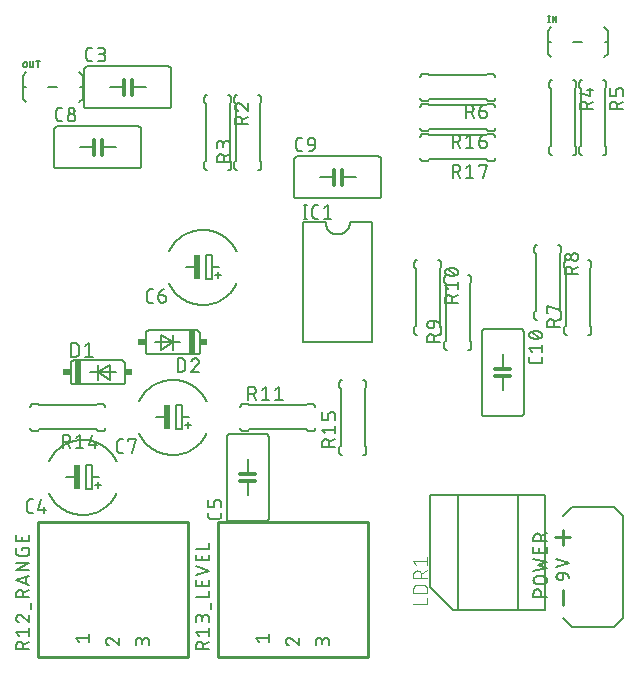
<source format=gbr>
G04 EAGLE Gerber RS-274X export*
G75*
%MOMM*%
%FSLAX34Y34*%
%LPD*%
%INSilkscreen Top*%
%IPPOS*%
%AMOC8*
5,1,8,0,0,1.08239X$1,22.5*%
G01*
%ADD10C,0.304800*%
%ADD11C,0.152400*%
%ADD12C,0.127000*%
%ADD13R,0.508000X2.032000*%
%ADD14R,0.635000X0.508000*%
%ADD15C,0.254000*%
%ADD16C,0.203200*%
%ADD17C,0.101600*%


D10*
X425450Y257048D02*
X419100Y257048D01*
X412750Y257048D01*
D11*
X419100Y257048D02*
X419100Y269240D01*
D10*
X419100Y250698D02*
X425450Y250698D01*
X419100Y250698D02*
X412750Y250698D01*
D11*
X419100Y250698D02*
X419100Y238760D01*
X434340Y290830D02*
X403860Y290830D01*
X401320Y288290D02*
X401320Y219710D01*
X403860Y217170D02*
X434340Y217170D01*
X436880Y219710D02*
X436880Y288290D01*
X436880Y219710D02*
X436878Y219610D01*
X436872Y219511D01*
X436862Y219411D01*
X436849Y219313D01*
X436831Y219214D01*
X436810Y219117D01*
X436785Y219021D01*
X436756Y218925D01*
X436723Y218831D01*
X436687Y218738D01*
X436647Y218647D01*
X436603Y218557D01*
X436556Y218469D01*
X436506Y218383D01*
X436452Y218299D01*
X436395Y218217D01*
X436335Y218138D01*
X436271Y218060D01*
X436205Y217986D01*
X436136Y217914D01*
X436064Y217845D01*
X435990Y217779D01*
X435912Y217715D01*
X435833Y217655D01*
X435751Y217598D01*
X435667Y217544D01*
X435581Y217494D01*
X435493Y217447D01*
X435403Y217403D01*
X435312Y217363D01*
X435219Y217327D01*
X435125Y217294D01*
X435029Y217265D01*
X434933Y217240D01*
X434836Y217219D01*
X434737Y217201D01*
X434639Y217188D01*
X434539Y217178D01*
X434440Y217172D01*
X434340Y217170D01*
X403860Y217170D02*
X403760Y217172D01*
X403661Y217178D01*
X403561Y217188D01*
X403463Y217201D01*
X403364Y217219D01*
X403267Y217240D01*
X403171Y217265D01*
X403075Y217294D01*
X402981Y217327D01*
X402888Y217363D01*
X402797Y217403D01*
X402707Y217447D01*
X402619Y217494D01*
X402533Y217544D01*
X402449Y217598D01*
X402367Y217655D01*
X402288Y217715D01*
X402210Y217779D01*
X402136Y217845D01*
X402064Y217914D01*
X401995Y217986D01*
X401929Y218060D01*
X401865Y218138D01*
X401805Y218217D01*
X401748Y218299D01*
X401694Y218383D01*
X401644Y218469D01*
X401597Y218557D01*
X401553Y218647D01*
X401513Y218738D01*
X401477Y218831D01*
X401444Y218925D01*
X401415Y219021D01*
X401390Y219117D01*
X401369Y219214D01*
X401351Y219313D01*
X401338Y219411D01*
X401328Y219511D01*
X401322Y219610D01*
X401320Y219710D01*
X401320Y288290D02*
X401322Y288390D01*
X401328Y288489D01*
X401338Y288589D01*
X401351Y288687D01*
X401369Y288786D01*
X401390Y288883D01*
X401415Y288979D01*
X401444Y289075D01*
X401477Y289169D01*
X401513Y289262D01*
X401553Y289353D01*
X401597Y289443D01*
X401644Y289531D01*
X401694Y289617D01*
X401748Y289701D01*
X401805Y289783D01*
X401865Y289862D01*
X401929Y289940D01*
X401995Y290014D01*
X402064Y290086D01*
X402136Y290155D01*
X402210Y290221D01*
X402288Y290285D01*
X402367Y290345D01*
X402449Y290402D01*
X402533Y290456D01*
X402619Y290506D01*
X402707Y290553D01*
X402797Y290597D01*
X402888Y290637D01*
X402981Y290673D01*
X403075Y290706D01*
X403171Y290735D01*
X403267Y290760D01*
X403364Y290781D01*
X403463Y290799D01*
X403561Y290812D01*
X403661Y290822D01*
X403760Y290828D01*
X403860Y290830D01*
X434340Y290830D02*
X434440Y290828D01*
X434539Y290822D01*
X434639Y290812D01*
X434737Y290799D01*
X434836Y290781D01*
X434933Y290760D01*
X435029Y290735D01*
X435125Y290706D01*
X435219Y290673D01*
X435312Y290637D01*
X435403Y290597D01*
X435493Y290553D01*
X435581Y290506D01*
X435667Y290456D01*
X435751Y290402D01*
X435833Y290345D01*
X435912Y290285D01*
X435990Y290221D01*
X436064Y290155D01*
X436136Y290086D01*
X436205Y290014D01*
X436271Y289940D01*
X436335Y289862D01*
X436395Y289783D01*
X436452Y289701D01*
X436506Y289617D01*
X436556Y289531D01*
X436603Y289443D01*
X436647Y289353D01*
X436687Y289262D01*
X436723Y289169D01*
X436756Y289075D01*
X436785Y288979D01*
X436810Y288883D01*
X436831Y288786D01*
X436849Y288687D01*
X436862Y288589D01*
X436872Y288489D01*
X436878Y288390D01*
X436880Y288290D01*
D12*
X452755Y266663D02*
X452755Y264123D01*
X452753Y264023D01*
X452747Y263924D01*
X452737Y263824D01*
X452724Y263726D01*
X452706Y263627D01*
X452685Y263530D01*
X452660Y263434D01*
X452631Y263338D01*
X452598Y263244D01*
X452562Y263151D01*
X452522Y263060D01*
X452478Y262970D01*
X452431Y262882D01*
X452381Y262796D01*
X452327Y262712D01*
X452270Y262630D01*
X452210Y262551D01*
X452146Y262473D01*
X452080Y262399D01*
X452011Y262327D01*
X451939Y262258D01*
X451865Y262192D01*
X451787Y262128D01*
X451708Y262068D01*
X451626Y262011D01*
X451542Y261957D01*
X451456Y261907D01*
X451368Y261860D01*
X451278Y261816D01*
X451187Y261776D01*
X451094Y261740D01*
X451000Y261707D01*
X450904Y261678D01*
X450808Y261653D01*
X450711Y261632D01*
X450612Y261614D01*
X450514Y261601D01*
X450414Y261591D01*
X450315Y261585D01*
X450215Y261583D01*
X443865Y261583D01*
X443765Y261585D01*
X443666Y261591D01*
X443566Y261601D01*
X443468Y261614D01*
X443369Y261632D01*
X443272Y261653D01*
X443176Y261678D01*
X443080Y261707D01*
X442986Y261740D01*
X442893Y261776D01*
X442802Y261816D01*
X442712Y261860D01*
X442624Y261907D01*
X442538Y261957D01*
X442454Y262011D01*
X442372Y262068D01*
X442293Y262128D01*
X442215Y262192D01*
X442141Y262258D01*
X442069Y262327D01*
X442000Y262399D01*
X441934Y262473D01*
X441870Y262551D01*
X441810Y262630D01*
X441753Y262712D01*
X441699Y262796D01*
X441649Y262882D01*
X441602Y262970D01*
X441558Y263060D01*
X441518Y263151D01*
X441482Y263244D01*
X441449Y263338D01*
X441420Y263434D01*
X441395Y263530D01*
X441374Y263627D01*
X441356Y263726D01*
X441343Y263824D01*
X441333Y263924D01*
X441327Y264023D01*
X441325Y264123D01*
X441325Y266663D01*
X443865Y271145D02*
X441325Y274320D01*
X452755Y274320D01*
X452755Y271145D02*
X452755Y277495D01*
X447040Y282575D02*
X446815Y282578D01*
X446590Y282586D01*
X446366Y282599D01*
X446142Y282618D01*
X445918Y282642D01*
X445695Y282671D01*
X445473Y282706D01*
X445252Y282746D01*
X445032Y282792D01*
X444813Y282842D01*
X444595Y282898D01*
X444378Y282959D01*
X444163Y283025D01*
X443950Y283096D01*
X443739Y283173D01*
X443529Y283254D01*
X443321Y283340D01*
X443116Y283431D01*
X442913Y283527D01*
X442825Y283559D01*
X442738Y283595D01*
X442652Y283634D01*
X442568Y283677D01*
X442486Y283723D01*
X442406Y283772D01*
X442328Y283824D01*
X442252Y283880D01*
X442178Y283938D01*
X442107Y284000D01*
X442038Y284064D01*
X441972Y284131D01*
X441909Y284200D01*
X441848Y284272D01*
X441790Y284346D01*
X441736Y284423D01*
X441684Y284501D01*
X441636Y284582D01*
X441591Y284664D01*
X441549Y284749D01*
X441511Y284835D01*
X441476Y284922D01*
X441444Y285010D01*
X441417Y285100D01*
X441392Y285191D01*
X441372Y285283D01*
X441355Y285375D01*
X441342Y285469D01*
X441333Y285562D01*
X441327Y285656D01*
X441325Y285750D01*
X441327Y285844D01*
X441333Y285938D01*
X441342Y286031D01*
X441355Y286125D01*
X441372Y286217D01*
X441392Y286309D01*
X441417Y286400D01*
X441444Y286490D01*
X441476Y286578D01*
X441511Y286665D01*
X441549Y286751D01*
X441591Y286836D01*
X441636Y286918D01*
X441684Y286999D01*
X441736Y287077D01*
X441790Y287154D01*
X441848Y287228D01*
X441909Y287300D01*
X441972Y287369D01*
X442038Y287436D01*
X442107Y287500D01*
X442178Y287562D01*
X442252Y287620D01*
X442328Y287676D01*
X442406Y287728D01*
X442486Y287777D01*
X442568Y287823D01*
X442652Y287866D01*
X442738Y287905D01*
X442825Y287941D01*
X442913Y287973D01*
X443116Y288069D01*
X443321Y288160D01*
X443529Y288246D01*
X443739Y288327D01*
X443950Y288404D01*
X444163Y288475D01*
X444378Y288541D01*
X444595Y288602D01*
X444813Y288658D01*
X445032Y288708D01*
X445252Y288754D01*
X445473Y288794D01*
X445695Y288829D01*
X445918Y288858D01*
X446142Y288882D01*
X446366Y288901D01*
X446590Y288914D01*
X446815Y288922D01*
X447040Y288925D01*
X447040Y282575D02*
X447265Y282578D01*
X447490Y282586D01*
X447714Y282599D01*
X447938Y282618D01*
X448162Y282642D01*
X448385Y282671D01*
X448607Y282706D01*
X448828Y282746D01*
X449048Y282792D01*
X449267Y282842D01*
X449485Y282898D01*
X449702Y282959D01*
X449917Y283025D01*
X450130Y283096D01*
X450341Y283173D01*
X450551Y283254D01*
X450759Y283340D01*
X450964Y283431D01*
X451167Y283527D01*
X451168Y283527D02*
X451256Y283559D01*
X451343Y283595D01*
X451429Y283634D01*
X451513Y283677D01*
X451595Y283723D01*
X451675Y283772D01*
X451753Y283824D01*
X451829Y283880D01*
X451903Y283938D01*
X451974Y284000D01*
X452043Y284064D01*
X452109Y284131D01*
X452172Y284200D01*
X452233Y284272D01*
X452291Y284346D01*
X452345Y284423D01*
X452397Y284501D01*
X452445Y284582D01*
X452490Y284664D01*
X452532Y284749D01*
X452570Y284835D01*
X452605Y284922D01*
X452637Y285010D01*
X452664Y285100D01*
X452689Y285191D01*
X452709Y285283D01*
X452726Y285375D01*
X452739Y285469D01*
X452748Y285562D01*
X452754Y285656D01*
X452756Y285750D01*
X451167Y287973D02*
X450964Y288069D01*
X450759Y288160D01*
X450551Y288246D01*
X450341Y288327D01*
X450130Y288404D01*
X449917Y288475D01*
X449702Y288541D01*
X449485Y288602D01*
X449267Y288658D01*
X449048Y288708D01*
X448828Y288754D01*
X448607Y288794D01*
X448385Y288829D01*
X448162Y288858D01*
X447938Y288882D01*
X447714Y288901D01*
X447490Y288914D01*
X447265Y288922D01*
X447040Y288925D01*
X451168Y287973D02*
X451256Y287941D01*
X451343Y287905D01*
X451429Y287866D01*
X451513Y287823D01*
X451595Y287777D01*
X451675Y287728D01*
X451753Y287676D01*
X451829Y287620D01*
X451903Y287562D01*
X451974Y287500D01*
X452043Y287436D01*
X452109Y287369D01*
X452172Y287300D01*
X452233Y287228D01*
X452291Y287154D01*
X452345Y287077D01*
X452397Y286999D01*
X452445Y286918D01*
X452490Y286836D01*
X452532Y286751D01*
X452570Y286665D01*
X452605Y286578D01*
X452637Y286490D01*
X452664Y286400D01*
X452689Y286309D01*
X452709Y286217D01*
X452726Y286125D01*
X452739Y286031D01*
X452748Y285938D01*
X452754Y285844D01*
X452756Y285750D01*
X450215Y283210D02*
X443865Y288290D01*
D10*
X98552Y495300D02*
X98552Y501650D01*
X98552Y495300D02*
X98552Y488950D01*
D11*
X98552Y495300D02*
X86360Y495300D01*
D10*
X104902Y495300D02*
X104902Y501650D01*
X104902Y495300D02*
X104902Y488950D01*
D11*
X104902Y495300D02*
X116840Y495300D01*
X64770Y510540D02*
X64770Y480060D01*
X67310Y477520D02*
X135890Y477520D01*
X138430Y480060D02*
X138430Y510540D01*
X135890Y513080D02*
X67310Y513080D01*
X135890Y513080D02*
X135990Y513078D01*
X136089Y513072D01*
X136189Y513062D01*
X136287Y513049D01*
X136386Y513031D01*
X136483Y513010D01*
X136579Y512985D01*
X136675Y512956D01*
X136769Y512923D01*
X136862Y512887D01*
X136953Y512847D01*
X137043Y512803D01*
X137131Y512756D01*
X137217Y512706D01*
X137301Y512652D01*
X137383Y512595D01*
X137462Y512535D01*
X137540Y512471D01*
X137614Y512405D01*
X137686Y512336D01*
X137755Y512264D01*
X137821Y512190D01*
X137885Y512112D01*
X137945Y512033D01*
X138002Y511951D01*
X138056Y511867D01*
X138106Y511781D01*
X138153Y511693D01*
X138197Y511603D01*
X138237Y511512D01*
X138273Y511419D01*
X138306Y511325D01*
X138335Y511229D01*
X138360Y511133D01*
X138381Y511036D01*
X138399Y510937D01*
X138412Y510839D01*
X138422Y510739D01*
X138428Y510640D01*
X138430Y510540D01*
X138430Y480060D02*
X138428Y479960D01*
X138422Y479861D01*
X138412Y479761D01*
X138399Y479663D01*
X138381Y479564D01*
X138360Y479467D01*
X138335Y479371D01*
X138306Y479275D01*
X138273Y479181D01*
X138237Y479088D01*
X138197Y478997D01*
X138153Y478907D01*
X138106Y478819D01*
X138056Y478733D01*
X138002Y478649D01*
X137945Y478567D01*
X137885Y478488D01*
X137821Y478410D01*
X137755Y478336D01*
X137686Y478264D01*
X137614Y478195D01*
X137540Y478129D01*
X137462Y478065D01*
X137383Y478005D01*
X137301Y477948D01*
X137217Y477894D01*
X137131Y477844D01*
X137043Y477797D01*
X136953Y477753D01*
X136862Y477713D01*
X136769Y477677D01*
X136675Y477644D01*
X136579Y477615D01*
X136483Y477590D01*
X136386Y477569D01*
X136287Y477551D01*
X136189Y477538D01*
X136089Y477528D01*
X135990Y477522D01*
X135890Y477520D01*
X67310Y477520D02*
X67210Y477522D01*
X67111Y477528D01*
X67011Y477538D01*
X66913Y477551D01*
X66814Y477569D01*
X66717Y477590D01*
X66621Y477615D01*
X66525Y477644D01*
X66431Y477677D01*
X66338Y477713D01*
X66247Y477753D01*
X66157Y477797D01*
X66069Y477844D01*
X65983Y477894D01*
X65899Y477948D01*
X65817Y478005D01*
X65738Y478065D01*
X65660Y478129D01*
X65586Y478195D01*
X65514Y478264D01*
X65445Y478336D01*
X65379Y478410D01*
X65315Y478488D01*
X65255Y478567D01*
X65198Y478649D01*
X65144Y478733D01*
X65094Y478819D01*
X65047Y478907D01*
X65003Y478997D01*
X64963Y479088D01*
X64927Y479181D01*
X64894Y479275D01*
X64865Y479371D01*
X64840Y479467D01*
X64819Y479564D01*
X64801Y479663D01*
X64788Y479761D01*
X64778Y479861D01*
X64772Y479960D01*
X64770Y480060D01*
X64770Y510540D02*
X64772Y510640D01*
X64778Y510739D01*
X64788Y510839D01*
X64801Y510937D01*
X64819Y511036D01*
X64840Y511133D01*
X64865Y511229D01*
X64894Y511325D01*
X64927Y511419D01*
X64963Y511512D01*
X65003Y511603D01*
X65047Y511693D01*
X65094Y511781D01*
X65144Y511867D01*
X65198Y511951D01*
X65255Y512033D01*
X65315Y512112D01*
X65379Y512190D01*
X65445Y512264D01*
X65514Y512336D01*
X65586Y512405D01*
X65660Y512471D01*
X65738Y512535D01*
X65817Y512595D01*
X65899Y512652D01*
X65983Y512706D01*
X66069Y512756D01*
X66157Y512803D01*
X66247Y512847D01*
X66338Y512887D01*
X66431Y512923D01*
X66525Y512956D01*
X66621Y512985D01*
X66717Y513010D01*
X66814Y513031D01*
X66913Y513049D01*
X67011Y513062D01*
X67111Y513072D01*
X67210Y513078D01*
X67310Y513080D01*
D12*
X69215Y517525D02*
X71755Y517525D01*
X69215Y517525D02*
X69115Y517527D01*
X69016Y517533D01*
X68916Y517543D01*
X68818Y517556D01*
X68719Y517574D01*
X68622Y517595D01*
X68526Y517620D01*
X68430Y517649D01*
X68336Y517682D01*
X68243Y517718D01*
X68152Y517758D01*
X68062Y517802D01*
X67974Y517849D01*
X67888Y517899D01*
X67804Y517953D01*
X67722Y518010D01*
X67643Y518070D01*
X67565Y518134D01*
X67491Y518200D01*
X67419Y518269D01*
X67350Y518341D01*
X67284Y518415D01*
X67220Y518493D01*
X67160Y518572D01*
X67103Y518654D01*
X67049Y518738D01*
X66999Y518824D01*
X66952Y518912D01*
X66908Y519002D01*
X66868Y519093D01*
X66832Y519186D01*
X66799Y519280D01*
X66770Y519376D01*
X66745Y519472D01*
X66724Y519569D01*
X66706Y519668D01*
X66693Y519766D01*
X66683Y519866D01*
X66677Y519965D01*
X66675Y520065D01*
X66675Y526415D01*
X66677Y526515D01*
X66683Y526614D01*
X66693Y526714D01*
X66706Y526812D01*
X66724Y526911D01*
X66745Y527008D01*
X66770Y527104D01*
X66799Y527200D01*
X66832Y527294D01*
X66868Y527387D01*
X66908Y527478D01*
X66952Y527568D01*
X66999Y527656D01*
X67049Y527742D01*
X67103Y527826D01*
X67160Y527908D01*
X67220Y527987D01*
X67284Y528065D01*
X67350Y528139D01*
X67419Y528211D01*
X67491Y528280D01*
X67565Y528346D01*
X67643Y528410D01*
X67722Y528470D01*
X67804Y528527D01*
X67888Y528581D01*
X67974Y528631D01*
X68062Y528678D01*
X68152Y528722D01*
X68243Y528762D01*
X68336Y528798D01*
X68430Y528831D01*
X68526Y528860D01*
X68622Y528885D01*
X68719Y528906D01*
X68818Y528924D01*
X68916Y528937D01*
X69016Y528947D01*
X69115Y528953D01*
X69215Y528955D01*
X71755Y528955D01*
X76237Y517525D02*
X79412Y517525D01*
X79523Y517527D01*
X79633Y517533D01*
X79744Y517542D01*
X79854Y517556D01*
X79963Y517573D01*
X80072Y517594D01*
X80180Y517619D01*
X80287Y517648D01*
X80393Y517680D01*
X80498Y517716D01*
X80601Y517756D01*
X80703Y517799D01*
X80804Y517846D01*
X80903Y517897D01*
X80999Y517950D01*
X81094Y518007D01*
X81187Y518068D01*
X81278Y518131D01*
X81367Y518198D01*
X81453Y518268D01*
X81536Y518341D01*
X81618Y518416D01*
X81696Y518494D01*
X81771Y518576D01*
X81844Y518659D01*
X81914Y518745D01*
X81981Y518834D01*
X82044Y518925D01*
X82105Y519018D01*
X82162Y519112D01*
X82215Y519209D01*
X82266Y519308D01*
X82313Y519409D01*
X82356Y519511D01*
X82396Y519614D01*
X82432Y519719D01*
X82464Y519825D01*
X82493Y519932D01*
X82518Y520040D01*
X82539Y520149D01*
X82556Y520258D01*
X82570Y520368D01*
X82579Y520479D01*
X82585Y520589D01*
X82587Y520700D01*
X82585Y520811D01*
X82579Y520921D01*
X82570Y521032D01*
X82556Y521142D01*
X82539Y521251D01*
X82518Y521360D01*
X82493Y521468D01*
X82464Y521575D01*
X82432Y521681D01*
X82396Y521786D01*
X82356Y521889D01*
X82313Y521991D01*
X82266Y522092D01*
X82215Y522191D01*
X82162Y522287D01*
X82105Y522382D01*
X82044Y522475D01*
X81981Y522566D01*
X81914Y522655D01*
X81844Y522741D01*
X81771Y522824D01*
X81696Y522906D01*
X81618Y522984D01*
X81536Y523059D01*
X81453Y523132D01*
X81367Y523202D01*
X81278Y523269D01*
X81187Y523332D01*
X81094Y523393D01*
X81000Y523450D01*
X80903Y523503D01*
X80804Y523554D01*
X80703Y523601D01*
X80601Y523644D01*
X80498Y523684D01*
X80393Y523720D01*
X80287Y523752D01*
X80180Y523781D01*
X80072Y523806D01*
X79963Y523827D01*
X79854Y523844D01*
X79744Y523858D01*
X79633Y523867D01*
X79523Y523873D01*
X79412Y523875D01*
X80047Y528955D02*
X76237Y528955D01*
X80047Y528955D02*
X80147Y528953D01*
X80246Y528947D01*
X80346Y528937D01*
X80444Y528924D01*
X80543Y528906D01*
X80640Y528885D01*
X80736Y528860D01*
X80832Y528831D01*
X80926Y528798D01*
X81019Y528762D01*
X81110Y528722D01*
X81200Y528678D01*
X81288Y528631D01*
X81374Y528581D01*
X81458Y528527D01*
X81540Y528470D01*
X81619Y528410D01*
X81697Y528346D01*
X81771Y528280D01*
X81843Y528211D01*
X81912Y528139D01*
X81978Y528065D01*
X82042Y527987D01*
X82102Y527908D01*
X82159Y527826D01*
X82213Y527742D01*
X82263Y527656D01*
X82310Y527568D01*
X82354Y527478D01*
X82394Y527387D01*
X82430Y527294D01*
X82463Y527200D01*
X82492Y527104D01*
X82517Y527008D01*
X82538Y526911D01*
X82556Y526812D01*
X82569Y526714D01*
X82579Y526614D01*
X82585Y526515D01*
X82587Y526415D01*
X82585Y526315D01*
X82579Y526216D01*
X82569Y526116D01*
X82556Y526018D01*
X82538Y525919D01*
X82517Y525822D01*
X82492Y525726D01*
X82463Y525630D01*
X82430Y525536D01*
X82394Y525443D01*
X82354Y525352D01*
X82310Y525262D01*
X82263Y525174D01*
X82213Y525088D01*
X82159Y525004D01*
X82102Y524922D01*
X82042Y524843D01*
X81978Y524765D01*
X81912Y524691D01*
X81843Y524619D01*
X81771Y524550D01*
X81697Y524484D01*
X81619Y524420D01*
X81540Y524360D01*
X81458Y524303D01*
X81374Y524249D01*
X81288Y524199D01*
X81200Y524152D01*
X81110Y524108D01*
X81019Y524068D01*
X80926Y524032D01*
X80832Y523999D01*
X80736Y523970D01*
X80640Y523945D01*
X80543Y523924D01*
X80444Y523906D01*
X80346Y523893D01*
X80246Y523883D01*
X80147Y523877D01*
X80047Y523875D01*
X77507Y523875D01*
D11*
X92202Y151526D02*
X91864Y150833D01*
X91509Y150149D01*
X91138Y149473D01*
X90751Y148807D01*
X90347Y148150D01*
X89928Y147503D01*
X89493Y146867D01*
X89042Y146241D01*
X88577Y145626D01*
X88097Y145023D01*
X87602Y144432D01*
X87093Y143853D01*
X86570Y143287D01*
X86034Y142733D01*
X85484Y142192D01*
X84922Y141665D01*
X84346Y141152D01*
X83759Y140653D01*
X83159Y140169D01*
X82548Y139699D01*
X81926Y139244D01*
X81293Y138804D01*
X80649Y138380D01*
X79995Y137971D01*
X79332Y137579D01*
X78659Y137203D01*
X77977Y136843D01*
X77287Y136500D01*
X76589Y136173D01*
X75882Y135864D01*
X75169Y135572D01*
X74449Y135297D01*
X73722Y135040D01*
X72989Y134801D01*
X72251Y134580D01*
X71507Y134376D01*
X70759Y134191D01*
X70006Y134024D01*
X69250Y133875D01*
X68490Y133745D01*
X67727Y133633D01*
X66962Y133539D01*
X66195Y133465D01*
X65426Y133408D01*
X64656Y133371D01*
X63885Y133352D01*
X63115Y133352D01*
X62344Y133371D01*
X61574Y133408D01*
X60805Y133465D01*
X60038Y133539D01*
X59273Y133633D01*
X58510Y133745D01*
X57750Y133875D01*
X56994Y134024D01*
X56241Y134191D01*
X55493Y134376D01*
X54749Y134580D01*
X54011Y134801D01*
X53278Y135040D01*
X52551Y135297D01*
X51831Y135572D01*
X51118Y135864D01*
X50411Y136173D01*
X49713Y136500D01*
X49023Y136843D01*
X48341Y137203D01*
X47668Y137579D01*
X47005Y137971D01*
X46351Y138380D01*
X45707Y138804D01*
X45074Y139244D01*
X44452Y139699D01*
X43841Y140169D01*
X43241Y140653D01*
X42654Y141152D01*
X42078Y141665D01*
X41516Y142192D01*
X40966Y142733D01*
X40430Y143287D01*
X39907Y143853D01*
X39398Y144432D01*
X38903Y145023D01*
X38423Y145626D01*
X37958Y146241D01*
X37507Y146867D01*
X37072Y147503D01*
X36653Y148150D01*
X36249Y148807D01*
X35862Y149473D01*
X35491Y150149D01*
X35136Y150833D01*
X34798Y151526D01*
X34798Y178674D02*
X35136Y179367D01*
X35491Y180051D01*
X35862Y180727D01*
X36249Y181393D01*
X36653Y182050D01*
X37072Y182697D01*
X37507Y183333D01*
X37958Y183959D01*
X38423Y184574D01*
X38903Y185177D01*
X39398Y185768D01*
X39907Y186347D01*
X40430Y186913D01*
X40966Y187467D01*
X41516Y188008D01*
X42078Y188535D01*
X42654Y189048D01*
X43241Y189547D01*
X43841Y190031D01*
X44452Y190501D01*
X45074Y190956D01*
X45707Y191396D01*
X46351Y191820D01*
X47005Y192229D01*
X47668Y192621D01*
X48341Y192997D01*
X49023Y193357D01*
X49713Y193700D01*
X50411Y194027D01*
X51118Y194336D01*
X51831Y194628D01*
X52551Y194903D01*
X53278Y195160D01*
X54011Y195399D01*
X54749Y195620D01*
X55493Y195824D01*
X56241Y196009D01*
X56994Y196176D01*
X57750Y196325D01*
X58510Y196455D01*
X59273Y196567D01*
X60038Y196661D01*
X60805Y196735D01*
X61574Y196792D01*
X62344Y196829D01*
X63115Y196848D01*
X63885Y196848D01*
X64656Y196829D01*
X65426Y196792D01*
X66195Y196735D01*
X66962Y196661D01*
X67727Y196567D01*
X68490Y196455D01*
X69250Y196325D01*
X70006Y196176D01*
X70759Y196009D01*
X71507Y195824D01*
X72251Y195620D01*
X72989Y195399D01*
X73722Y195160D01*
X74449Y194903D01*
X75169Y194628D01*
X75882Y194336D01*
X76589Y194027D01*
X77287Y193700D01*
X77977Y193357D01*
X78659Y192997D01*
X79332Y192621D01*
X79995Y192229D01*
X80649Y191820D01*
X81293Y191396D01*
X81926Y190956D01*
X82548Y190501D01*
X83159Y190031D01*
X83759Y189547D01*
X84346Y189048D01*
X84922Y188535D01*
X85484Y188008D01*
X86034Y187467D01*
X86570Y186913D01*
X87093Y186347D01*
X87602Y185768D01*
X88097Y185177D01*
X88577Y184574D01*
X89042Y183959D01*
X89493Y183333D01*
X89928Y182697D01*
X90347Y182050D01*
X90751Y181393D01*
X91138Y180727D01*
X91509Y180051D01*
X91864Y179367D01*
X92202Y178674D01*
X77470Y165100D02*
X71120Y165100D01*
X71120Y175260D01*
X66040Y175260D01*
X66040Y154940D01*
X71120Y154940D01*
X71120Y165100D01*
X57150Y165100D02*
X49530Y165100D01*
X73660Y158750D02*
X78740Y158750D01*
X76200Y161290D02*
X76200Y156210D01*
D13*
X58420Y165100D03*
D12*
X21553Y135255D02*
X19013Y135255D01*
X18913Y135257D01*
X18814Y135263D01*
X18714Y135273D01*
X18616Y135286D01*
X18517Y135304D01*
X18420Y135325D01*
X18324Y135350D01*
X18228Y135379D01*
X18134Y135412D01*
X18041Y135448D01*
X17950Y135488D01*
X17860Y135532D01*
X17772Y135579D01*
X17686Y135629D01*
X17602Y135683D01*
X17520Y135740D01*
X17441Y135800D01*
X17363Y135864D01*
X17289Y135930D01*
X17217Y135999D01*
X17148Y136071D01*
X17082Y136145D01*
X17018Y136223D01*
X16958Y136302D01*
X16901Y136384D01*
X16847Y136468D01*
X16797Y136554D01*
X16750Y136642D01*
X16706Y136732D01*
X16666Y136823D01*
X16630Y136916D01*
X16597Y137010D01*
X16568Y137106D01*
X16543Y137202D01*
X16522Y137299D01*
X16504Y137398D01*
X16491Y137496D01*
X16481Y137596D01*
X16475Y137695D01*
X16473Y137795D01*
X16473Y144145D01*
X16475Y144245D01*
X16481Y144344D01*
X16491Y144444D01*
X16504Y144542D01*
X16522Y144641D01*
X16543Y144738D01*
X16568Y144834D01*
X16597Y144930D01*
X16630Y145024D01*
X16666Y145117D01*
X16706Y145208D01*
X16750Y145298D01*
X16797Y145386D01*
X16847Y145472D01*
X16901Y145556D01*
X16958Y145638D01*
X17018Y145717D01*
X17082Y145795D01*
X17148Y145869D01*
X17217Y145941D01*
X17289Y146010D01*
X17363Y146076D01*
X17441Y146140D01*
X17520Y146200D01*
X17602Y146257D01*
X17686Y146311D01*
X17772Y146361D01*
X17860Y146408D01*
X17950Y146452D01*
X18041Y146492D01*
X18134Y146528D01*
X18228Y146561D01*
X18324Y146590D01*
X18420Y146615D01*
X18517Y146636D01*
X18616Y146654D01*
X18714Y146667D01*
X18814Y146677D01*
X18913Y146683D01*
X19013Y146685D01*
X21553Y146685D01*
X28575Y146685D02*
X26035Y137795D01*
X32385Y137795D01*
X30480Y140335D02*
X30480Y135255D01*
D10*
X196850Y162052D02*
X203200Y162052D01*
X209550Y162052D01*
D11*
X203200Y162052D02*
X203200Y149860D01*
D10*
X203200Y168402D02*
X196850Y168402D01*
X203200Y168402D02*
X209550Y168402D01*
D11*
X203200Y168402D02*
X203200Y180340D01*
X187960Y128270D02*
X218440Y128270D01*
X220980Y130810D02*
X220980Y199390D01*
X218440Y201930D02*
X187960Y201930D01*
X185420Y199390D02*
X185420Y130810D01*
X185420Y199390D02*
X185422Y199490D01*
X185428Y199589D01*
X185438Y199689D01*
X185451Y199787D01*
X185469Y199886D01*
X185490Y199983D01*
X185515Y200079D01*
X185544Y200175D01*
X185577Y200269D01*
X185613Y200362D01*
X185653Y200453D01*
X185697Y200543D01*
X185744Y200631D01*
X185794Y200717D01*
X185848Y200801D01*
X185905Y200883D01*
X185965Y200962D01*
X186029Y201040D01*
X186095Y201114D01*
X186164Y201186D01*
X186236Y201255D01*
X186310Y201321D01*
X186388Y201385D01*
X186467Y201445D01*
X186549Y201502D01*
X186633Y201556D01*
X186719Y201606D01*
X186807Y201653D01*
X186897Y201697D01*
X186988Y201737D01*
X187081Y201773D01*
X187175Y201806D01*
X187271Y201835D01*
X187367Y201860D01*
X187464Y201881D01*
X187563Y201899D01*
X187661Y201912D01*
X187761Y201922D01*
X187860Y201928D01*
X187960Y201930D01*
X218440Y201930D02*
X218540Y201928D01*
X218639Y201922D01*
X218739Y201912D01*
X218837Y201899D01*
X218936Y201881D01*
X219033Y201860D01*
X219129Y201835D01*
X219225Y201806D01*
X219319Y201773D01*
X219412Y201737D01*
X219503Y201697D01*
X219593Y201653D01*
X219681Y201606D01*
X219767Y201556D01*
X219851Y201502D01*
X219933Y201445D01*
X220012Y201385D01*
X220090Y201321D01*
X220164Y201255D01*
X220236Y201186D01*
X220305Y201114D01*
X220371Y201040D01*
X220435Y200962D01*
X220495Y200883D01*
X220552Y200801D01*
X220606Y200717D01*
X220656Y200631D01*
X220703Y200543D01*
X220747Y200453D01*
X220787Y200362D01*
X220823Y200269D01*
X220856Y200175D01*
X220885Y200079D01*
X220910Y199983D01*
X220931Y199886D01*
X220949Y199787D01*
X220962Y199689D01*
X220972Y199589D01*
X220978Y199490D01*
X220980Y199390D01*
X220980Y130810D02*
X220978Y130710D01*
X220972Y130611D01*
X220962Y130511D01*
X220949Y130413D01*
X220931Y130314D01*
X220910Y130217D01*
X220885Y130121D01*
X220856Y130025D01*
X220823Y129931D01*
X220787Y129838D01*
X220747Y129747D01*
X220703Y129657D01*
X220656Y129569D01*
X220606Y129483D01*
X220552Y129399D01*
X220495Y129317D01*
X220435Y129238D01*
X220371Y129160D01*
X220305Y129086D01*
X220236Y129014D01*
X220164Y128945D01*
X220090Y128879D01*
X220012Y128815D01*
X219933Y128755D01*
X219851Y128698D01*
X219767Y128644D01*
X219681Y128594D01*
X219593Y128547D01*
X219503Y128503D01*
X219412Y128463D01*
X219319Y128427D01*
X219225Y128394D01*
X219129Y128365D01*
X219033Y128340D01*
X218936Y128319D01*
X218837Y128301D01*
X218739Y128288D01*
X218639Y128278D01*
X218540Y128272D01*
X218440Y128270D01*
X187960Y128270D02*
X187860Y128272D01*
X187761Y128278D01*
X187661Y128288D01*
X187563Y128301D01*
X187464Y128319D01*
X187367Y128340D01*
X187271Y128365D01*
X187175Y128394D01*
X187081Y128427D01*
X186988Y128463D01*
X186897Y128503D01*
X186807Y128547D01*
X186719Y128594D01*
X186633Y128644D01*
X186549Y128698D01*
X186467Y128755D01*
X186388Y128815D01*
X186310Y128879D01*
X186236Y128945D01*
X186164Y129014D01*
X186095Y129086D01*
X186029Y129160D01*
X185965Y129238D01*
X185905Y129317D01*
X185848Y129399D01*
X185794Y129483D01*
X185744Y129569D01*
X185697Y129657D01*
X185653Y129747D01*
X185613Y129838D01*
X185577Y129931D01*
X185544Y130025D01*
X185515Y130121D01*
X185490Y130217D01*
X185469Y130314D01*
X185451Y130413D01*
X185438Y130511D01*
X185428Y130611D01*
X185422Y130710D01*
X185420Y130810D01*
D12*
X180975Y132715D02*
X180975Y135255D01*
X180975Y132715D02*
X180973Y132615D01*
X180967Y132516D01*
X180957Y132416D01*
X180944Y132318D01*
X180926Y132219D01*
X180905Y132122D01*
X180880Y132026D01*
X180851Y131930D01*
X180818Y131836D01*
X180782Y131743D01*
X180742Y131652D01*
X180698Y131562D01*
X180651Y131474D01*
X180601Y131388D01*
X180547Y131304D01*
X180490Y131222D01*
X180430Y131143D01*
X180366Y131065D01*
X180300Y130991D01*
X180231Y130919D01*
X180159Y130850D01*
X180085Y130784D01*
X180007Y130720D01*
X179928Y130660D01*
X179846Y130603D01*
X179762Y130549D01*
X179676Y130499D01*
X179588Y130452D01*
X179498Y130408D01*
X179407Y130368D01*
X179314Y130332D01*
X179220Y130299D01*
X179124Y130270D01*
X179028Y130245D01*
X178931Y130224D01*
X178832Y130206D01*
X178734Y130193D01*
X178634Y130183D01*
X178535Y130177D01*
X178435Y130175D01*
X172085Y130175D01*
X171985Y130177D01*
X171886Y130183D01*
X171786Y130193D01*
X171688Y130206D01*
X171589Y130224D01*
X171492Y130245D01*
X171396Y130270D01*
X171300Y130299D01*
X171206Y130332D01*
X171113Y130368D01*
X171022Y130408D01*
X170932Y130452D01*
X170844Y130499D01*
X170758Y130549D01*
X170674Y130603D01*
X170592Y130660D01*
X170513Y130720D01*
X170435Y130784D01*
X170361Y130850D01*
X170289Y130919D01*
X170220Y130991D01*
X170154Y131065D01*
X170090Y131143D01*
X170030Y131222D01*
X169973Y131304D01*
X169919Y131388D01*
X169869Y131474D01*
X169822Y131562D01*
X169778Y131652D01*
X169738Y131743D01*
X169702Y131836D01*
X169669Y131930D01*
X169640Y132026D01*
X169615Y132122D01*
X169594Y132219D01*
X169576Y132318D01*
X169563Y132416D01*
X169553Y132516D01*
X169547Y132615D01*
X169545Y132715D01*
X169545Y135255D01*
X180975Y139737D02*
X180975Y143547D01*
X180973Y143647D01*
X180967Y143746D01*
X180957Y143846D01*
X180944Y143944D01*
X180926Y144043D01*
X180905Y144140D01*
X180880Y144236D01*
X180851Y144332D01*
X180818Y144426D01*
X180782Y144519D01*
X180742Y144610D01*
X180698Y144700D01*
X180651Y144788D01*
X180601Y144874D01*
X180547Y144958D01*
X180490Y145040D01*
X180430Y145119D01*
X180366Y145197D01*
X180300Y145271D01*
X180231Y145343D01*
X180159Y145412D01*
X180085Y145478D01*
X180007Y145542D01*
X179928Y145602D01*
X179846Y145659D01*
X179762Y145713D01*
X179676Y145763D01*
X179588Y145810D01*
X179498Y145854D01*
X179407Y145894D01*
X179314Y145930D01*
X179220Y145963D01*
X179124Y145992D01*
X179028Y146017D01*
X178931Y146038D01*
X178832Y146056D01*
X178734Y146069D01*
X178634Y146079D01*
X178535Y146085D01*
X178435Y146087D01*
X177165Y146087D01*
X177065Y146085D01*
X176966Y146079D01*
X176866Y146069D01*
X176768Y146056D01*
X176669Y146038D01*
X176572Y146017D01*
X176476Y145992D01*
X176380Y145963D01*
X176286Y145930D01*
X176193Y145894D01*
X176102Y145854D01*
X176012Y145810D01*
X175924Y145763D01*
X175838Y145713D01*
X175754Y145659D01*
X175672Y145602D01*
X175593Y145542D01*
X175515Y145478D01*
X175441Y145412D01*
X175369Y145343D01*
X175300Y145271D01*
X175234Y145197D01*
X175170Y145119D01*
X175110Y145040D01*
X175053Y144958D01*
X174999Y144874D01*
X174949Y144788D01*
X174902Y144700D01*
X174858Y144610D01*
X174818Y144519D01*
X174782Y144426D01*
X174749Y144332D01*
X174720Y144236D01*
X174695Y144140D01*
X174674Y144043D01*
X174656Y143944D01*
X174643Y143846D01*
X174633Y143746D01*
X174627Y143647D01*
X174625Y143547D01*
X174625Y139737D01*
X169545Y139737D01*
X169545Y146087D01*
D11*
X193802Y329326D02*
X193464Y328633D01*
X193109Y327949D01*
X192738Y327273D01*
X192351Y326607D01*
X191947Y325950D01*
X191528Y325303D01*
X191093Y324667D01*
X190642Y324041D01*
X190177Y323426D01*
X189697Y322823D01*
X189202Y322232D01*
X188693Y321653D01*
X188170Y321087D01*
X187634Y320533D01*
X187084Y319992D01*
X186522Y319465D01*
X185946Y318952D01*
X185359Y318453D01*
X184759Y317969D01*
X184148Y317499D01*
X183526Y317044D01*
X182893Y316604D01*
X182249Y316180D01*
X181595Y315771D01*
X180932Y315379D01*
X180259Y315003D01*
X179577Y314643D01*
X178887Y314300D01*
X178189Y313973D01*
X177482Y313664D01*
X176769Y313372D01*
X176049Y313097D01*
X175322Y312840D01*
X174589Y312601D01*
X173851Y312380D01*
X173107Y312176D01*
X172359Y311991D01*
X171606Y311824D01*
X170850Y311675D01*
X170090Y311545D01*
X169327Y311433D01*
X168562Y311339D01*
X167795Y311265D01*
X167026Y311208D01*
X166256Y311171D01*
X165485Y311152D01*
X164715Y311152D01*
X163944Y311171D01*
X163174Y311208D01*
X162405Y311265D01*
X161638Y311339D01*
X160873Y311433D01*
X160110Y311545D01*
X159350Y311675D01*
X158594Y311824D01*
X157841Y311991D01*
X157093Y312176D01*
X156349Y312380D01*
X155611Y312601D01*
X154878Y312840D01*
X154151Y313097D01*
X153431Y313372D01*
X152718Y313664D01*
X152011Y313973D01*
X151313Y314300D01*
X150623Y314643D01*
X149941Y315003D01*
X149268Y315379D01*
X148605Y315771D01*
X147951Y316180D01*
X147307Y316604D01*
X146674Y317044D01*
X146052Y317499D01*
X145441Y317969D01*
X144841Y318453D01*
X144254Y318952D01*
X143678Y319465D01*
X143116Y319992D01*
X142566Y320533D01*
X142030Y321087D01*
X141507Y321653D01*
X140998Y322232D01*
X140503Y322823D01*
X140023Y323426D01*
X139558Y324041D01*
X139107Y324667D01*
X138672Y325303D01*
X138253Y325950D01*
X137849Y326607D01*
X137462Y327273D01*
X137091Y327949D01*
X136736Y328633D01*
X136398Y329326D01*
X136398Y356474D02*
X136736Y357167D01*
X137091Y357851D01*
X137462Y358527D01*
X137849Y359193D01*
X138253Y359850D01*
X138672Y360497D01*
X139107Y361133D01*
X139558Y361759D01*
X140023Y362374D01*
X140503Y362977D01*
X140998Y363568D01*
X141507Y364147D01*
X142030Y364713D01*
X142566Y365267D01*
X143116Y365808D01*
X143678Y366335D01*
X144254Y366848D01*
X144841Y367347D01*
X145441Y367831D01*
X146052Y368301D01*
X146674Y368756D01*
X147307Y369196D01*
X147951Y369620D01*
X148605Y370029D01*
X149268Y370421D01*
X149941Y370797D01*
X150623Y371157D01*
X151313Y371500D01*
X152011Y371827D01*
X152718Y372136D01*
X153431Y372428D01*
X154151Y372703D01*
X154878Y372960D01*
X155611Y373199D01*
X156349Y373420D01*
X157093Y373624D01*
X157841Y373809D01*
X158594Y373976D01*
X159350Y374125D01*
X160110Y374255D01*
X160873Y374367D01*
X161638Y374461D01*
X162405Y374535D01*
X163174Y374592D01*
X163944Y374629D01*
X164715Y374648D01*
X165485Y374648D01*
X166256Y374629D01*
X167026Y374592D01*
X167795Y374535D01*
X168562Y374461D01*
X169327Y374367D01*
X170090Y374255D01*
X170850Y374125D01*
X171606Y373976D01*
X172359Y373809D01*
X173107Y373624D01*
X173851Y373420D01*
X174589Y373199D01*
X175322Y372960D01*
X176049Y372703D01*
X176769Y372428D01*
X177482Y372136D01*
X178189Y371827D01*
X178887Y371500D01*
X179577Y371157D01*
X180259Y370797D01*
X180932Y370421D01*
X181595Y370029D01*
X182249Y369620D01*
X182893Y369196D01*
X183526Y368756D01*
X184148Y368301D01*
X184759Y367831D01*
X185359Y367347D01*
X185946Y366848D01*
X186522Y366335D01*
X187084Y365808D01*
X187634Y365267D01*
X188170Y364713D01*
X188693Y364147D01*
X189202Y363568D01*
X189697Y362977D01*
X190177Y362374D01*
X190642Y361759D01*
X191093Y361133D01*
X191528Y360497D01*
X191947Y359850D01*
X192351Y359193D01*
X192738Y358527D01*
X193109Y357851D01*
X193464Y357167D01*
X193802Y356474D01*
X179070Y342900D02*
X172720Y342900D01*
X172720Y353060D01*
X167640Y353060D01*
X167640Y332740D01*
X172720Y332740D01*
X172720Y342900D01*
X158750Y342900D02*
X151130Y342900D01*
X175260Y336550D02*
X180340Y336550D01*
X177800Y339090D02*
X177800Y334010D01*
D13*
X160020Y342900D03*
D12*
X123153Y313055D02*
X120613Y313055D01*
X120513Y313057D01*
X120414Y313063D01*
X120314Y313073D01*
X120216Y313086D01*
X120117Y313104D01*
X120020Y313125D01*
X119924Y313150D01*
X119828Y313179D01*
X119734Y313212D01*
X119641Y313248D01*
X119550Y313288D01*
X119460Y313332D01*
X119372Y313379D01*
X119286Y313429D01*
X119202Y313483D01*
X119120Y313540D01*
X119041Y313600D01*
X118963Y313664D01*
X118889Y313730D01*
X118817Y313799D01*
X118748Y313871D01*
X118682Y313945D01*
X118618Y314023D01*
X118558Y314102D01*
X118501Y314184D01*
X118447Y314268D01*
X118397Y314354D01*
X118350Y314442D01*
X118306Y314532D01*
X118266Y314623D01*
X118230Y314716D01*
X118197Y314810D01*
X118168Y314906D01*
X118143Y315002D01*
X118122Y315099D01*
X118104Y315198D01*
X118091Y315296D01*
X118081Y315396D01*
X118075Y315495D01*
X118073Y315595D01*
X118073Y321945D01*
X118075Y322045D01*
X118081Y322144D01*
X118091Y322244D01*
X118104Y322342D01*
X118122Y322441D01*
X118143Y322538D01*
X118168Y322634D01*
X118197Y322730D01*
X118230Y322824D01*
X118266Y322917D01*
X118306Y323008D01*
X118350Y323098D01*
X118397Y323186D01*
X118447Y323272D01*
X118501Y323356D01*
X118558Y323438D01*
X118618Y323517D01*
X118682Y323595D01*
X118748Y323669D01*
X118817Y323741D01*
X118889Y323810D01*
X118963Y323876D01*
X119041Y323940D01*
X119120Y324000D01*
X119202Y324057D01*
X119286Y324111D01*
X119372Y324161D01*
X119460Y324208D01*
X119550Y324252D01*
X119641Y324292D01*
X119734Y324328D01*
X119828Y324361D01*
X119924Y324390D01*
X120020Y324415D01*
X120117Y324436D01*
X120216Y324454D01*
X120314Y324467D01*
X120414Y324477D01*
X120513Y324483D01*
X120613Y324485D01*
X123153Y324485D01*
X127635Y319405D02*
X131445Y319405D01*
X131545Y319403D01*
X131644Y319397D01*
X131744Y319387D01*
X131842Y319374D01*
X131941Y319356D01*
X132038Y319335D01*
X132134Y319310D01*
X132230Y319281D01*
X132324Y319248D01*
X132417Y319212D01*
X132508Y319172D01*
X132598Y319128D01*
X132686Y319081D01*
X132772Y319031D01*
X132856Y318977D01*
X132938Y318920D01*
X133017Y318860D01*
X133095Y318796D01*
X133169Y318730D01*
X133241Y318661D01*
X133310Y318589D01*
X133376Y318515D01*
X133440Y318437D01*
X133500Y318358D01*
X133557Y318276D01*
X133611Y318192D01*
X133661Y318106D01*
X133708Y318018D01*
X133752Y317928D01*
X133792Y317837D01*
X133828Y317744D01*
X133861Y317650D01*
X133890Y317554D01*
X133915Y317458D01*
X133936Y317361D01*
X133954Y317262D01*
X133967Y317164D01*
X133977Y317064D01*
X133983Y316965D01*
X133985Y316865D01*
X133985Y316230D01*
X133983Y316119D01*
X133977Y316009D01*
X133968Y315898D01*
X133954Y315788D01*
X133937Y315679D01*
X133916Y315570D01*
X133891Y315462D01*
X133862Y315355D01*
X133830Y315249D01*
X133794Y315144D01*
X133754Y315041D01*
X133711Y314939D01*
X133664Y314838D01*
X133613Y314739D01*
X133560Y314642D01*
X133503Y314548D01*
X133442Y314455D01*
X133379Y314364D01*
X133312Y314275D01*
X133242Y314189D01*
X133169Y314106D01*
X133094Y314024D01*
X133016Y313946D01*
X132934Y313871D01*
X132851Y313798D01*
X132765Y313728D01*
X132676Y313661D01*
X132585Y313598D01*
X132492Y313537D01*
X132397Y313480D01*
X132301Y313427D01*
X132202Y313376D01*
X132101Y313329D01*
X131999Y313286D01*
X131896Y313246D01*
X131791Y313210D01*
X131685Y313178D01*
X131578Y313149D01*
X131470Y313124D01*
X131361Y313103D01*
X131252Y313086D01*
X131142Y313072D01*
X131031Y313063D01*
X130921Y313057D01*
X130810Y313055D01*
X130699Y313057D01*
X130589Y313063D01*
X130478Y313072D01*
X130368Y313086D01*
X130259Y313103D01*
X130150Y313124D01*
X130042Y313149D01*
X129935Y313178D01*
X129829Y313210D01*
X129724Y313246D01*
X129621Y313286D01*
X129519Y313329D01*
X129418Y313376D01*
X129319Y313427D01*
X129223Y313480D01*
X129128Y313537D01*
X129035Y313598D01*
X128944Y313661D01*
X128855Y313728D01*
X128769Y313798D01*
X128686Y313871D01*
X128604Y313946D01*
X128526Y314024D01*
X128451Y314106D01*
X128378Y314189D01*
X128308Y314275D01*
X128241Y314364D01*
X128178Y314455D01*
X128117Y314548D01*
X128060Y314643D01*
X128007Y314739D01*
X127956Y314838D01*
X127909Y314939D01*
X127866Y315041D01*
X127826Y315144D01*
X127790Y315249D01*
X127758Y315355D01*
X127729Y315462D01*
X127704Y315570D01*
X127683Y315679D01*
X127666Y315788D01*
X127652Y315898D01*
X127643Y316009D01*
X127637Y316119D01*
X127635Y316230D01*
X127635Y319405D01*
X127637Y319545D01*
X127643Y319685D01*
X127652Y319825D01*
X127666Y319964D01*
X127683Y320103D01*
X127704Y320241D01*
X127729Y320379D01*
X127758Y320516D01*
X127790Y320652D01*
X127827Y320787D01*
X127867Y320921D01*
X127910Y321054D01*
X127958Y321186D01*
X128008Y321317D01*
X128063Y321446D01*
X128121Y321573D01*
X128182Y321699D01*
X128247Y321823D01*
X128316Y321945D01*
X128387Y322065D01*
X128462Y322183D01*
X128540Y322300D01*
X128622Y322414D01*
X128706Y322525D01*
X128794Y322634D01*
X128884Y322741D01*
X128978Y322846D01*
X129074Y322947D01*
X129173Y323046D01*
X129274Y323142D01*
X129379Y323236D01*
X129486Y323326D01*
X129595Y323414D01*
X129706Y323498D01*
X129820Y323580D01*
X129937Y323658D01*
X130055Y323733D01*
X130175Y323804D01*
X130297Y323873D01*
X130421Y323938D01*
X130547Y323999D01*
X130674Y324057D01*
X130803Y324112D01*
X130934Y324162D01*
X131066Y324210D01*
X131199Y324253D01*
X131333Y324293D01*
X131468Y324330D01*
X131604Y324362D01*
X131741Y324391D01*
X131879Y324416D01*
X132017Y324437D01*
X132156Y324454D01*
X132295Y324468D01*
X132435Y324477D01*
X132575Y324483D01*
X132715Y324485D01*
D11*
X110998Y202326D02*
X111336Y201633D01*
X111691Y200949D01*
X112062Y200273D01*
X112449Y199607D01*
X112853Y198950D01*
X113272Y198303D01*
X113707Y197667D01*
X114158Y197041D01*
X114623Y196426D01*
X115103Y195823D01*
X115598Y195232D01*
X116107Y194653D01*
X116630Y194087D01*
X117166Y193533D01*
X117716Y192992D01*
X118278Y192465D01*
X118854Y191952D01*
X119441Y191453D01*
X120041Y190969D01*
X120652Y190499D01*
X121274Y190044D01*
X121907Y189604D01*
X122551Y189180D01*
X123205Y188771D01*
X123868Y188379D01*
X124541Y188003D01*
X125223Y187643D01*
X125913Y187300D01*
X126611Y186973D01*
X127318Y186664D01*
X128031Y186372D01*
X128751Y186097D01*
X129478Y185840D01*
X130211Y185601D01*
X130949Y185380D01*
X131693Y185176D01*
X132441Y184991D01*
X133194Y184824D01*
X133950Y184675D01*
X134710Y184545D01*
X135473Y184433D01*
X136238Y184339D01*
X137005Y184265D01*
X137774Y184208D01*
X138544Y184171D01*
X139315Y184152D01*
X140085Y184152D01*
X140856Y184171D01*
X141626Y184208D01*
X142395Y184265D01*
X143162Y184339D01*
X143927Y184433D01*
X144690Y184545D01*
X145450Y184675D01*
X146206Y184824D01*
X146959Y184991D01*
X147707Y185176D01*
X148451Y185380D01*
X149189Y185601D01*
X149922Y185840D01*
X150649Y186097D01*
X151369Y186372D01*
X152082Y186664D01*
X152789Y186973D01*
X153487Y187300D01*
X154177Y187643D01*
X154859Y188003D01*
X155532Y188379D01*
X156195Y188771D01*
X156849Y189180D01*
X157493Y189604D01*
X158126Y190044D01*
X158748Y190499D01*
X159359Y190969D01*
X159959Y191453D01*
X160546Y191952D01*
X161122Y192465D01*
X161684Y192992D01*
X162234Y193533D01*
X162770Y194087D01*
X163293Y194653D01*
X163802Y195232D01*
X164297Y195823D01*
X164777Y196426D01*
X165242Y197041D01*
X165693Y197667D01*
X166128Y198303D01*
X166547Y198950D01*
X166951Y199607D01*
X167338Y200273D01*
X167709Y200949D01*
X168064Y201633D01*
X168402Y202326D01*
X168402Y229474D02*
X168064Y230167D01*
X167709Y230851D01*
X167338Y231527D01*
X166951Y232193D01*
X166547Y232850D01*
X166128Y233497D01*
X165693Y234133D01*
X165242Y234759D01*
X164777Y235374D01*
X164297Y235977D01*
X163802Y236568D01*
X163293Y237147D01*
X162770Y237713D01*
X162234Y238267D01*
X161684Y238808D01*
X161122Y239335D01*
X160546Y239848D01*
X159959Y240347D01*
X159359Y240831D01*
X158748Y241301D01*
X158126Y241756D01*
X157493Y242196D01*
X156849Y242620D01*
X156195Y243029D01*
X155532Y243421D01*
X154859Y243797D01*
X154177Y244157D01*
X153487Y244500D01*
X152789Y244827D01*
X152082Y245136D01*
X151369Y245428D01*
X150649Y245703D01*
X149922Y245960D01*
X149189Y246199D01*
X148451Y246420D01*
X147707Y246624D01*
X146959Y246809D01*
X146206Y246976D01*
X145450Y247125D01*
X144690Y247255D01*
X143927Y247367D01*
X143162Y247461D01*
X142395Y247535D01*
X141626Y247592D01*
X140856Y247629D01*
X140085Y247648D01*
X139315Y247648D01*
X138544Y247629D01*
X137774Y247592D01*
X137005Y247535D01*
X136238Y247461D01*
X135473Y247367D01*
X134710Y247255D01*
X133950Y247125D01*
X133194Y246976D01*
X132441Y246809D01*
X131693Y246624D01*
X130949Y246420D01*
X130211Y246199D01*
X129478Y245960D01*
X128751Y245703D01*
X128031Y245428D01*
X127318Y245136D01*
X126611Y244827D01*
X125913Y244500D01*
X125223Y244157D01*
X124541Y243797D01*
X123868Y243421D01*
X123205Y243029D01*
X122551Y242620D01*
X121907Y242196D01*
X121274Y241756D01*
X120652Y241301D01*
X120041Y240831D01*
X119441Y240347D01*
X118854Y239848D01*
X118278Y239335D01*
X117716Y238808D01*
X117166Y238267D01*
X116630Y237713D01*
X116107Y237147D01*
X115598Y236568D01*
X115103Y235977D01*
X114623Y235374D01*
X114158Y234759D01*
X113707Y234133D01*
X113272Y233497D01*
X112853Y232850D01*
X112449Y232193D01*
X112062Y231527D01*
X111691Y230851D01*
X111336Y230167D01*
X110998Y229474D01*
X147320Y215900D02*
X153670Y215900D01*
X147320Y215900D02*
X147320Y226060D01*
X142240Y226060D01*
X142240Y205740D01*
X147320Y205740D01*
X147320Y215900D01*
X133350Y215900D02*
X125730Y215900D01*
X149860Y209550D02*
X154940Y209550D01*
X152400Y212090D02*
X152400Y207010D01*
D13*
X134620Y215900D03*
D12*
X97753Y186055D02*
X95213Y186055D01*
X95113Y186057D01*
X95014Y186063D01*
X94914Y186073D01*
X94816Y186086D01*
X94717Y186104D01*
X94620Y186125D01*
X94524Y186150D01*
X94428Y186179D01*
X94334Y186212D01*
X94241Y186248D01*
X94150Y186288D01*
X94060Y186332D01*
X93972Y186379D01*
X93886Y186429D01*
X93802Y186483D01*
X93720Y186540D01*
X93641Y186600D01*
X93563Y186664D01*
X93489Y186730D01*
X93417Y186799D01*
X93348Y186871D01*
X93282Y186945D01*
X93218Y187023D01*
X93158Y187102D01*
X93101Y187184D01*
X93047Y187268D01*
X92997Y187354D01*
X92950Y187442D01*
X92906Y187532D01*
X92866Y187623D01*
X92830Y187716D01*
X92797Y187810D01*
X92768Y187906D01*
X92743Y188002D01*
X92722Y188099D01*
X92704Y188198D01*
X92691Y188296D01*
X92681Y188396D01*
X92675Y188495D01*
X92673Y188595D01*
X92673Y194945D01*
X92675Y195045D01*
X92681Y195144D01*
X92691Y195244D01*
X92704Y195342D01*
X92722Y195441D01*
X92743Y195538D01*
X92768Y195634D01*
X92797Y195730D01*
X92830Y195824D01*
X92866Y195917D01*
X92906Y196008D01*
X92950Y196098D01*
X92997Y196186D01*
X93047Y196272D01*
X93101Y196356D01*
X93158Y196438D01*
X93218Y196517D01*
X93282Y196595D01*
X93348Y196669D01*
X93417Y196741D01*
X93489Y196810D01*
X93563Y196876D01*
X93641Y196940D01*
X93720Y197000D01*
X93802Y197057D01*
X93886Y197111D01*
X93972Y197161D01*
X94060Y197208D01*
X94150Y197252D01*
X94241Y197292D01*
X94334Y197328D01*
X94428Y197361D01*
X94524Y197390D01*
X94620Y197415D01*
X94717Y197436D01*
X94816Y197454D01*
X94914Y197467D01*
X95014Y197477D01*
X95113Y197483D01*
X95213Y197485D01*
X97753Y197485D01*
X102235Y197485D02*
X102235Y196215D01*
X102235Y197485D02*
X108585Y197485D01*
X105410Y186055D01*
D10*
X73152Y444500D02*
X73152Y450850D01*
X73152Y444500D02*
X73152Y438150D01*
D11*
X73152Y444500D02*
X60960Y444500D01*
D10*
X79502Y444500D02*
X79502Y450850D01*
X79502Y444500D02*
X79502Y438150D01*
D11*
X79502Y444500D02*
X91440Y444500D01*
X39370Y459740D02*
X39370Y429260D01*
X41910Y426720D02*
X110490Y426720D01*
X113030Y429260D02*
X113030Y459740D01*
X110490Y462280D02*
X41910Y462280D01*
X110490Y462280D02*
X110590Y462278D01*
X110689Y462272D01*
X110789Y462262D01*
X110887Y462249D01*
X110986Y462231D01*
X111083Y462210D01*
X111179Y462185D01*
X111275Y462156D01*
X111369Y462123D01*
X111462Y462087D01*
X111553Y462047D01*
X111643Y462003D01*
X111731Y461956D01*
X111817Y461906D01*
X111901Y461852D01*
X111983Y461795D01*
X112062Y461735D01*
X112140Y461671D01*
X112214Y461605D01*
X112286Y461536D01*
X112355Y461464D01*
X112421Y461390D01*
X112485Y461312D01*
X112545Y461233D01*
X112602Y461151D01*
X112656Y461067D01*
X112706Y460981D01*
X112753Y460893D01*
X112797Y460803D01*
X112837Y460712D01*
X112873Y460619D01*
X112906Y460525D01*
X112935Y460429D01*
X112960Y460333D01*
X112981Y460236D01*
X112999Y460137D01*
X113012Y460039D01*
X113022Y459939D01*
X113028Y459840D01*
X113030Y459740D01*
X113030Y429260D02*
X113028Y429160D01*
X113022Y429061D01*
X113012Y428961D01*
X112999Y428863D01*
X112981Y428764D01*
X112960Y428667D01*
X112935Y428571D01*
X112906Y428475D01*
X112873Y428381D01*
X112837Y428288D01*
X112797Y428197D01*
X112753Y428107D01*
X112706Y428019D01*
X112656Y427933D01*
X112602Y427849D01*
X112545Y427767D01*
X112485Y427688D01*
X112421Y427610D01*
X112355Y427536D01*
X112286Y427464D01*
X112214Y427395D01*
X112140Y427329D01*
X112062Y427265D01*
X111983Y427205D01*
X111901Y427148D01*
X111817Y427094D01*
X111731Y427044D01*
X111643Y426997D01*
X111553Y426953D01*
X111462Y426913D01*
X111369Y426877D01*
X111275Y426844D01*
X111179Y426815D01*
X111083Y426790D01*
X110986Y426769D01*
X110887Y426751D01*
X110789Y426738D01*
X110689Y426728D01*
X110590Y426722D01*
X110490Y426720D01*
X41910Y426720D02*
X41810Y426722D01*
X41711Y426728D01*
X41611Y426738D01*
X41513Y426751D01*
X41414Y426769D01*
X41317Y426790D01*
X41221Y426815D01*
X41125Y426844D01*
X41031Y426877D01*
X40938Y426913D01*
X40847Y426953D01*
X40757Y426997D01*
X40669Y427044D01*
X40583Y427094D01*
X40499Y427148D01*
X40417Y427205D01*
X40338Y427265D01*
X40260Y427329D01*
X40186Y427395D01*
X40114Y427464D01*
X40045Y427536D01*
X39979Y427610D01*
X39915Y427688D01*
X39855Y427767D01*
X39798Y427849D01*
X39744Y427933D01*
X39694Y428019D01*
X39647Y428107D01*
X39603Y428197D01*
X39563Y428288D01*
X39527Y428381D01*
X39494Y428475D01*
X39465Y428571D01*
X39440Y428667D01*
X39419Y428764D01*
X39401Y428863D01*
X39388Y428961D01*
X39378Y429061D01*
X39372Y429160D01*
X39370Y429260D01*
X39370Y459740D02*
X39372Y459840D01*
X39378Y459939D01*
X39388Y460039D01*
X39401Y460137D01*
X39419Y460236D01*
X39440Y460333D01*
X39465Y460429D01*
X39494Y460525D01*
X39527Y460619D01*
X39563Y460712D01*
X39603Y460803D01*
X39647Y460893D01*
X39694Y460981D01*
X39744Y461067D01*
X39798Y461151D01*
X39855Y461233D01*
X39915Y461312D01*
X39979Y461390D01*
X40045Y461464D01*
X40114Y461536D01*
X40186Y461605D01*
X40260Y461671D01*
X40338Y461735D01*
X40417Y461795D01*
X40499Y461852D01*
X40583Y461906D01*
X40669Y461956D01*
X40757Y462003D01*
X40847Y462047D01*
X40938Y462087D01*
X41031Y462123D01*
X41125Y462156D01*
X41221Y462185D01*
X41317Y462210D01*
X41414Y462231D01*
X41513Y462249D01*
X41611Y462262D01*
X41711Y462272D01*
X41810Y462278D01*
X41910Y462280D01*
D12*
X43815Y466725D02*
X46355Y466725D01*
X43815Y466725D02*
X43715Y466727D01*
X43616Y466733D01*
X43516Y466743D01*
X43418Y466756D01*
X43319Y466774D01*
X43222Y466795D01*
X43126Y466820D01*
X43030Y466849D01*
X42936Y466882D01*
X42843Y466918D01*
X42752Y466958D01*
X42662Y467002D01*
X42574Y467049D01*
X42488Y467099D01*
X42404Y467153D01*
X42322Y467210D01*
X42243Y467270D01*
X42165Y467334D01*
X42091Y467400D01*
X42019Y467469D01*
X41950Y467541D01*
X41884Y467615D01*
X41820Y467693D01*
X41760Y467772D01*
X41703Y467854D01*
X41649Y467938D01*
X41599Y468024D01*
X41552Y468112D01*
X41508Y468202D01*
X41468Y468293D01*
X41432Y468386D01*
X41399Y468480D01*
X41370Y468576D01*
X41345Y468672D01*
X41324Y468769D01*
X41306Y468868D01*
X41293Y468966D01*
X41283Y469066D01*
X41277Y469165D01*
X41275Y469265D01*
X41275Y475615D01*
X41277Y475715D01*
X41283Y475814D01*
X41293Y475914D01*
X41306Y476012D01*
X41324Y476111D01*
X41345Y476208D01*
X41370Y476304D01*
X41399Y476400D01*
X41432Y476494D01*
X41468Y476587D01*
X41508Y476678D01*
X41552Y476768D01*
X41599Y476856D01*
X41649Y476942D01*
X41703Y477026D01*
X41760Y477108D01*
X41820Y477187D01*
X41884Y477265D01*
X41950Y477339D01*
X42019Y477411D01*
X42091Y477480D01*
X42165Y477546D01*
X42243Y477610D01*
X42322Y477670D01*
X42404Y477727D01*
X42488Y477781D01*
X42574Y477831D01*
X42662Y477878D01*
X42752Y477922D01*
X42843Y477962D01*
X42936Y477998D01*
X43030Y478031D01*
X43126Y478060D01*
X43222Y478085D01*
X43319Y478106D01*
X43418Y478124D01*
X43516Y478137D01*
X43616Y478147D01*
X43715Y478153D01*
X43815Y478155D01*
X46355Y478155D01*
X50837Y469900D02*
X50839Y470011D01*
X50845Y470121D01*
X50854Y470232D01*
X50868Y470342D01*
X50885Y470451D01*
X50906Y470560D01*
X50931Y470668D01*
X50960Y470775D01*
X50992Y470881D01*
X51028Y470986D01*
X51068Y471089D01*
X51111Y471191D01*
X51158Y471292D01*
X51209Y471391D01*
X51262Y471488D01*
X51319Y471582D01*
X51380Y471675D01*
X51443Y471766D01*
X51510Y471855D01*
X51580Y471941D01*
X51653Y472024D01*
X51728Y472106D01*
X51806Y472184D01*
X51888Y472259D01*
X51971Y472332D01*
X52057Y472402D01*
X52146Y472469D01*
X52237Y472532D01*
X52330Y472593D01*
X52424Y472650D01*
X52521Y472703D01*
X52620Y472754D01*
X52721Y472801D01*
X52823Y472844D01*
X52926Y472884D01*
X53031Y472920D01*
X53137Y472952D01*
X53244Y472981D01*
X53352Y473006D01*
X53461Y473027D01*
X53570Y473044D01*
X53680Y473058D01*
X53791Y473067D01*
X53901Y473073D01*
X54012Y473075D01*
X54123Y473073D01*
X54233Y473067D01*
X54344Y473058D01*
X54454Y473044D01*
X54563Y473027D01*
X54672Y473006D01*
X54780Y472981D01*
X54887Y472952D01*
X54993Y472920D01*
X55098Y472884D01*
X55201Y472844D01*
X55303Y472801D01*
X55404Y472754D01*
X55503Y472703D01*
X55600Y472650D01*
X55694Y472593D01*
X55787Y472532D01*
X55878Y472469D01*
X55967Y472402D01*
X56053Y472332D01*
X56136Y472259D01*
X56218Y472184D01*
X56296Y472106D01*
X56371Y472024D01*
X56444Y471941D01*
X56514Y471855D01*
X56581Y471766D01*
X56644Y471675D01*
X56705Y471582D01*
X56762Y471488D01*
X56815Y471391D01*
X56866Y471292D01*
X56913Y471191D01*
X56956Y471089D01*
X56996Y470986D01*
X57032Y470881D01*
X57064Y470775D01*
X57093Y470668D01*
X57118Y470560D01*
X57139Y470451D01*
X57156Y470342D01*
X57170Y470232D01*
X57179Y470121D01*
X57185Y470011D01*
X57187Y469900D01*
X57185Y469789D01*
X57179Y469679D01*
X57170Y469568D01*
X57156Y469458D01*
X57139Y469349D01*
X57118Y469240D01*
X57093Y469132D01*
X57064Y469025D01*
X57032Y468919D01*
X56996Y468814D01*
X56956Y468711D01*
X56913Y468609D01*
X56866Y468508D01*
X56815Y468409D01*
X56762Y468312D01*
X56705Y468218D01*
X56644Y468125D01*
X56581Y468034D01*
X56514Y467945D01*
X56444Y467859D01*
X56371Y467776D01*
X56296Y467694D01*
X56218Y467616D01*
X56136Y467541D01*
X56053Y467468D01*
X55967Y467398D01*
X55878Y467331D01*
X55787Y467268D01*
X55694Y467207D01*
X55599Y467150D01*
X55503Y467097D01*
X55404Y467046D01*
X55303Y466999D01*
X55201Y466956D01*
X55098Y466916D01*
X54993Y466880D01*
X54887Y466848D01*
X54780Y466819D01*
X54672Y466794D01*
X54563Y466773D01*
X54454Y466756D01*
X54344Y466742D01*
X54233Y466733D01*
X54123Y466727D01*
X54012Y466725D01*
X53901Y466727D01*
X53791Y466733D01*
X53680Y466742D01*
X53570Y466756D01*
X53461Y466773D01*
X53352Y466794D01*
X53244Y466819D01*
X53137Y466848D01*
X53031Y466880D01*
X52926Y466916D01*
X52823Y466956D01*
X52721Y466999D01*
X52620Y467046D01*
X52521Y467097D01*
X52424Y467150D01*
X52330Y467207D01*
X52237Y467268D01*
X52146Y467331D01*
X52057Y467398D01*
X51971Y467468D01*
X51888Y467541D01*
X51806Y467616D01*
X51728Y467694D01*
X51653Y467776D01*
X51580Y467859D01*
X51510Y467945D01*
X51443Y468034D01*
X51380Y468125D01*
X51319Y468218D01*
X51262Y468313D01*
X51209Y468409D01*
X51158Y468508D01*
X51111Y468609D01*
X51068Y468711D01*
X51028Y468814D01*
X50992Y468919D01*
X50960Y469025D01*
X50931Y469132D01*
X50906Y469240D01*
X50885Y469349D01*
X50868Y469458D01*
X50854Y469568D01*
X50845Y469679D01*
X50839Y469789D01*
X50837Y469900D01*
X51472Y475615D02*
X51474Y475715D01*
X51480Y475814D01*
X51490Y475914D01*
X51503Y476012D01*
X51521Y476111D01*
X51542Y476208D01*
X51567Y476304D01*
X51596Y476400D01*
X51629Y476494D01*
X51665Y476587D01*
X51705Y476678D01*
X51749Y476768D01*
X51796Y476856D01*
X51846Y476942D01*
X51900Y477026D01*
X51957Y477108D01*
X52017Y477187D01*
X52081Y477265D01*
X52147Y477339D01*
X52216Y477411D01*
X52288Y477480D01*
X52362Y477546D01*
X52440Y477610D01*
X52519Y477670D01*
X52601Y477727D01*
X52685Y477781D01*
X52771Y477831D01*
X52859Y477878D01*
X52949Y477922D01*
X53040Y477962D01*
X53133Y477998D01*
X53227Y478031D01*
X53323Y478060D01*
X53419Y478085D01*
X53516Y478106D01*
X53615Y478124D01*
X53713Y478137D01*
X53813Y478147D01*
X53912Y478153D01*
X54012Y478155D01*
X54112Y478153D01*
X54211Y478147D01*
X54311Y478137D01*
X54409Y478124D01*
X54508Y478106D01*
X54605Y478085D01*
X54701Y478060D01*
X54797Y478031D01*
X54891Y477998D01*
X54984Y477962D01*
X55075Y477922D01*
X55165Y477878D01*
X55253Y477831D01*
X55339Y477781D01*
X55423Y477727D01*
X55505Y477670D01*
X55584Y477610D01*
X55662Y477546D01*
X55736Y477480D01*
X55808Y477411D01*
X55877Y477339D01*
X55943Y477265D01*
X56007Y477187D01*
X56067Y477108D01*
X56124Y477026D01*
X56178Y476942D01*
X56228Y476856D01*
X56275Y476768D01*
X56319Y476678D01*
X56359Y476587D01*
X56395Y476494D01*
X56428Y476400D01*
X56457Y476304D01*
X56482Y476208D01*
X56503Y476111D01*
X56521Y476012D01*
X56534Y475914D01*
X56544Y475814D01*
X56550Y475715D01*
X56552Y475615D01*
X56550Y475515D01*
X56544Y475416D01*
X56534Y475316D01*
X56521Y475218D01*
X56503Y475119D01*
X56482Y475022D01*
X56457Y474926D01*
X56428Y474830D01*
X56395Y474736D01*
X56359Y474643D01*
X56319Y474552D01*
X56275Y474462D01*
X56228Y474374D01*
X56178Y474288D01*
X56124Y474204D01*
X56067Y474122D01*
X56007Y474043D01*
X55943Y473965D01*
X55877Y473891D01*
X55808Y473819D01*
X55736Y473750D01*
X55662Y473684D01*
X55584Y473620D01*
X55505Y473560D01*
X55423Y473503D01*
X55339Y473449D01*
X55253Y473399D01*
X55165Y473352D01*
X55075Y473308D01*
X54984Y473268D01*
X54891Y473232D01*
X54797Y473199D01*
X54701Y473170D01*
X54605Y473145D01*
X54508Y473124D01*
X54409Y473106D01*
X54311Y473093D01*
X54211Y473083D01*
X54112Y473077D01*
X54012Y473075D01*
X53912Y473077D01*
X53813Y473083D01*
X53713Y473093D01*
X53615Y473106D01*
X53516Y473124D01*
X53419Y473145D01*
X53323Y473170D01*
X53227Y473199D01*
X53133Y473232D01*
X53040Y473268D01*
X52949Y473308D01*
X52859Y473352D01*
X52771Y473399D01*
X52685Y473449D01*
X52601Y473503D01*
X52519Y473560D01*
X52440Y473620D01*
X52362Y473684D01*
X52288Y473750D01*
X52216Y473819D01*
X52147Y473891D01*
X52081Y473965D01*
X52017Y474043D01*
X51957Y474122D01*
X51900Y474204D01*
X51846Y474288D01*
X51796Y474374D01*
X51749Y474462D01*
X51705Y474552D01*
X51665Y474643D01*
X51629Y474736D01*
X51596Y474830D01*
X51567Y474926D01*
X51542Y475022D01*
X51521Y475119D01*
X51503Y475218D01*
X51490Y475316D01*
X51480Y475416D01*
X51474Y475515D01*
X51472Y475615D01*
D10*
X276352Y425450D02*
X276352Y419100D01*
X276352Y412750D01*
D11*
X276352Y419100D02*
X264160Y419100D01*
D10*
X282702Y419100D02*
X282702Y425450D01*
X282702Y419100D02*
X282702Y412750D01*
D11*
X282702Y419100D02*
X294640Y419100D01*
X242570Y434340D02*
X242570Y403860D01*
X245110Y401320D02*
X313690Y401320D01*
X316230Y403860D02*
X316230Y434340D01*
X313690Y436880D02*
X245110Y436880D01*
X313690Y436880D02*
X313790Y436878D01*
X313889Y436872D01*
X313989Y436862D01*
X314087Y436849D01*
X314186Y436831D01*
X314283Y436810D01*
X314379Y436785D01*
X314475Y436756D01*
X314569Y436723D01*
X314662Y436687D01*
X314753Y436647D01*
X314843Y436603D01*
X314931Y436556D01*
X315017Y436506D01*
X315101Y436452D01*
X315183Y436395D01*
X315262Y436335D01*
X315340Y436271D01*
X315414Y436205D01*
X315486Y436136D01*
X315555Y436064D01*
X315621Y435990D01*
X315685Y435912D01*
X315745Y435833D01*
X315802Y435751D01*
X315856Y435667D01*
X315906Y435581D01*
X315953Y435493D01*
X315997Y435403D01*
X316037Y435312D01*
X316073Y435219D01*
X316106Y435125D01*
X316135Y435029D01*
X316160Y434933D01*
X316181Y434836D01*
X316199Y434737D01*
X316212Y434639D01*
X316222Y434539D01*
X316228Y434440D01*
X316230Y434340D01*
X316230Y403860D02*
X316228Y403760D01*
X316222Y403661D01*
X316212Y403561D01*
X316199Y403463D01*
X316181Y403364D01*
X316160Y403267D01*
X316135Y403171D01*
X316106Y403075D01*
X316073Y402981D01*
X316037Y402888D01*
X315997Y402797D01*
X315953Y402707D01*
X315906Y402619D01*
X315856Y402533D01*
X315802Y402449D01*
X315745Y402367D01*
X315685Y402288D01*
X315621Y402210D01*
X315555Y402136D01*
X315486Y402064D01*
X315414Y401995D01*
X315340Y401929D01*
X315262Y401865D01*
X315183Y401805D01*
X315101Y401748D01*
X315017Y401694D01*
X314931Y401644D01*
X314843Y401597D01*
X314753Y401553D01*
X314662Y401513D01*
X314569Y401477D01*
X314475Y401444D01*
X314379Y401415D01*
X314283Y401390D01*
X314186Y401369D01*
X314087Y401351D01*
X313989Y401338D01*
X313889Y401328D01*
X313790Y401322D01*
X313690Y401320D01*
X245110Y401320D02*
X245010Y401322D01*
X244911Y401328D01*
X244811Y401338D01*
X244713Y401351D01*
X244614Y401369D01*
X244517Y401390D01*
X244421Y401415D01*
X244325Y401444D01*
X244231Y401477D01*
X244138Y401513D01*
X244047Y401553D01*
X243957Y401597D01*
X243869Y401644D01*
X243783Y401694D01*
X243699Y401748D01*
X243617Y401805D01*
X243538Y401865D01*
X243460Y401929D01*
X243386Y401995D01*
X243314Y402064D01*
X243245Y402136D01*
X243179Y402210D01*
X243115Y402288D01*
X243055Y402367D01*
X242998Y402449D01*
X242944Y402533D01*
X242894Y402619D01*
X242847Y402707D01*
X242803Y402797D01*
X242763Y402888D01*
X242727Y402981D01*
X242694Y403075D01*
X242665Y403171D01*
X242640Y403267D01*
X242619Y403364D01*
X242601Y403463D01*
X242588Y403561D01*
X242578Y403661D01*
X242572Y403760D01*
X242570Y403860D01*
X242570Y434340D02*
X242572Y434440D01*
X242578Y434539D01*
X242588Y434639D01*
X242601Y434737D01*
X242619Y434836D01*
X242640Y434933D01*
X242665Y435029D01*
X242694Y435125D01*
X242727Y435219D01*
X242763Y435312D01*
X242803Y435403D01*
X242847Y435493D01*
X242894Y435581D01*
X242944Y435667D01*
X242998Y435751D01*
X243055Y435833D01*
X243115Y435912D01*
X243179Y435990D01*
X243245Y436064D01*
X243314Y436136D01*
X243386Y436205D01*
X243460Y436271D01*
X243538Y436335D01*
X243617Y436395D01*
X243699Y436452D01*
X243783Y436506D01*
X243869Y436556D01*
X243957Y436603D01*
X244047Y436647D01*
X244138Y436687D01*
X244231Y436723D01*
X244325Y436756D01*
X244421Y436785D01*
X244517Y436810D01*
X244614Y436831D01*
X244713Y436849D01*
X244811Y436862D01*
X244911Y436872D01*
X245010Y436878D01*
X245110Y436880D01*
D12*
X247015Y441325D02*
X249555Y441325D01*
X247015Y441325D02*
X246915Y441327D01*
X246816Y441333D01*
X246716Y441343D01*
X246618Y441356D01*
X246519Y441374D01*
X246422Y441395D01*
X246326Y441420D01*
X246230Y441449D01*
X246136Y441482D01*
X246043Y441518D01*
X245952Y441558D01*
X245862Y441602D01*
X245774Y441649D01*
X245688Y441699D01*
X245604Y441753D01*
X245522Y441810D01*
X245443Y441870D01*
X245365Y441934D01*
X245291Y442000D01*
X245219Y442069D01*
X245150Y442141D01*
X245084Y442215D01*
X245020Y442293D01*
X244960Y442372D01*
X244903Y442454D01*
X244849Y442538D01*
X244799Y442624D01*
X244752Y442712D01*
X244708Y442802D01*
X244668Y442893D01*
X244632Y442986D01*
X244599Y443080D01*
X244570Y443176D01*
X244545Y443272D01*
X244524Y443369D01*
X244506Y443468D01*
X244493Y443566D01*
X244483Y443666D01*
X244477Y443765D01*
X244475Y443865D01*
X244475Y450215D01*
X244477Y450315D01*
X244483Y450414D01*
X244493Y450514D01*
X244506Y450612D01*
X244524Y450711D01*
X244545Y450808D01*
X244570Y450904D01*
X244599Y451000D01*
X244632Y451094D01*
X244668Y451187D01*
X244708Y451278D01*
X244752Y451368D01*
X244799Y451456D01*
X244849Y451542D01*
X244903Y451626D01*
X244960Y451708D01*
X245020Y451787D01*
X245084Y451865D01*
X245150Y451939D01*
X245219Y452011D01*
X245291Y452080D01*
X245365Y452146D01*
X245443Y452210D01*
X245522Y452270D01*
X245604Y452327D01*
X245688Y452381D01*
X245774Y452431D01*
X245862Y452478D01*
X245952Y452522D01*
X246043Y452562D01*
X246136Y452598D01*
X246230Y452631D01*
X246326Y452660D01*
X246422Y452685D01*
X246519Y452706D01*
X246618Y452724D01*
X246716Y452737D01*
X246816Y452747D01*
X246915Y452753D01*
X247015Y452755D01*
X249555Y452755D01*
X256577Y446405D02*
X260387Y446405D01*
X256577Y446405D02*
X256477Y446407D01*
X256378Y446413D01*
X256278Y446423D01*
X256180Y446436D01*
X256081Y446454D01*
X255984Y446475D01*
X255888Y446500D01*
X255792Y446529D01*
X255698Y446562D01*
X255605Y446598D01*
X255514Y446638D01*
X255424Y446682D01*
X255336Y446729D01*
X255250Y446779D01*
X255166Y446833D01*
X255084Y446890D01*
X255005Y446950D01*
X254927Y447014D01*
X254853Y447080D01*
X254781Y447149D01*
X254712Y447221D01*
X254646Y447295D01*
X254582Y447373D01*
X254522Y447452D01*
X254465Y447534D01*
X254411Y447618D01*
X254361Y447704D01*
X254314Y447792D01*
X254270Y447882D01*
X254230Y447973D01*
X254194Y448066D01*
X254161Y448160D01*
X254132Y448256D01*
X254107Y448352D01*
X254086Y448449D01*
X254068Y448548D01*
X254055Y448646D01*
X254045Y448746D01*
X254039Y448845D01*
X254037Y448945D01*
X254037Y449580D01*
X254039Y449691D01*
X254045Y449801D01*
X254054Y449912D01*
X254068Y450022D01*
X254085Y450131D01*
X254106Y450240D01*
X254131Y450348D01*
X254160Y450455D01*
X254192Y450561D01*
X254228Y450666D01*
X254268Y450769D01*
X254311Y450871D01*
X254358Y450972D01*
X254409Y451071D01*
X254462Y451168D01*
X254519Y451262D01*
X254580Y451355D01*
X254643Y451446D01*
X254710Y451535D01*
X254780Y451621D01*
X254853Y451704D01*
X254928Y451786D01*
X255006Y451864D01*
X255088Y451939D01*
X255171Y452012D01*
X255257Y452082D01*
X255346Y452149D01*
X255437Y452212D01*
X255530Y452273D01*
X255625Y452330D01*
X255721Y452383D01*
X255820Y452434D01*
X255921Y452481D01*
X256023Y452524D01*
X256126Y452564D01*
X256231Y452600D01*
X256337Y452632D01*
X256444Y452661D01*
X256552Y452686D01*
X256661Y452707D01*
X256770Y452724D01*
X256880Y452738D01*
X256991Y452747D01*
X257101Y452753D01*
X257212Y452755D01*
X257323Y452753D01*
X257433Y452747D01*
X257544Y452738D01*
X257654Y452724D01*
X257763Y452707D01*
X257872Y452686D01*
X257980Y452661D01*
X258087Y452632D01*
X258193Y452600D01*
X258298Y452564D01*
X258401Y452524D01*
X258503Y452481D01*
X258604Y452434D01*
X258703Y452383D01*
X258800Y452330D01*
X258894Y452273D01*
X258987Y452212D01*
X259078Y452149D01*
X259167Y452082D01*
X259253Y452012D01*
X259336Y451939D01*
X259418Y451864D01*
X259496Y451786D01*
X259571Y451704D01*
X259644Y451621D01*
X259714Y451535D01*
X259781Y451446D01*
X259844Y451355D01*
X259905Y451262D01*
X259962Y451168D01*
X260015Y451071D01*
X260066Y450972D01*
X260113Y450871D01*
X260156Y450769D01*
X260196Y450666D01*
X260232Y450561D01*
X260264Y450455D01*
X260293Y450348D01*
X260318Y450240D01*
X260339Y450131D01*
X260356Y450022D01*
X260370Y449912D01*
X260379Y449801D01*
X260385Y449691D01*
X260387Y449580D01*
X260387Y446405D01*
X260385Y446265D01*
X260379Y446125D01*
X260370Y445985D01*
X260356Y445846D01*
X260339Y445707D01*
X260318Y445569D01*
X260293Y445431D01*
X260264Y445294D01*
X260232Y445158D01*
X260195Y445023D01*
X260155Y444889D01*
X260112Y444756D01*
X260064Y444624D01*
X260014Y444493D01*
X259959Y444364D01*
X259901Y444237D01*
X259840Y444111D01*
X259775Y443987D01*
X259706Y443865D01*
X259635Y443745D01*
X259560Y443627D01*
X259482Y443510D01*
X259400Y443396D01*
X259316Y443285D01*
X259228Y443176D01*
X259138Y443069D01*
X259044Y442964D01*
X258948Y442863D01*
X258849Y442764D01*
X258748Y442668D01*
X258643Y442574D01*
X258536Y442484D01*
X258427Y442396D01*
X258316Y442312D01*
X258202Y442230D01*
X258085Y442152D01*
X257967Y442077D01*
X257847Y442006D01*
X257725Y441937D01*
X257601Y441872D01*
X257475Y441811D01*
X257348Y441753D01*
X257219Y441698D01*
X257088Y441648D01*
X256956Y441600D01*
X256823Y441557D01*
X256689Y441517D01*
X256554Y441480D01*
X256418Y441448D01*
X256281Y441419D01*
X256143Y441394D01*
X256005Y441373D01*
X255866Y441356D01*
X255727Y441342D01*
X255587Y441333D01*
X255447Y441327D01*
X255307Y441325D01*
D11*
X76200Y254000D02*
X69850Y254000D01*
X86360Y260350D02*
X86360Y247650D01*
X76200Y254000D01*
X91440Y254000D01*
X86360Y260350D02*
X76200Y254000D01*
X76200Y260350D01*
X76200Y254000D02*
X76200Y247650D01*
X96520Y264160D02*
X96620Y264158D01*
X96719Y264152D01*
X96819Y264142D01*
X96917Y264129D01*
X97016Y264111D01*
X97113Y264090D01*
X97209Y264065D01*
X97305Y264036D01*
X97399Y264003D01*
X97492Y263967D01*
X97583Y263927D01*
X97673Y263883D01*
X97761Y263836D01*
X97847Y263786D01*
X97931Y263732D01*
X98013Y263675D01*
X98092Y263615D01*
X98170Y263551D01*
X98244Y263485D01*
X98316Y263416D01*
X98385Y263344D01*
X98451Y263270D01*
X98515Y263192D01*
X98575Y263113D01*
X98632Y263031D01*
X98686Y262947D01*
X98736Y262861D01*
X98783Y262773D01*
X98827Y262683D01*
X98867Y262592D01*
X98903Y262499D01*
X98936Y262405D01*
X98965Y262309D01*
X98990Y262213D01*
X99011Y262116D01*
X99029Y262017D01*
X99042Y261919D01*
X99052Y261819D01*
X99058Y261720D01*
X99060Y261620D01*
X99060Y246380D01*
X99058Y246280D01*
X99052Y246181D01*
X99042Y246081D01*
X99029Y245983D01*
X99011Y245884D01*
X98990Y245787D01*
X98965Y245691D01*
X98936Y245595D01*
X98903Y245501D01*
X98867Y245408D01*
X98827Y245317D01*
X98783Y245227D01*
X98736Y245139D01*
X98686Y245053D01*
X98632Y244969D01*
X98575Y244887D01*
X98515Y244808D01*
X98451Y244730D01*
X98385Y244656D01*
X98316Y244584D01*
X98244Y244515D01*
X98170Y244449D01*
X98092Y244385D01*
X98013Y244325D01*
X97931Y244268D01*
X97847Y244214D01*
X97761Y244164D01*
X97673Y244117D01*
X97583Y244073D01*
X97492Y244033D01*
X97399Y243997D01*
X97305Y243964D01*
X97209Y243935D01*
X97113Y243910D01*
X97016Y243889D01*
X96917Y243871D01*
X96819Y243858D01*
X96719Y243848D01*
X96620Y243842D01*
X96520Y243840D01*
X55880Y264160D02*
X55780Y264158D01*
X55681Y264152D01*
X55581Y264142D01*
X55483Y264129D01*
X55384Y264111D01*
X55287Y264090D01*
X55191Y264065D01*
X55095Y264036D01*
X55001Y264003D01*
X54908Y263967D01*
X54817Y263927D01*
X54727Y263883D01*
X54639Y263836D01*
X54553Y263786D01*
X54469Y263732D01*
X54387Y263675D01*
X54308Y263615D01*
X54230Y263551D01*
X54156Y263485D01*
X54084Y263416D01*
X54015Y263344D01*
X53949Y263270D01*
X53885Y263192D01*
X53825Y263113D01*
X53768Y263031D01*
X53714Y262947D01*
X53664Y262861D01*
X53617Y262773D01*
X53573Y262683D01*
X53533Y262592D01*
X53497Y262499D01*
X53464Y262405D01*
X53435Y262309D01*
X53410Y262213D01*
X53389Y262116D01*
X53371Y262017D01*
X53358Y261919D01*
X53348Y261819D01*
X53342Y261720D01*
X53340Y261620D01*
X53340Y246380D02*
X53342Y246280D01*
X53348Y246181D01*
X53358Y246081D01*
X53371Y245983D01*
X53389Y245884D01*
X53410Y245787D01*
X53435Y245691D01*
X53464Y245595D01*
X53497Y245501D01*
X53533Y245408D01*
X53573Y245317D01*
X53617Y245227D01*
X53664Y245139D01*
X53714Y245053D01*
X53768Y244969D01*
X53825Y244887D01*
X53885Y244808D01*
X53949Y244730D01*
X54015Y244656D01*
X54084Y244584D01*
X54156Y244515D01*
X54230Y244449D01*
X54308Y244385D01*
X54387Y244325D01*
X54469Y244268D01*
X54553Y244214D01*
X54639Y244164D01*
X54727Y244117D01*
X54817Y244073D01*
X54908Y244033D01*
X55001Y243997D01*
X55095Y243964D01*
X55191Y243935D01*
X55287Y243910D01*
X55384Y243889D01*
X55483Y243871D01*
X55581Y243858D01*
X55681Y243848D01*
X55780Y243842D01*
X55880Y243840D01*
X96520Y243840D01*
X53340Y246380D02*
X53340Y261620D01*
X55880Y264160D02*
X96520Y264160D01*
D13*
X59690Y254000D03*
D14*
X102235Y254000D03*
X50165Y254000D03*
D12*
X53975Y267335D02*
X53975Y278765D01*
X57150Y278765D01*
X57261Y278763D01*
X57371Y278757D01*
X57482Y278748D01*
X57592Y278734D01*
X57701Y278717D01*
X57810Y278696D01*
X57918Y278671D01*
X58025Y278642D01*
X58131Y278610D01*
X58236Y278574D01*
X58339Y278534D01*
X58441Y278491D01*
X58542Y278444D01*
X58641Y278393D01*
X58738Y278340D01*
X58832Y278283D01*
X58925Y278222D01*
X59016Y278159D01*
X59105Y278092D01*
X59191Y278022D01*
X59274Y277949D01*
X59356Y277874D01*
X59434Y277796D01*
X59509Y277714D01*
X59582Y277631D01*
X59652Y277545D01*
X59719Y277456D01*
X59782Y277365D01*
X59843Y277272D01*
X59900Y277178D01*
X59953Y277081D01*
X60004Y276982D01*
X60051Y276881D01*
X60094Y276779D01*
X60134Y276676D01*
X60170Y276571D01*
X60202Y276465D01*
X60231Y276358D01*
X60256Y276250D01*
X60277Y276141D01*
X60294Y276032D01*
X60308Y275922D01*
X60317Y275811D01*
X60323Y275701D01*
X60325Y275590D01*
X60325Y270510D01*
X60323Y270399D01*
X60317Y270289D01*
X60308Y270178D01*
X60294Y270068D01*
X60277Y269959D01*
X60256Y269850D01*
X60231Y269742D01*
X60202Y269635D01*
X60170Y269529D01*
X60134Y269424D01*
X60094Y269321D01*
X60051Y269219D01*
X60004Y269118D01*
X59953Y269019D01*
X59900Y268922D01*
X59843Y268828D01*
X59782Y268735D01*
X59719Y268644D01*
X59652Y268555D01*
X59582Y268469D01*
X59509Y268386D01*
X59434Y268304D01*
X59356Y268226D01*
X59274Y268151D01*
X59191Y268078D01*
X59105Y268008D01*
X59016Y267941D01*
X58925Y267878D01*
X58832Y267817D01*
X58737Y267760D01*
X58641Y267707D01*
X58542Y267656D01*
X58441Y267609D01*
X58339Y267566D01*
X58236Y267526D01*
X58131Y267490D01*
X58025Y267458D01*
X57918Y267429D01*
X57810Y267404D01*
X57701Y267383D01*
X57592Y267366D01*
X57482Y267352D01*
X57371Y267343D01*
X57261Y267337D01*
X57150Y267335D01*
X53975Y267335D01*
X65786Y276225D02*
X68961Y278765D01*
X68961Y267335D01*
X65786Y267335D02*
X72136Y267335D01*
D11*
X139700Y279400D02*
X146050Y279400D01*
X129540Y273050D02*
X129540Y285750D01*
X139700Y279400D01*
X124460Y279400D01*
X129540Y273050D02*
X139700Y279400D01*
X139700Y273050D01*
X139700Y279400D02*
X139700Y285750D01*
X119380Y269240D02*
X119280Y269242D01*
X119181Y269248D01*
X119081Y269258D01*
X118983Y269271D01*
X118884Y269289D01*
X118787Y269310D01*
X118691Y269335D01*
X118595Y269364D01*
X118501Y269397D01*
X118408Y269433D01*
X118317Y269473D01*
X118227Y269517D01*
X118139Y269564D01*
X118053Y269614D01*
X117969Y269668D01*
X117887Y269725D01*
X117808Y269785D01*
X117730Y269849D01*
X117656Y269915D01*
X117584Y269984D01*
X117515Y270056D01*
X117449Y270130D01*
X117385Y270208D01*
X117325Y270287D01*
X117268Y270369D01*
X117214Y270453D01*
X117164Y270539D01*
X117117Y270627D01*
X117073Y270717D01*
X117033Y270808D01*
X116997Y270901D01*
X116964Y270995D01*
X116935Y271091D01*
X116910Y271187D01*
X116889Y271284D01*
X116871Y271383D01*
X116858Y271481D01*
X116848Y271581D01*
X116842Y271680D01*
X116840Y271780D01*
X116840Y287020D01*
X116842Y287120D01*
X116848Y287219D01*
X116858Y287319D01*
X116871Y287417D01*
X116889Y287516D01*
X116910Y287613D01*
X116935Y287709D01*
X116964Y287805D01*
X116997Y287899D01*
X117033Y287992D01*
X117073Y288083D01*
X117117Y288173D01*
X117164Y288261D01*
X117214Y288347D01*
X117268Y288431D01*
X117325Y288513D01*
X117385Y288592D01*
X117449Y288670D01*
X117515Y288744D01*
X117584Y288816D01*
X117656Y288885D01*
X117730Y288951D01*
X117808Y289015D01*
X117887Y289075D01*
X117969Y289132D01*
X118053Y289186D01*
X118139Y289236D01*
X118227Y289283D01*
X118317Y289327D01*
X118408Y289367D01*
X118501Y289403D01*
X118595Y289436D01*
X118691Y289465D01*
X118787Y289490D01*
X118884Y289511D01*
X118983Y289529D01*
X119081Y289542D01*
X119181Y289552D01*
X119280Y289558D01*
X119380Y289560D01*
X160020Y269240D02*
X160120Y269242D01*
X160219Y269248D01*
X160319Y269258D01*
X160417Y269271D01*
X160516Y269289D01*
X160613Y269310D01*
X160709Y269335D01*
X160805Y269364D01*
X160899Y269397D01*
X160992Y269433D01*
X161083Y269473D01*
X161173Y269517D01*
X161261Y269564D01*
X161347Y269614D01*
X161431Y269668D01*
X161513Y269725D01*
X161592Y269785D01*
X161670Y269849D01*
X161744Y269915D01*
X161816Y269984D01*
X161885Y270056D01*
X161951Y270130D01*
X162015Y270208D01*
X162075Y270287D01*
X162132Y270369D01*
X162186Y270453D01*
X162236Y270539D01*
X162283Y270627D01*
X162327Y270717D01*
X162367Y270808D01*
X162403Y270901D01*
X162436Y270995D01*
X162465Y271091D01*
X162490Y271187D01*
X162511Y271284D01*
X162529Y271383D01*
X162542Y271481D01*
X162552Y271581D01*
X162558Y271680D01*
X162560Y271780D01*
X162560Y287020D02*
X162558Y287120D01*
X162552Y287219D01*
X162542Y287319D01*
X162529Y287417D01*
X162511Y287516D01*
X162490Y287613D01*
X162465Y287709D01*
X162436Y287805D01*
X162403Y287899D01*
X162367Y287992D01*
X162327Y288083D01*
X162283Y288173D01*
X162236Y288261D01*
X162186Y288347D01*
X162132Y288431D01*
X162075Y288513D01*
X162015Y288592D01*
X161951Y288670D01*
X161885Y288744D01*
X161816Y288816D01*
X161744Y288885D01*
X161670Y288951D01*
X161592Y289015D01*
X161513Y289075D01*
X161431Y289132D01*
X161347Y289186D01*
X161261Y289236D01*
X161173Y289283D01*
X161083Y289327D01*
X160992Y289367D01*
X160899Y289403D01*
X160805Y289436D01*
X160709Y289465D01*
X160613Y289490D01*
X160516Y289511D01*
X160417Y289529D01*
X160319Y289542D01*
X160219Y289552D01*
X160120Y289558D01*
X160020Y289560D01*
X119380Y289560D01*
X162560Y287020D02*
X162560Y271780D01*
X160020Y269240D02*
X119380Y269240D01*
D13*
X156210Y279400D03*
D14*
X113665Y279400D03*
X165735Y279400D03*
D12*
X143764Y266065D02*
X143764Y254635D01*
X143764Y266065D02*
X146939Y266065D01*
X147050Y266063D01*
X147160Y266057D01*
X147271Y266048D01*
X147381Y266034D01*
X147490Y266017D01*
X147599Y265996D01*
X147707Y265971D01*
X147814Y265942D01*
X147920Y265910D01*
X148025Y265874D01*
X148128Y265834D01*
X148230Y265791D01*
X148331Y265744D01*
X148430Y265693D01*
X148527Y265640D01*
X148621Y265583D01*
X148714Y265522D01*
X148805Y265459D01*
X148894Y265392D01*
X148980Y265322D01*
X149063Y265249D01*
X149145Y265174D01*
X149223Y265096D01*
X149298Y265014D01*
X149371Y264931D01*
X149441Y264845D01*
X149508Y264756D01*
X149571Y264665D01*
X149632Y264572D01*
X149689Y264478D01*
X149742Y264381D01*
X149793Y264282D01*
X149840Y264181D01*
X149883Y264079D01*
X149923Y263976D01*
X149959Y263871D01*
X149991Y263765D01*
X150020Y263658D01*
X150045Y263550D01*
X150066Y263441D01*
X150083Y263332D01*
X150097Y263222D01*
X150106Y263111D01*
X150112Y263001D01*
X150114Y262890D01*
X150114Y257810D01*
X150112Y257699D01*
X150106Y257589D01*
X150097Y257478D01*
X150083Y257368D01*
X150066Y257259D01*
X150045Y257150D01*
X150020Y257042D01*
X149991Y256935D01*
X149959Y256829D01*
X149923Y256724D01*
X149883Y256621D01*
X149840Y256519D01*
X149793Y256418D01*
X149742Y256319D01*
X149689Y256222D01*
X149632Y256128D01*
X149571Y256035D01*
X149508Y255944D01*
X149441Y255855D01*
X149371Y255769D01*
X149298Y255686D01*
X149223Y255604D01*
X149145Y255526D01*
X149063Y255451D01*
X148980Y255378D01*
X148894Y255308D01*
X148805Y255241D01*
X148714Y255178D01*
X148621Y255117D01*
X148526Y255060D01*
X148430Y255007D01*
X148331Y254956D01*
X148230Y254909D01*
X148128Y254866D01*
X148025Y254826D01*
X147920Y254790D01*
X147814Y254758D01*
X147707Y254729D01*
X147599Y254704D01*
X147490Y254683D01*
X147381Y254666D01*
X147271Y254652D01*
X147160Y254643D01*
X147050Y254637D01*
X146939Y254635D01*
X143764Y254635D01*
X159068Y266066D02*
X159172Y266064D01*
X159277Y266058D01*
X159381Y266049D01*
X159484Y266036D01*
X159587Y266018D01*
X159689Y265998D01*
X159791Y265973D01*
X159891Y265945D01*
X159991Y265913D01*
X160089Y265877D01*
X160186Y265838D01*
X160281Y265796D01*
X160375Y265750D01*
X160467Y265700D01*
X160557Y265648D01*
X160645Y265592D01*
X160731Y265532D01*
X160815Y265470D01*
X160896Y265405D01*
X160975Y265337D01*
X161052Y265265D01*
X161125Y265192D01*
X161197Y265115D01*
X161265Y265036D01*
X161330Y264955D01*
X161392Y264871D01*
X161452Y264785D01*
X161508Y264697D01*
X161560Y264607D01*
X161610Y264515D01*
X161656Y264421D01*
X161698Y264326D01*
X161737Y264229D01*
X161773Y264131D01*
X161805Y264031D01*
X161833Y263931D01*
X161858Y263829D01*
X161878Y263727D01*
X161896Y263624D01*
X161909Y263521D01*
X161918Y263417D01*
X161924Y263312D01*
X161926Y263208D01*
X159068Y266065D02*
X158950Y266063D01*
X158831Y266057D01*
X158713Y266048D01*
X158596Y266035D01*
X158479Y266017D01*
X158362Y265997D01*
X158246Y265972D01*
X158131Y265944D01*
X158018Y265911D01*
X157905Y265876D01*
X157793Y265836D01*
X157683Y265794D01*
X157574Y265747D01*
X157466Y265697D01*
X157361Y265644D01*
X157257Y265587D01*
X157155Y265527D01*
X157055Y265464D01*
X156957Y265397D01*
X156861Y265328D01*
X156768Y265255D01*
X156677Y265179D01*
X156588Y265101D01*
X156502Y265019D01*
X156419Y264935D01*
X156338Y264849D01*
X156261Y264759D01*
X156186Y264668D01*
X156114Y264574D01*
X156045Y264477D01*
X155980Y264379D01*
X155917Y264278D01*
X155858Y264175D01*
X155802Y264071D01*
X155750Y263965D01*
X155701Y263857D01*
X155656Y263748D01*
X155614Y263637D01*
X155576Y263525D01*
X160973Y260986D02*
X161049Y261061D01*
X161124Y261140D01*
X161195Y261221D01*
X161264Y261305D01*
X161329Y261391D01*
X161391Y261479D01*
X161451Y261569D01*
X161507Y261661D01*
X161560Y261756D01*
X161609Y261852D01*
X161655Y261950D01*
X161698Y262049D01*
X161737Y262150D01*
X161772Y262252D01*
X161804Y262355D01*
X161832Y262459D01*
X161857Y262564D01*
X161878Y262671D01*
X161895Y262777D01*
X161908Y262884D01*
X161917Y262992D01*
X161923Y263100D01*
X161925Y263208D01*
X160973Y260985D02*
X155575Y254635D01*
X161925Y254635D01*
D15*
X469900Y69850D02*
X469900Y57150D01*
X469900Y107950D02*
X469900Y120650D01*
X476250Y114300D02*
X463550Y114300D01*
D11*
X469900Y132080D02*
X477520Y139700D01*
X513080Y139700D01*
X520700Y132080D01*
X520700Y45720D01*
X513080Y38100D01*
X477520Y38100D01*
X469900Y45720D01*
D16*
X470493Y80857D02*
X470493Y84413D01*
X470493Y80857D02*
X470491Y80762D01*
X470485Y80666D01*
X470476Y80571D01*
X470462Y80477D01*
X470445Y80383D01*
X470424Y80290D01*
X470399Y80197D01*
X470371Y80106D01*
X470339Y80016D01*
X470303Y79928D01*
X470264Y79841D01*
X470221Y79755D01*
X470175Y79671D01*
X470126Y79590D01*
X470073Y79510D01*
X470017Y79433D01*
X469959Y79357D01*
X469897Y79285D01*
X469832Y79215D01*
X469764Y79147D01*
X469694Y79082D01*
X469622Y79020D01*
X469546Y78962D01*
X469469Y78906D01*
X469389Y78853D01*
X469307Y78804D01*
X469224Y78758D01*
X469138Y78715D01*
X469051Y78676D01*
X468963Y78640D01*
X468873Y78608D01*
X468782Y78580D01*
X468689Y78555D01*
X468596Y78534D01*
X468502Y78517D01*
X468408Y78503D01*
X468313Y78494D01*
X468217Y78488D01*
X468122Y78486D01*
X467529Y78486D01*
X467422Y78488D01*
X467315Y78494D01*
X467209Y78503D01*
X467103Y78517D01*
X466997Y78534D01*
X466892Y78555D01*
X466788Y78580D01*
X466685Y78609D01*
X466583Y78641D01*
X466482Y78677D01*
X466383Y78717D01*
X466285Y78760D01*
X466189Y78807D01*
X466094Y78857D01*
X466001Y78910D01*
X465911Y78967D01*
X465822Y79027D01*
X465736Y79090D01*
X465652Y79156D01*
X465570Y79226D01*
X465491Y79298D01*
X465415Y79373D01*
X465341Y79451D01*
X465271Y79531D01*
X465203Y79614D01*
X465138Y79699D01*
X465077Y79786D01*
X465018Y79876D01*
X464963Y79968D01*
X464911Y80061D01*
X464863Y80157D01*
X464818Y80254D01*
X464776Y80352D01*
X464739Y80452D01*
X464704Y80554D01*
X464674Y80656D01*
X464647Y80760D01*
X464624Y80864D01*
X464605Y80970D01*
X464590Y81076D01*
X464578Y81182D01*
X464570Y81289D01*
X464566Y81396D01*
X464566Y81502D01*
X464570Y81609D01*
X464578Y81716D01*
X464590Y81822D01*
X464605Y81928D01*
X464624Y82034D01*
X464647Y82138D01*
X464674Y82242D01*
X464704Y82344D01*
X464739Y82446D01*
X464776Y82546D01*
X464818Y82644D01*
X464863Y82741D01*
X464911Y82837D01*
X464963Y82931D01*
X465018Y83022D01*
X465077Y83112D01*
X465138Y83199D01*
X465203Y83284D01*
X465271Y83367D01*
X465341Y83447D01*
X465415Y83525D01*
X465491Y83600D01*
X465570Y83672D01*
X465652Y83742D01*
X465736Y83808D01*
X465822Y83871D01*
X465911Y83931D01*
X466001Y83988D01*
X466094Y84041D01*
X466189Y84091D01*
X466285Y84138D01*
X466383Y84181D01*
X466482Y84221D01*
X466583Y84257D01*
X466685Y84289D01*
X466788Y84318D01*
X466892Y84343D01*
X466997Y84364D01*
X467103Y84381D01*
X467209Y84395D01*
X467315Y84404D01*
X467422Y84410D01*
X467529Y84412D01*
X467529Y84413D02*
X470493Y84413D01*
X470493Y84412D02*
X470628Y84410D01*
X470764Y84404D01*
X470899Y84395D01*
X471033Y84381D01*
X471168Y84364D01*
X471301Y84343D01*
X471435Y84318D01*
X471567Y84289D01*
X471698Y84256D01*
X471829Y84220D01*
X471958Y84180D01*
X472086Y84136D01*
X472213Y84089D01*
X472339Y84038D01*
X472462Y83984D01*
X472585Y83926D01*
X472705Y83864D01*
X472824Y83799D01*
X472941Y83731D01*
X473056Y83659D01*
X473169Y83585D01*
X473280Y83507D01*
X473388Y83425D01*
X473494Y83341D01*
X473598Y83254D01*
X473699Y83164D01*
X473797Y83071D01*
X473893Y82975D01*
X473986Y82877D01*
X474076Y82776D01*
X474163Y82672D01*
X474247Y82566D01*
X474329Y82458D01*
X474407Y82347D01*
X474481Y82234D01*
X474553Y82119D01*
X474621Y82002D01*
X474686Y81883D01*
X474748Y81763D01*
X474806Y81640D01*
X474860Y81517D01*
X474911Y81391D01*
X474958Y81264D01*
X475002Y81136D01*
X475042Y81007D01*
X475078Y80876D01*
X475111Y80745D01*
X475140Y80613D01*
X475165Y80479D01*
X475186Y80346D01*
X475203Y80211D01*
X475217Y80077D01*
X475226Y79942D01*
X475232Y79806D01*
X475234Y79671D01*
X475234Y92879D02*
X464566Y89323D01*
X464566Y96435D02*
X475234Y92879D01*
D12*
X456565Y64135D02*
X445135Y64135D01*
X445135Y67310D01*
X445137Y67421D01*
X445143Y67531D01*
X445152Y67642D01*
X445166Y67752D01*
X445183Y67861D01*
X445204Y67970D01*
X445229Y68078D01*
X445258Y68185D01*
X445290Y68291D01*
X445326Y68396D01*
X445366Y68499D01*
X445409Y68601D01*
X445456Y68702D01*
X445507Y68801D01*
X445560Y68897D01*
X445617Y68992D01*
X445678Y69085D01*
X445741Y69176D01*
X445808Y69265D01*
X445878Y69351D01*
X445951Y69434D01*
X446026Y69516D01*
X446104Y69594D01*
X446186Y69669D01*
X446269Y69742D01*
X446355Y69812D01*
X446444Y69879D01*
X446535Y69942D01*
X446628Y70003D01*
X446723Y70060D01*
X446819Y70113D01*
X446918Y70164D01*
X447019Y70211D01*
X447121Y70254D01*
X447224Y70294D01*
X447329Y70330D01*
X447435Y70362D01*
X447542Y70391D01*
X447650Y70416D01*
X447759Y70437D01*
X447868Y70454D01*
X447978Y70468D01*
X448089Y70477D01*
X448199Y70483D01*
X448310Y70485D01*
X448421Y70483D01*
X448531Y70477D01*
X448642Y70468D01*
X448752Y70454D01*
X448861Y70437D01*
X448970Y70416D01*
X449078Y70391D01*
X449185Y70362D01*
X449291Y70330D01*
X449396Y70294D01*
X449499Y70254D01*
X449601Y70211D01*
X449702Y70164D01*
X449801Y70113D01*
X449898Y70060D01*
X449992Y70003D01*
X450085Y69942D01*
X450176Y69879D01*
X450265Y69812D01*
X450351Y69742D01*
X450434Y69669D01*
X450516Y69594D01*
X450594Y69516D01*
X450669Y69434D01*
X450742Y69351D01*
X450812Y69265D01*
X450879Y69176D01*
X450942Y69085D01*
X451003Y68992D01*
X451060Y68898D01*
X451113Y68801D01*
X451164Y68702D01*
X451211Y68601D01*
X451254Y68499D01*
X451294Y68396D01*
X451330Y68291D01*
X451362Y68185D01*
X451391Y68078D01*
X451416Y67970D01*
X451437Y67861D01*
X451454Y67752D01*
X451468Y67642D01*
X451477Y67531D01*
X451483Y67421D01*
X451485Y67310D01*
X451485Y64135D01*
X453390Y74994D02*
X448310Y74994D01*
X448199Y74996D01*
X448089Y75002D01*
X447978Y75011D01*
X447868Y75025D01*
X447759Y75042D01*
X447650Y75063D01*
X447542Y75088D01*
X447435Y75117D01*
X447329Y75149D01*
X447224Y75185D01*
X447121Y75225D01*
X447019Y75268D01*
X446918Y75315D01*
X446819Y75366D01*
X446723Y75419D01*
X446628Y75476D01*
X446535Y75537D01*
X446444Y75600D01*
X446355Y75667D01*
X446269Y75737D01*
X446186Y75810D01*
X446104Y75885D01*
X446026Y75963D01*
X445951Y76045D01*
X445878Y76128D01*
X445808Y76214D01*
X445741Y76303D01*
X445678Y76394D01*
X445617Y76487D01*
X445560Y76581D01*
X445507Y76678D01*
X445456Y76777D01*
X445409Y76878D01*
X445366Y76980D01*
X445326Y77083D01*
X445290Y77188D01*
X445258Y77294D01*
X445229Y77401D01*
X445204Y77509D01*
X445183Y77618D01*
X445166Y77727D01*
X445152Y77837D01*
X445143Y77948D01*
X445137Y78058D01*
X445135Y78169D01*
X445137Y78280D01*
X445143Y78390D01*
X445152Y78501D01*
X445166Y78611D01*
X445183Y78720D01*
X445204Y78829D01*
X445229Y78937D01*
X445258Y79044D01*
X445290Y79150D01*
X445326Y79255D01*
X445366Y79358D01*
X445409Y79460D01*
X445456Y79561D01*
X445507Y79660D01*
X445560Y79757D01*
X445617Y79851D01*
X445678Y79944D01*
X445741Y80035D01*
X445808Y80124D01*
X445878Y80210D01*
X445951Y80293D01*
X446026Y80375D01*
X446104Y80453D01*
X446186Y80528D01*
X446269Y80601D01*
X446355Y80671D01*
X446444Y80738D01*
X446535Y80801D01*
X446628Y80862D01*
X446723Y80919D01*
X446819Y80972D01*
X446918Y81023D01*
X447019Y81070D01*
X447121Y81113D01*
X447224Y81153D01*
X447329Y81189D01*
X447435Y81221D01*
X447542Y81250D01*
X447650Y81275D01*
X447759Y81296D01*
X447868Y81313D01*
X447978Y81327D01*
X448089Y81336D01*
X448199Y81342D01*
X448310Y81344D01*
X453390Y81344D01*
X453501Y81342D01*
X453611Y81336D01*
X453722Y81327D01*
X453832Y81313D01*
X453941Y81296D01*
X454050Y81275D01*
X454158Y81250D01*
X454265Y81221D01*
X454371Y81189D01*
X454476Y81153D01*
X454579Y81113D01*
X454681Y81070D01*
X454782Y81023D01*
X454881Y80972D01*
X454978Y80919D01*
X455072Y80862D01*
X455165Y80801D01*
X455256Y80738D01*
X455345Y80671D01*
X455431Y80601D01*
X455514Y80528D01*
X455596Y80453D01*
X455674Y80375D01*
X455749Y80293D01*
X455822Y80210D01*
X455892Y80124D01*
X455959Y80035D01*
X456022Y79944D01*
X456083Y79851D01*
X456140Y79756D01*
X456193Y79660D01*
X456244Y79561D01*
X456291Y79460D01*
X456334Y79358D01*
X456374Y79255D01*
X456410Y79150D01*
X456442Y79044D01*
X456471Y78937D01*
X456496Y78829D01*
X456517Y78720D01*
X456534Y78611D01*
X456548Y78501D01*
X456557Y78390D01*
X456563Y78280D01*
X456565Y78169D01*
X456563Y78058D01*
X456557Y77948D01*
X456548Y77837D01*
X456534Y77727D01*
X456517Y77618D01*
X456496Y77509D01*
X456471Y77401D01*
X456442Y77294D01*
X456410Y77188D01*
X456374Y77083D01*
X456334Y76980D01*
X456291Y76878D01*
X456244Y76777D01*
X456193Y76678D01*
X456140Y76581D01*
X456083Y76487D01*
X456022Y76394D01*
X455959Y76303D01*
X455892Y76214D01*
X455822Y76128D01*
X455749Y76045D01*
X455674Y75963D01*
X455596Y75885D01*
X455514Y75810D01*
X455431Y75737D01*
X455345Y75667D01*
X455256Y75600D01*
X455165Y75537D01*
X455072Y75476D01*
X454978Y75419D01*
X454881Y75366D01*
X454782Y75315D01*
X454681Y75268D01*
X454579Y75225D01*
X454476Y75185D01*
X454371Y75149D01*
X454265Y75117D01*
X454158Y75088D01*
X454050Y75063D01*
X453941Y75042D01*
X453832Y75025D01*
X453722Y75011D01*
X453611Y75002D01*
X453501Y74996D01*
X453390Y74994D01*
X445135Y86043D02*
X456565Y88583D01*
X448945Y91123D01*
X456565Y93663D01*
X445135Y96203D01*
X456565Y101308D02*
X456565Y106388D01*
X456565Y101308D02*
X445135Y101308D01*
X445135Y106388D01*
X450215Y105118D02*
X450215Y101308D01*
X445135Y111271D02*
X456565Y111271D01*
X445135Y111271D02*
X445135Y114446D01*
X445137Y114557D01*
X445143Y114667D01*
X445152Y114778D01*
X445166Y114888D01*
X445183Y114997D01*
X445204Y115106D01*
X445229Y115214D01*
X445258Y115321D01*
X445290Y115427D01*
X445326Y115532D01*
X445366Y115635D01*
X445409Y115737D01*
X445456Y115838D01*
X445507Y115937D01*
X445560Y116033D01*
X445617Y116128D01*
X445678Y116221D01*
X445741Y116312D01*
X445808Y116401D01*
X445878Y116487D01*
X445951Y116570D01*
X446026Y116652D01*
X446104Y116730D01*
X446186Y116805D01*
X446269Y116878D01*
X446355Y116948D01*
X446444Y117015D01*
X446535Y117078D01*
X446628Y117139D01*
X446723Y117196D01*
X446819Y117249D01*
X446918Y117300D01*
X447019Y117347D01*
X447121Y117390D01*
X447224Y117430D01*
X447329Y117466D01*
X447435Y117498D01*
X447542Y117527D01*
X447650Y117552D01*
X447759Y117573D01*
X447868Y117590D01*
X447978Y117604D01*
X448089Y117613D01*
X448199Y117619D01*
X448310Y117621D01*
X448421Y117619D01*
X448531Y117613D01*
X448642Y117604D01*
X448752Y117590D01*
X448861Y117573D01*
X448970Y117552D01*
X449078Y117527D01*
X449185Y117498D01*
X449291Y117466D01*
X449396Y117430D01*
X449499Y117390D01*
X449601Y117347D01*
X449702Y117300D01*
X449801Y117249D01*
X449898Y117196D01*
X449992Y117139D01*
X450085Y117078D01*
X450176Y117015D01*
X450265Y116948D01*
X450351Y116878D01*
X450434Y116805D01*
X450516Y116730D01*
X450594Y116652D01*
X450669Y116570D01*
X450742Y116487D01*
X450812Y116401D01*
X450879Y116312D01*
X450942Y116221D01*
X451003Y116128D01*
X451060Y116034D01*
X451113Y115937D01*
X451164Y115838D01*
X451211Y115737D01*
X451254Y115635D01*
X451294Y115532D01*
X451330Y115427D01*
X451362Y115321D01*
X451391Y115214D01*
X451416Y115106D01*
X451437Y114997D01*
X451454Y114888D01*
X451468Y114778D01*
X451477Y114667D01*
X451483Y114557D01*
X451485Y114446D01*
X451485Y111271D01*
X451485Y115081D02*
X456565Y117621D01*
D11*
X308610Y279400D02*
X308610Y381000D01*
X250190Y381000D02*
X250190Y279400D01*
X308610Y279400D01*
X308610Y381000D02*
X289560Y381000D01*
X269240Y381000D02*
X250190Y381000D01*
X269240Y381000D02*
X269243Y380753D01*
X269252Y380505D01*
X269267Y380258D01*
X269288Y380012D01*
X269315Y379766D01*
X269348Y379521D01*
X269387Y379276D01*
X269432Y379033D01*
X269483Y378791D01*
X269540Y378550D01*
X269602Y378311D01*
X269671Y378073D01*
X269745Y377837D01*
X269825Y377603D01*
X269910Y377371D01*
X270002Y377141D01*
X270098Y376913D01*
X270201Y376688D01*
X270308Y376465D01*
X270422Y376245D01*
X270540Y376028D01*
X270664Y375813D01*
X270793Y375602D01*
X270927Y375394D01*
X271066Y375189D01*
X271210Y374988D01*
X271358Y374790D01*
X271512Y374596D01*
X271670Y374406D01*
X271833Y374220D01*
X272000Y374038D01*
X272172Y373860D01*
X272348Y373686D01*
X272528Y373516D01*
X272713Y373351D01*
X272901Y373191D01*
X273093Y373035D01*
X273289Y372883D01*
X273488Y372737D01*
X273691Y372595D01*
X273898Y372459D01*
X274107Y372327D01*
X274320Y372201D01*
X274536Y372080D01*
X274754Y371964D01*
X274976Y371854D01*
X275200Y371749D01*
X275426Y371649D01*
X275655Y371555D01*
X275886Y371467D01*
X276120Y371384D01*
X276355Y371307D01*
X276592Y371236D01*
X276830Y371170D01*
X277070Y371111D01*
X277312Y371057D01*
X277555Y371009D01*
X277798Y370967D01*
X278043Y370931D01*
X278289Y370901D01*
X278535Y370877D01*
X278782Y370859D01*
X279029Y370847D01*
X279276Y370841D01*
X279524Y370841D01*
X279771Y370847D01*
X280018Y370859D01*
X280265Y370877D01*
X280511Y370901D01*
X280757Y370931D01*
X281002Y370967D01*
X281245Y371009D01*
X281488Y371057D01*
X281730Y371111D01*
X281970Y371170D01*
X282208Y371236D01*
X282445Y371307D01*
X282680Y371384D01*
X282914Y371467D01*
X283145Y371555D01*
X283374Y371649D01*
X283600Y371749D01*
X283824Y371854D01*
X284046Y371964D01*
X284264Y372080D01*
X284480Y372201D01*
X284693Y372327D01*
X284902Y372459D01*
X285109Y372595D01*
X285312Y372737D01*
X285511Y372883D01*
X285707Y373035D01*
X285899Y373191D01*
X286087Y373351D01*
X286272Y373516D01*
X286452Y373686D01*
X286628Y373860D01*
X286800Y374038D01*
X286967Y374220D01*
X287130Y374406D01*
X287288Y374596D01*
X287442Y374790D01*
X287590Y374988D01*
X287734Y375189D01*
X287873Y375394D01*
X288007Y375602D01*
X288136Y375813D01*
X288260Y376028D01*
X288378Y376245D01*
X288492Y376465D01*
X288599Y376688D01*
X288702Y376913D01*
X288798Y377141D01*
X288890Y377371D01*
X288975Y377603D01*
X289055Y377837D01*
X289129Y378073D01*
X289198Y378311D01*
X289260Y378550D01*
X289317Y378791D01*
X289368Y379033D01*
X289413Y379276D01*
X289452Y379521D01*
X289485Y379766D01*
X289512Y380012D01*
X289533Y380258D01*
X289548Y380505D01*
X289557Y380753D01*
X289560Y381000D01*
D12*
X252095Y384175D02*
X252095Y395605D01*
X250825Y384175D02*
X253365Y384175D01*
X253365Y395605D02*
X250825Y395605D01*
X260567Y384175D02*
X263107Y384175D01*
X260567Y384175D02*
X260467Y384177D01*
X260368Y384183D01*
X260268Y384193D01*
X260170Y384206D01*
X260071Y384224D01*
X259974Y384245D01*
X259878Y384270D01*
X259782Y384299D01*
X259688Y384332D01*
X259595Y384368D01*
X259504Y384408D01*
X259414Y384452D01*
X259326Y384499D01*
X259240Y384549D01*
X259156Y384603D01*
X259074Y384660D01*
X258995Y384720D01*
X258917Y384784D01*
X258843Y384850D01*
X258771Y384919D01*
X258702Y384991D01*
X258636Y385065D01*
X258572Y385143D01*
X258512Y385222D01*
X258455Y385304D01*
X258401Y385388D01*
X258351Y385474D01*
X258304Y385562D01*
X258260Y385652D01*
X258220Y385743D01*
X258184Y385836D01*
X258151Y385930D01*
X258122Y386026D01*
X258097Y386122D01*
X258076Y386219D01*
X258058Y386318D01*
X258045Y386416D01*
X258035Y386516D01*
X258029Y386615D01*
X258027Y386715D01*
X258027Y393065D01*
X258029Y393165D01*
X258035Y393264D01*
X258045Y393364D01*
X258058Y393462D01*
X258076Y393561D01*
X258097Y393658D01*
X258122Y393754D01*
X258151Y393850D01*
X258184Y393944D01*
X258220Y394037D01*
X258260Y394128D01*
X258304Y394218D01*
X258351Y394306D01*
X258401Y394392D01*
X258455Y394476D01*
X258512Y394558D01*
X258572Y394637D01*
X258636Y394715D01*
X258702Y394789D01*
X258771Y394861D01*
X258843Y394930D01*
X258917Y394996D01*
X258995Y395060D01*
X259074Y395120D01*
X259156Y395177D01*
X259240Y395231D01*
X259326Y395281D01*
X259414Y395328D01*
X259504Y395372D01*
X259595Y395412D01*
X259688Y395448D01*
X259782Y395481D01*
X259878Y395510D01*
X259974Y395535D01*
X260071Y395556D01*
X260170Y395574D01*
X260268Y395587D01*
X260368Y395597D01*
X260467Y395603D01*
X260567Y395605D01*
X263107Y395605D01*
X267589Y393065D02*
X270764Y395605D01*
X270764Y384175D01*
X267589Y384175D02*
X273939Y384175D01*
D16*
X478790Y533400D02*
X486410Y533400D01*
X459740Y533400D02*
X457200Y533400D01*
X457200Y543306D01*
X459994Y546100D01*
X457200Y533400D02*
X457200Y523494D01*
X459994Y520700D01*
X505460Y533400D02*
X508000Y533400D01*
X508000Y523494D01*
X505206Y520700D01*
X508000Y533400D02*
X508000Y543306D01*
X505206Y546100D01*
D12*
X458371Y550545D02*
X458371Y555371D01*
X457835Y550545D02*
X458907Y550545D01*
X458907Y555371D02*
X457835Y555371D01*
X461603Y555371D02*
X461603Y550545D01*
X464284Y550545D02*
X461603Y555371D01*
X464284Y555371D02*
X464284Y550545D01*
D16*
X357900Y150100D02*
X357900Y72600D01*
X357900Y150100D02*
X454900Y150100D01*
X454900Y53100D01*
X377400Y53100D01*
X380900Y54100D02*
X380900Y149100D01*
X431900Y149100D02*
X431900Y54100D01*
X377400Y53100D02*
X357900Y72600D01*
D17*
X355092Y57658D02*
X343408Y57658D01*
X355092Y57658D02*
X355092Y62851D01*
X355092Y67541D02*
X343408Y67541D01*
X343408Y70787D01*
X343410Y70900D01*
X343416Y71013D01*
X343426Y71126D01*
X343440Y71239D01*
X343457Y71351D01*
X343479Y71462D01*
X343504Y71572D01*
X343534Y71682D01*
X343567Y71790D01*
X343604Y71897D01*
X343644Y72003D01*
X343689Y72107D01*
X343737Y72210D01*
X343788Y72311D01*
X343843Y72410D01*
X343901Y72507D01*
X343963Y72602D01*
X344028Y72695D01*
X344096Y72785D01*
X344167Y72873D01*
X344242Y72959D01*
X344319Y73042D01*
X344399Y73122D01*
X344482Y73199D01*
X344568Y73274D01*
X344656Y73345D01*
X344746Y73413D01*
X344839Y73478D01*
X344934Y73540D01*
X345031Y73598D01*
X345130Y73653D01*
X345231Y73704D01*
X345334Y73752D01*
X345438Y73797D01*
X345544Y73837D01*
X345651Y73874D01*
X345759Y73907D01*
X345869Y73937D01*
X345979Y73962D01*
X346090Y73984D01*
X346202Y74001D01*
X346315Y74015D01*
X346428Y74025D01*
X346541Y74031D01*
X346654Y74033D01*
X351846Y74033D01*
X351959Y74031D01*
X352072Y74025D01*
X352185Y74015D01*
X352298Y74001D01*
X352410Y73984D01*
X352521Y73962D01*
X352631Y73937D01*
X352741Y73907D01*
X352849Y73874D01*
X352956Y73837D01*
X353062Y73797D01*
X353166Y73752D01*
X353269Y73704D01*
X353370Y73653D01*
X353469Y73598D01*
X353566Y73540D01*
X353661Y73478D01*
X353754Y73413D01*
X353844Y73345D01*
X353932Y73274D01*
X354018Y73199D01*
X354101Y73122D01*
X354181Y73042D01*
X354258Y72959D01*
X354333Y72873D01*
X354404Y72785D01*
X354472Y72695D01*
X354537Y72602D01*
X354599Y72507D01*
X354657Y72410D01*
X354712Y72311D01*
X354763Y72210D01*
X354811Y72107D01*
X354856Y72003D01*
X354896Y71897D01*
X354933Y71790D01*
X354966Y71682D01*
X354996Y71572D01*
X355021Y71462D01*
X355043Y71351D01*
X355060Y71239D01*
X355074Y71126D01*
X355084Y71013D01*
X355090Y70900D01*
X355092Y70787D01*
X355092Y67541D01*
X355092Y79807D02*
X343408Y79807D01*
X343408Y83053D01*
X343410Y83166D01*
X343416Y83279D01*
X343426Y83392D01*
X343440Y83505D01*
X343457Y83617D01*
X343479Y83728D01*
X343504Y83838D01*
X343534Y83948D01*
X343567Y84056D01*
X343604Y84163D01*
X343644Y84269D01*
X343689Y84373D01*
X343737Y84476D01*
X343788Y84577D01*
X343843Y84676D01*
X343901Y84773D01*
X343963Y84868D01*
X344028Y84961D01*
X344096Y85051D01*
X344167Y85139D01*
X344242Y85225D01*
X344319Y85308D01*
X344399Y85388D01*
X344482Y85465D01*
X344568Y85540D01*
X344656Y85611D01*
X344746Y85679D01*
X344839Y85744D01*
X344934Y85806D01*
X345031Y85864D01*
X345130Y85919D01*
X345231Y85970D01*
X345334Y86018D01*
X345438Y86063D01*
X345544Y86103D01*
X345651Y86140D01*
X345759Y86173D01*
X345869Y86203D01*
X345979Y86228D01*
X346090Y86250D01*
X346202Y86267D01*
X346315Y86281D01*
X346428Y86291D01*
X346541Y86297D01*
X346654Y86299D01*
X346767Y86297D01*
X346880Y86291D01*
X346993Y86281D01*
X347106Y86267D01*
X347218Y86250D01*
X347329Y86228D01*
X347439Y86203D01*
X347549Y86173D01*
X347657Y86140D01*
X347764Y86103D01*
X347870Y86063D01*
X347974Y86018D01*
X348077Y85970D01*
X348178Y85919D01*
X348277Y85864D01*
X348374Y85806D01*
X348469Y85744D01*
X348562Y85679D01*
X348652Y85611D01*
X348740Y85540D01*
X348826Y85465D01*
X348909Y85388D01*
X348989Y85308D01*
X349066Y85225D01*
X349141Y85139D01*
X349212Y85051D01*
X349280Y84961D01*
X349345Y84868D01*
X349407Y84773D01*
X349465Y84676D01*
X349520Y84577D01*
X349571Y84476D01*
X349619Y84373D01*
X349664Y84269D01*
X349704Y84163D01*
X349741Y84056D01*
X349774Y83948D01*
X349804Y83838D01*
X349829Y83728D01*
X349851Y83617D01*
X349868Y83505D01*
X349882Y83392D01*
X349892Y83279D01*
X349898Y83166D01*
X349900Y83053D01*
X349899Y83053D02*
X349899Y79807D01*
X349899Y83702D02*
X355092Y86298D01*
X346004Y91163D02*
X343408Y94409D01*
X355092Y94409D01*
X355092Y97654D02*
X355092Y91163D01*
D16*
X41910Y495300D02*
X34290Y495300D01*
X15240Y495300D02*
X12700Y495300D01*
X12700Y505206D01*
X15494Y508000D01*
X12700Y495300D02*
X12700Y485394D01*
X15494Y482600D01*
X60960Y495300D02*
X63500Y495300D01*
X63500Y485394D01*
X60706Y482600D01*
X63500Y495300D02*
X63500Y505206D01*
X60706Y508000D01*
D12*
X13335Y513786D02*
X13335Y515930D01*
X13337Y516001D01*
X13343Y516073D01*
X13352Y516143D01*
X13365Y516213D01*
X13382Y516283D01*
X13403Y516351D01*
X13427Y516418D01*
X13455Y516484D01*
X13486Y516548D01*
X13521Y516611D01*
X13559Y516671D01*
X13600Y516730D01*
X13644Y516786D01*
X13691Y516840D01*
X13740Y516891D01*
X13793Y516939D01*
X13848Y516985D01*
X13905Y517027D01*
X13965Y517067D01*
X14026Y517103D01*
X14090Y517136D01*
X14155Y517165D01*
X14221Y517191D01*
X14289Y517214D01*
X14358Y517233D01*
X14428Y517248D01*
X14498Y517259D01*
X14569Y517267D01*
X14640Y517271D01*
X14712Y517271D01*
X14783Y517267D01*
X14854Y517259D01*
X14924Y517248D01*
X14994Y517233D01*
X15063Y517214D01*
X15131Y517191D01*
X15197Y517165D01*
X15262Y517136D01*
X15326Y517103D01*
X15387Y517067D01*
X15447Y517027D01*
X15504Y516985D01*
X15559Y516939D01*
X15612Y516891D01*
X15661Y516840D01*
X15708Y516786D01*
X15752Y516730D01*
X15793Y516671D01*
X15831Y516611D01*
X15866Y516548D01*
X15897Y516484D01*
X15925Y516418D01*
X15949Y516351D01*
X15970Y516283D01*
X15987Y516213D01*
X16000Y516143D01*
X16009Y516073D01*
X16015Y516001D01*
X16017Y515930D01*
X16016Y515930D02*
X16016Y513786D01*
X16017Y513786D02*
X16015Y513715D01*
X16009Y513643D01*
X16000Y513573D01*
X15987Y513503D01*
X15970Y513433D01*
X15949Y513365D01*
X15925Y513298D01*
X15897Y513232D01*
X15866Y513168D01*
X15831Y513105D01*
X15793Y513045D01*
X15752Y512986D01*
X15708Y512930D01*
X15661Y512876D01*
X15612Y512825D01*
X15559Y512777D01*
X15504Y512731D01*
X15447Y512689D01*
X15387Y512649D01*
X15326Y512613D01*
X15262Y512580D01*
X15197Y512551D01*
X15131Y512525D01*
X15063Y512502D01*
X14994Y512483D01*
X14924Y512468D01*
X14854Y512457D01*
X14783Y512449D01*
X14712Y512445D01*
X14640Y512445D01*
X14569Y512449D01*
X14498Y512457D01*
X14428Y512468D01*
X14358Y512483D01*
X14289Y512502D01*
X14221Y512525D01*
X14155Y512551D01*
X14090Y512580D01*
X14026Y512613D01*
X13965Y512649D01*
X13905Y512689D01*
X13848Y512731D01*
X13793Y512777D01*
X13740Y512825D01*
X13691Y512876D01*
X13644Y512930D01*
X13600Y512986D01*
X13559Y513045D01*
X13521Y513105D01*
X13486Y513168D01*
X13455Y513232D01*
X13427Y513298D01*
X13403Y513365D01*
X13382Y513433D01*
X13365Y513503D01*
X13352Y513573D01*
X13343Y513643D01*
X13337Y513715D01*
X13335Y513786D01*
X19004Y513786D02*
X19004Y517271D01*
X19004Y513786D02*
X19006Y513715D01*
X19012Y513643D01*
X19021Y513573D01*
X19034Y513503D01*
X19051Y513433D01*
X19072Y513365D01*
X19096Y513298D01*
X19124Y513232D01*
X19155Y513168D01*
X19190Y513105D01*
X19228Y513045D01*
X19269Y512986D01*
X19313Y512930D01*
X19360Y512876D01*
X19409Y512825D01*
X19462Y512777D01*
X19517Y512731D01*
X19574Y512689D01*
X19634Y512649D01*
X19695Y512613D01*
X19759Y512580D01*
X19824Y512551D01*
X19890Y512525D01*
X19958Y512502D01*
X20027Y512483D01*
X20097Y512468D01*
X20167Y512457D01*
X20238Y512449D01*
X20309Y512445D01*
X20381Y512445D01*
X20452Y512449D01*
X20523Y512457D01*
X20593Y512468D01*
X20663Y512483D01*
X20732Y512502D01*
X20800Y512525D01*
X20866Y512551D01*
X20931Y512580D01*
X20995Y512613D01*
X21056Y512649D01*
X21116Y512689D01*
X21173Y512731D01*
X21228Y512777D01*
X21281Y512825D01*
X21330Y512876D01*
X21377Y512930D01*
X21421Y512986D01*
X21462Y513045D01*
X21500Y513105D01*
X21535Y513168D01*
X21566Y513232D01*
X21594Y513298D01*
X21618Y513365D01*
X21639Y513433D01*
X21656Y513503D01*
X21669Y513573D01*
X21678Y513643D01*
X21684Y513715D01*
X21686Y513786D01*
X21685Y513786D02*
X21685Y517271D01*
X25648Y517271D02*
X25648Y512445D01*
X24308Y517271D02*
X26989Y517271D01*
D11*
X364490Y349250D02*
X364590Y349248D01*
X364689Y349242D01*
X364789Y349232D01*
X364887Y349219D01*
X364986Y349201D01*
X365083Y349180D01*
X365179Y349155D01*
X365275Y349126D01*
X365369Y349093D01*
X365462Y349057D01*
X365553Y349017D01*
X365643Y348973D01*
X365731Y348926D01*
X365817Y348876D01*
X365901Y348822D01*
X365983Y348765D01*
X366062Y348705D01*
X366140Y348641D01*
X366214Y348575D01*
X366286Y348506D01*
X366355Y348434D01*
X366421Y348360D01*
X366485Y348282D01*
X366545Y348203D01*
X366602Y348121D01*
X366656Y348037D01*
X366706Y347951D01*
X366753Y347863D01*
X366797Y347773D01*
X366837Y347682D01*
X366873Y347589D01*
X366906Y347495D01*
X366935Y347399D01*
X366960Y347303D01*
X366981Y347206D01*
X366999Y347107D01*
X367012Y347009D01*
X367022Y346909D01*
X367028Y346810D01*
X367030Y346710D01*
X346710Y349250D02*
X346610Y349248D01*
X346511Y349242D01*
X346411Y349232D01*
X346313Y349219D01*
X346214Y349201D01*
X346117Y349180D01*
X346021Y349155D01*
X345925Y349126D01*
X345831Y349093D01*
X345738Y349057D01*
X345647Y349017D01*
X345557Y348973D01*
X345469Y348926D01*
X345383Y348876D01*
X345299Y348822D01*
X345217Y348765D01*
X345138Y348705D01*
X345060Y348641D01*
X344986Y348575D01*
X344914Y348506D01*
X344845Y348434D01*
X344779Y348360D01*
X344715Y348282D01*
X344655Y348203D01*
X344598Y348121D01*
X344544Y348037D01*
X344494Y347951D01*
X344447Y347863D01*
X344403Y347773D01*
X344363Y347682D01*
X344327Y347589D01*
X344294Y347495D01*
X344265Y347399D01*
X344240Y347303D01*
X344219Y347206D01*
X344201Y347107D01*
X344188Y347009D01*
X344178Y346909D01*
X344172Y346810D01*
X344170Y346710D01*
X344170Y288290D02*
X344172Y288190D01*
X344178Y288091D01*
X344188Y287991D01*
X344201Y287893D01*
X344219Y287794D01*
X344240Y287697D01*
X344265Y287601D01*
X344294Y287505D01*
X344327Y287411D01*
X344363Y287318D01*
X344403Y287227D01*
X344447Y287137D01*
X344494Y287049D01*
X344544Y286963D01*
X344598Y286879D01*
X344655Y286797D01*
X344715Y286718D01*
X344779Y286640D01*
X344845Y286566D01*
X344914Y286494D01*
X344986Y286425D01*
X345060Y286359D01*
X345138Y286295D01*
X345217Y286235D01*
X345299Y286178D01*
X345383Y286124D01*
X345469Y286074D01*
X345557Y286027D01*
X345647Y285983D01*
X345738Y285943D01*
X345831Y285907D01*
X345925Y285874D01*
X346021Y285845D01*
X346117Y285820D01*
X346214Y285799D01*
X346313Y285781D01*
X346411Y285768D01*
X346511Y285758D01*
X346610Y285752D01*
X346710Y285750D01*
X364490Y285750D02*
X364590Y285752D01*
X364689Y285758D01*
X364789Y285768D01*
X364887Y285781D01*
X364986Y285799D01*
X365083Y285820D01*
X365179Y285845D01*
X365275Y285874D01*
X365369Y285907D01*
X365462Y285943D01*
X365553Y285983D01*
X365643Y286027D01*
X365731Y286074D01*
X365817Y286124D01*
X365901Y286178D01*
X365983Y286235D01*
X366062Y286295D01*
X366140Y286359D01*
X366214Y286425D01*
X366286Y286494D01*
X366355Y286566D01*
X366421Y286640D01*
X366485Y286718D01*
X366545Y286797D01*
X366602Y286879D01*
X366656Y286963D01*
X366706Y287049D01*
X366753Y287137D01*
X366797Y287227D01*
X366837Y287318D01*
X366873Y287411D01*
X366906Y287505D01*
X366935Y287601D01*
X366960Y287697D01*
X366981Y287794D01*
X366999Y287893D01*
X367012Y287991D01*
X367022Y288091D01*
X367028Y288190D01*
X367030Y288290D01*
X367030Y342900D02*
X367030Y346710D01*
X367030Y342900D02*
X365760Y341630D01*
X344170Y342900D02*
X344170Y346710D01*
X344170Y342900D02*
X345440Y341630D01*
X365760Y293370D02*
X367030Y292100D01*
X365760Y293370D02*
X365760Y341630D01*
X345440Y293370D02*
X344170Y292100D01*
X345440Y293370D02*
X345440Y341630D01*
X367030Y292100D02*
X367030Y288290D01*
X344170Y288290D02*
X344170Y292100D01*
D12*
X370205Y313138D02*
X381635Y313138D01*
X370205Y313138D02*
X370205Y316313D01*
X370207Y316424D01*
X370213Y316534D01*
X370222Y316645D01*
X370236Y316755D01*
X370253Y316864D01*
X370274Y316973D01*
X370299Y317081D01*
X370328Y317188D01*
X370360Y317294D01*
X370396Y317399D01*
X370436Y317502D01*
X370479Y317604D01*
X370526Y317705D01*
X370577Y317804D01*
X370630Y317901D01*
X370687Y317995D01*
X370748Y318088D01*
X370811Y318179D01*
X370878Y318268D01*
X370948Y318354D01*
X371021Y318437D01*
X371096Y318519D01*
X371174Y318597D01*
X371256Y318672D01*
X371339Y318745D01*
X371425Y318815D01*
X371514Y318882D01*
X371605Y318945D01*
X371698Y319006D01*
X371793Y319063D01*
X371889Y319116D01*
X371988Y319167D01*
X372089Y319214D01*
X372191Y319257D01*
X372294Y319297D01*
X372399Y319333D01*
X372505Y319365D01*
X372612Y319394D01*
X372720Y319419D01*
X372829Y319440D01*
X372938Y319457D01*
X373048Y319471D01*
X373159Y319480D01*
X373269Y319486D01*
X373380Y319488D01*
X373491Y319486D01*
X373601Y319480D01*
X373712Y319471D01*
X373822Y319457D01*
X373931Y319440D01*
X374040Y319419D01*
X374148Y319394D01*
X374255Y319365D01*
X374361Y319333D01*
X374466Y319297D01*
X374569Y319257D01*
X374671Y319214D01*
X374772Y319167D01*
X374871Y319116D01*
X374968Y319063D01*
X375062Y319006D01*
X375155Y318945D01*
X375246Y318882D01*
X375335Y318815D01*
X375421Y318745D01*
X375504Y318672D01*
X375586Y318597D01*
X375664Y318519D01*
X375739Y318437D01*
X375812Y318354D01*
X375882Y318268D01*
X375949Y318179D01*
X376012Y318088D01*
X376073Y317995D01*
X376130Y317901D01*
X376183Y317804D01*
X376234Y317705D01*
X376281Y317604D01*
X376324Y317502D01*
X376364Y317399D01*
X376400Y317294D01*
X376432Y317188D01*
X376461Y317081D01*
X376486Y316973D01*
X376507Y316864D01*
X376524Y316755D01*
X376538Y316645D01*
X376547Y316534D01*
X376553Y316424D01*
X376555Y316313D01*
X376555Y313138D01*
X376555Y316948D02*
X381635Y319488D01*
X372745Y324485D02*
X370205Y327660D01*
X381635Y327660D01*
X381635Y324485D02*
X381635Y330835D01*
X375920Y335915D02*
X375695Y335918D01*
X375470Y335926D01*
X375246Y335939D01*
X375022Y335958D01*
X374798Y335982D01*
X374575Y336011D01*
X374353Y336046D01*
X374132Y336086D01*
X373912Y336132D01*
X373693Y336182D01*
X373475Y336238D01*
X373258Y336299D01*
X373043Y336365D01*
X372830Y336436D01*
X372619Y336513D01*
X372409Y336594D01*
X372201Y336680D01*
X371996Y336771D01*
X371793Y336867D01*
X371705Y336899D01*
X371618Y336935D01*
X371532Y336974D01*
X371448Y337017D01*
X371366Y337063D01*
X371286Y337112D01*
X371208Y337164D01*
X371132Y337220D01*
X371058Y337278D01*
X370987Y337340D01*
X370918Y337404D01*
X370852Y337471D01*
X370789Y337540D01*
X370728Y337612D01*
X370670Y337686D01*
X370616Y337763D01*
X370564Y337841D01*
X370516Y337922D01*
X370471Y338004D01*
X370429Y338089D01*
X370391Y338175D01*
X370356Y338262D01*
X370324Y338350D01*
X370297Y338440D01*
X370272Y338531D01*
X370252Y338623D01*
X370235Y338715D01*
X370222Y338809D01*
X370213Y338902D01*
X370207Y338996D01*
X370205Y339090D01*
X370207Y339184D01*
X370213Y339278D01*
X370222Y339371D01*
X370235Y339465D01*
X370252Y339557D01*
X370272Y339649D01*
X370297Y339740D01*
X370324Y339830D01*
X370356Y339918D01*
X370391Y340005D01*
X370429Y340091D01*
X370471Y340176D01*
X370516Y340258D01*
X370564Y340339D01*
X370616Y340417D01*
X370670Y340494D01*
X370728Y340568D01*
X370789Y340640D01*
X370852Y340709D01*
X370918Y340776D01*
X370987Y340840D01*
X371058Y340902D01*
X371132Y340960D01*
X371208Y341016D01*
X371286Y341068D01*
X371366Y341117D01*
X371448Y341163D01*
X371532Y341206D01*
X371618Y341245D01*
X371705Y341281D01*
X371793Y341313D01*
X371996Y341409D01*
X372201Y341500D01*
X372409Y341586D01*
X372619Y341667D01*
X372830Y341744D01*
X373043Y341815D01*
X373258Y341881D01*
X373475Y341942D01*
X373693Y341998D01*
X373912Y342048D01*
X374132Y342094D01*
X374353Y342134D01*
X374575Y342169D01*
X374798Y342198D01*
X375022Y342222D01*
X375246Y342241D01*
X375470Y342254D01*
X375695Y342262D01*
X375920Y342265D01*
X375920Y335915D02*
X376145Y335918D01*
X376370Y335926D01*
X376594Y335939D01*
X376818Y335958D01*
X377042Y335982D01*
X377265Y336011D01*
X377487Y336046D01*
X377708Y336086D01*
X377928Y336132D01*
X378147Y336182D01*
X378365Y336238D01*
X378582Y336299D01*
X378797Y336365D01*
X379010Y336436D01*
X379221Y336513D01*
X379431Y336594D01*
X379639Y336680D01*
X379844Y336771D01*
X380047Y336867D01*
X380048Y336867D02*
X380136Y336899D01*
X380223Y336935D01*
X380309Y336974D01*
X380393Y337017D01*
X380475Y337063D01*
X380555Y337112D01*
X380633Y337164D01*
X380709Y337220D01*
X380783Y337278D01*
X380854Y337340D01*
X380923Y337404D01*
X380989Y337471D01*
X381052Y337540D01*
X381113Y337612D01*
X381171Y337686D01*
X381225Y337763D01*
X381277Y337841D01*
X381325Y337922D01*
X381370Y338004D01*
X381412Y338089D01*
X381450Y338175D01*
X381485Y338262D01*
X381517Y338350D01*
X381544Y338440D01*
X381569Y338531D01*
X381589Y338623D01*
X381606Y338715D01*
X381619Y338809D01*
X381628Y338902D01*
X381634Y338996D01*
X381636Y339090D01*
X380047Y341313D02*
X379844Y341409D01*
X379639Y341500D01*
X379431Y341586D01*
X379221Y341667D01*
X379010Y341744D01*
X378797Y341815D01*
X378582Y341881D01*
X378365Y341942D01*
X378147Y341998D01*
X377928Y342048D01*
X377708Y342094D01*
X377487Y342134D01*
X377265Y342169D01*
X377042Y342198D01*
X376818Y342222D01*
X376594Y342241D01*
X376370Y342254D01*
X376145Y342262D01*
X375920Y342265D01*
X380048Y341313D02*
X380136Y341281D01*
X380223Y341245D01*
X380309Y341206D01*
X380393Y341163D01*
X380475Y341117D01*
X380555Y341068D01*
X380633Y341016D01*
X380709Y340960D01*
X380783Y340902D01*
X380854Y340840D01*
X380923Y340776D01*
X380989Y340709D01*
X381052Y340640D01*
X381113Y340568D01*
X381171Y340494D01*
X381225Y340417D01*
X381277Y340339D01*
X381325Y340258D01*
X381370Y340176D01*
X381412Y340091D01*
X381450Y340005D01*
X381485Y339918D01*
X381517Y339830D01*
X381544Y339740D01*
X381569Y339649D01*
X381589Y339557D01*
X381606Y339465D01*
X381619Y339371D01*
X381628Y339278D01*
X381634Y339184D01*
X381636Y339090D01*
X379095Y336550D02*
X372745Y341630D01*
D11*
X199390Y227330D02*
X199290Y227328D01*
X199191Y227322D01*
X199091Y227312D01*
X198993Y227299D01*
X198894Y227281D01*
X198797Y227260D01*
X198701Y227235D01*
X198605Y227206D01*
X198511Y227173D01*
X198418Y227137D01*
X198327Y227097D01*
X198237Y227053D01*
X198149Y227006D01*
X198063Y226956D01*
X197979Y226902D01*
X197897Y226845D01*
X197818Y226785D01*
X197740Y226721D01*
X197666Y226655D01*
X197594Y226586D01*
X197525Y226514D01*
X197459Y226440D01*
X197395Y226362D01*
X197335Y226283D01*
X197278Y226201D01*
X197224Y226117D01*
X197174Y226031D01*
X197127Y225943D01*
X197083Y225853D01*
X197043Y225762D01*
X197007Y225669D01*
X196974Y225575D01*
X196945Y225479D01*
X196920Y225383D01*
X196899Y225286D01*
X196881Y225187D01*
X196868Y225089D01*
X196858Y224989D01*
X196852Y224890D01*
X196850Y224790D01*
X196850Y207010D02*
X196852Y206910D01*
X196858Y206811D01*
X196868Y206711D01*
X196881Y206613D01*
X196899Y206514D01*
X196920Y206417D01*
X196945Y206321D01*
X196974Y206225D01*
X197007Y206131D01*
X197043Y206038D01*
X197083Y205947D01*
X197127Y205857D01*
X197174Y205769D01*
X197224Y205683D01*
X197278Y205599D01*
X197335Y205517D01*
X197395Y205438D01*
X197459Y205360D01*
X197525Y205286D01*
X197594Y205214D01*
X197666Y205145D01*
X197740Y205079D01*
X197818Y205015D01*
X197897Y204955D01*
X197979Y204898D01*
X198063Y204844D01*
X198149Y204794D01*
X198237Y204747D01*
X198327Y204703D01*
X198418Y204663D01*
X198511Y204627D01*
X198605Y204594D01*
X198701Y204565D01*
X198797Y204540D01*
X198894Y204519D01*
X198993Y204501D01*
X199091Y204488D01*
X199191Y204478D01*
X199290Y204472D01*
X199390Y204470D01*
X257810Y204470D02*
X257910Y204472D01*
X258009Y204478D01*
X258109Y204488D01*
X258207Y204501D01*
X258306Y204519D01*
X258403Y204540D01*
X258499Y204565D01*
X258595Y204594D01*
X258689Y204627D01*
X258782Y204663D01*
X258873Y204703D01*
X258963Y204747D01*
X259051Y204794D01*
X259137Y204844D01*
X259221Y204898D01*
X259303Y204955D01*
X259382Y205015D01*
X259460Y205079D01*
X259534Y205145D01*
X259606Y205214D01*
X259675Y205286D01*
X259741Y205360D01*
X259805Y205438D01*
X259865Y205517D01*
X259922Y205599D01*
X259976Y205683D01*
X260026Y205769D01*
X260073Y205857D01*
X260117Y205947D01*
X260157Y206038D01*
X260193Y206131D01*
X260226Y206225D01*
X260255Y206321D01*
X260280Y206417D01*
X260301Y206514D01*
X260319Y206613D01*
X260332Y206711D01*
X260342Y206811D01*
X260348Y206910D01*
X260350Y207010D01*
X260350Y224790D02*
X260348Y224890D01*
X260342Y224989D01*
X260332Y225089D01*
X260319Y225187D01*
X260301Y225286D01*
X260280Y225383D01*
X260255Y225479D01*
X260226Y225575D01*
X260193Y225669D01*
X260157Y225762D01*
X260117Y225853D01*
X260073Y225943D01*
X260026Y226031D01*
X259976Y226117D01*
X259922Y226201D01*
X259865Y226283D01*
X259805Y226362D01*
X259741Y226440D01*
X259675Y226514D01*
X259606Y226586D01*
X259534Y226655D01*
X259460Y226721D01*
X259382Y226785D01*
X259303Y226845D01*
X259221Y226902D01*
X259137Y226956D01*
X259051Y227006D01*
X258963Y227053D01*
X258873Y227097D01*
X258782Y227137D01*
X258689Y227173D01*
X258595Y227206D01*
X258499Y227235D01*
X258403Y227260D01*
X258306Y227281D01*
X258207Y227299D01*
X258109Y227312D01*
X258009Y227322D01*
X257910Y227328D01*
X257810Y227330D01*
X203200Y227330D02*
X199390Y227330D01*
X203200Y227330D02*
X204470Y226060D01*
X203200Y204470D02*
X199390Y204470D01*
X203200Y204470D02*
X204470Y205740D01*
X252730Y226060D02*
X254000Y227330D01*
X252730Y226060D02*
X204470Y226060D01*
X252730Y205740D02*
X254000Y204470D01*
X252730Y205740D02*
X204470Y205740D01*
X254000Y227330D02*
X257810Y227330D01*
X257810Y204470D02*
X254000Y204470D01*
D12*
X203835Y230505D02*
X203835Y241935D01*
X207010Y241935D01*
X207121Y241933D01*
X207231Y241927D01*
X207342Y241918D01*
X207452Y241904D01*
X207561Y241887D01*
X207670Y241866D01*
X207778Y241841D01*
X207885Y241812D01*
X207991Y241780D01*
X208096Y241744D01*
X208199Y241704D01*
X208301Y241661D01*
X208402Y241614D01*
X208501Y241563D01*
X208598Y241510D01*
X208692Y241453D01*
X208785Y241392D01*
X208876Y241329D01*
X208965Y241262D01*
X209051Y241192D01*
X209134Y241119D01*
X209216Y241044D01*
X209294Y240966D01*
X209369Y240884D01*
X209442Y240801D01*
X209512Y240715D01*
X209579Y240626D01*
X209642Y240535D01*
X209703Y240442D01*
X209760Y240347D01*
X209813Y240251D01*
X209864Y240152D01*
X209911Y240051D01*
X209954Y239949D01*
X209994Y239846D01*
X210030Y239741D01*
X210062Y239635D01*
X210091Y239528D01*
X210116Y239420D01*
X210137Y239311D01*
X210154Y239202D01*
X210168Y239092D01*
X210177Y238981D01*
X210183Y238871D01*
X210185Y238760D01*
X210183Y238649D01*
X210177Y238539D01*
X210168Y238428D01*
X210154Y238318D01*
X210137Y238209D01*
X210116Y238100D01*
X210091Y237992D01*
X210062Y237885D01*
X210030Y237779D01*
X209994Y237674D01*
X209954Y237571D01*
X209911Y237469D01*
X209864Y237368D01*
X209813Y237269D01*
X209760Y237172D01*
X209703Y237078D01*
X209642Y236985D01*
X209579Y236894D01*
X209512Y236805D01*
X209442Y236719D01*
X209369Y236636D01*
X209294Y236554D01*
X209216Y236476D01*
X209134Y236401D01*
X209051Y236328D01*
X208965Y236258D01*
X208876Y236191D01*
X208785Y236128D01*
X208692Y236067D01*
X208597Y236010D01*
X208501Y235957D01*
X208402Y235906D01*
X208301Y235859D01*
X208199Y235816D01*
X208096Y235776D01*
X207991Y235740D01*
X207885Y235708D01*
X207778Y235679D01*
X207670Y235654D01*
X207561Y235633D01*
X207452Y235616D01*
X207342Y235602D01*
X207231Y235593D01*
X207121Y235587D01*
X207010Y235585D01*
X203835Y235585D01*
X207645Y235585D02*
X210185Y230505D01*
X215182Y239395D02*
X218357Y241935D01*
X218357Y230505D01*
X215182Y230505D02*
X221532Y230505D01*
X226612Y239395D02*
X229787Y241935D01*
X229787Y230505D01*
X226612Y230505D02*
X232962Y230505D01*
D15*
X152400Y127000D02*
X25400Y127000D01*
X152400Y127000D02*
X152400Y12700D01*
X25400Y12700D01*
X25400Y127000D01*
D12*
X57785Y29210D02*
X60325Y26035D01*
X57785Y29210D02*
X69215Y29210D01*
X69215Y26035D02*
X69215Y32385D01*
X83185Y26353D02*
X83187Y26457D01*
X83193Y26562D01*
X83202Y26666D01*
X83215Y26769D01*
X83233Y26872D01*
X83253Y26974D01*
X83278Y27076D01*
X83306Y27176D01*
X83338Y27276D01*
X83374Y27374D01*
X83413Y27471D01*
X83455Y27566D01*
X83501Y27660D01*
X83551Y27752D01*
X83603Y27842D01*
X83659Y27930D01*
X83719Y28016D01*
X83781Y28100D01*
X83846Y28181D01*
X83914Y28260D01*
X83986Y28337D01*
X84059Y28410D01*
X84136Y28482D01*
X84215Y28550D01*
X84296Y28615D01*
X84380Y28677D01*
X84466Y28737D01*
X84554Y28793D01*
X84644Y28845D01*
X84736Y28895D01*
X84830Y28941D01*
X84925Y28983D01*
X85022Y29022D01*
X85120Y29058D01*
X85220Y29090D01*
X85320Y29118D01*
X85422Y29143D01*
X85524Y29163D01*
X85627Y29181D01*
X85730Y29194D01*
X85834Y29203D01*
X85939Y29209D01*
X86043Y29211D01*
X83185Y26353D02*
X83187Y26235D01*
X83193Y26116D01*
X83202Y25998D01*
X83215Y25881D01*
X83233Y25764D01*
X83253Y25647D01*
X83278Y25531D01*
X83306Y25416D01*
X83339Y25303D01*
X83374Y25190D01*
X83414Y25078D01*
X83456Y24968D01*
X83503Y24859D01*
X83553Y24751D01*
X83606Y24646D01*
X83663Y24542D01*
X83723Y24440D01*
X83786Y24340D01*
X83853Y24242D01*
X83922Y24146D01*
X83995Y24053D01*
X84071Y23962D01*
X84149Y23873D01*
X84231Y23787D01*
X84315Y23704D01*
X84401Y23623D01*
X84491Y23546D01*
X84582Y23471D01*
X84676Y23399D01*
X84773Y23330D01*
X84871Y23265D01*
X84972Y23202D01*
X85075Y23143D01*
X85179Y23087D01*
X85285Y23035D01*
X85393Y22986D01*
X85502Y22941D01*
X85613Y22899D01*
X85725Y22861D01*
X88265Y28258D02*
X88190Y28334D01*
X88111Y28409D01*
X88030Y28480D01*
X87946Y28549D01*
X87860Y28614D01*
X87772Y28676D01*
X87682Y28736D01*
X87590Y28792D01*
X87495Y28845D01*
X87399Y28894D01*
X87301Y28940D01*
X87202Y28983D01*
X87101Y29022D01*
X86999Y29057D01*
X86896Y29089D01*
X86792Y29117D01*
X86687Y29142D01*
X86580Y29163D01*
X86474Y29180D01*
X86367Y29193D01*
X86259Y29202D01*
X86151Y29208D01*
X86043Y29210D01*
X88265Y28258D02*
X94615Y22860D01*
X94615Y29210D01*
X120015Y26035D02*
X120015Y22860D01*
X120015Y26035D02*
X120013Y26146D01*
X120007Y26256D01*
X119998Y26367D01*
X119984Y26477D01*
X119967Y26586D01*
X119946Y26695D01*
X119921Y26803D01*
X119892Y26910D01*
X119860Y27016D01*
X119824Y27121D01*
X119784Y27224D01*
X119741Y27326D01*
X119694Y27427D01*
X119643Y27526D01*
X119590Y27623D01*
X119533Y27717D01*
X119472Y27810D01*
X119409Y27901D01*
X119342Y27990D01*
X119272Y28076D01*
X119199Y28159D01*
X119124Y28241D01*
X119046Y28319D01*
X118964Y28394D01*
X118881Y28467D01*
X118795Y28537D01*
X118706Y28604D01*
X118615Y28667D01*
X118522Y28728D01*
X118428Y28785D01*
X118331Y28838D01*
X118232Y28889D01*
X118131Y28936D01*
X118029Y28979D01*
X117926Y29019D01*
X117821Y29055D01*
X117715Y29087D01*
X117608Y29116D01*
X117500Y29141D01*
X117391Y29162D01*
X117282Y29179D01*
X117172Y29193D01*
X117061Y29202D01*
X116951Y29208D01*
X116840Y29210D01*
X116729Y29208D01*
X116619Y29202D01*
X116508Y29193D01*
X116398Y29179D01*
X116289Y29162D01*
X116180Y29141D01*
X116072Y29116D01*
X115965Y29087D01*
X115859Y29055D01*
X115754Y29019D01*
X115651Y28979D01*
X115549Y28936D01*
X115448Y28889D01*
X115349Y28838D01*
X115253Y28785D01*
X115158Y28728D01*
X115065Y28667D01*
X114974Y28604D01*
X114885Y28537D01*
X114799Y28467D01*
X114716Y28394D01*
X114634Y28319D01*
X114556Y28241D01*
X114481Y28159D01*
X114408Y28076D01*
X114338Y27990D01*
X114271Y27901D01*
X114208Y27810D01*
X114147Y27717D01*
X114090Y27622D01*
X114037Y27526D01*
X113986Y27427D01*
X113939Y27326D01*
X113896Y27224D01*
X113856Y27121D01*
X113820Y27016D01*
X113788Y26910D01*
X113759Y26803D01*
X113734Y26695D01*
X113713Y26586D01*
X113696Y26477D01*
X113682Y26367D01*
X113673Y26256D01*
X113667Y26146D01*
X113665Y26035D01*
X108585Y26670D02*
X108585Y22860D01*
X108585Y26670D02*
X108587Y26770D01*
X108593Y26869D01*
X108603Y26969D01*
X108616Y27067D01*
X108634Y27166D01*
X108655Y27263D01*
X108680Y27359D01*
X108709Y27455D01*
X108742Y27549D01*
X108778Y27642D01*
X108818Y27733D01*
X108862Y27823D01*
X108909Y27911D01*
X108959Y27997D01*
X109013Y28081D01*
X109070Y28163D01*
X109130Y28242D01*
X109194Y28320D01*
X109260Y28394D01*
X109329Y28466D01*
X109401Y28535D01*
X109475Y28601D01*
X109553Y28665D01*
X109632Y28725D01*
X109714Y28782D01*
X109798Y28836D01*
X109884Y28886D01*
X109972Y28933D01*
X110062Y28977D01*
X110153Y29017D01*
X110246Y29053D01*
X110340Y29086D01*
X110436Y29115D01*
X110532Y29140D01*
X110629Y29161D01*
X110728Y29179D01*
X110826Y29192D01*
X110926Y29202D01*
X111025Y29208D01*
X111125Y29210D01*
X111225Y29208D01*
X111324Y29202D01*
X111424Y29192D01*
X111522Y29179D01*
X111621Y29161D01*
X111718Y29140D01*
X111814Y29115D01*
X111910Y29086D01*
X112004Y29053D01*
X112097Y29017D01*
X112188Y28977D01*
X112278Y28933D01*
X112366Y28886D01*
X112452Y28836D01*
X112536Y28782D01*
X112618Y28725D01*
X112697Y28665D01*
X112775Y28601D01*
X112849Y28535D01*
X112921Y28466D01*
X112990Y28394D01*
X113056Y28320D01*
X113120Y28242D01*
X113180Y28163D01*
X113237Y28081D01*
X113291Y27997D01*
X113341Y27911D01*
X113388Y27823D01*
X113432Y27733D01*
X113472Y27642D01*
X113508Y27549D01*
X113541Y27455D01*
X113570Y27359D01*
X113595Y27263D01*
X113616Y27166D01*
X113634Y27067D01*
X113647Y26969D01*
X113657Y26869D01*
X113663Y26770D01*
X113665Y26670D01*
X113665Y24130D01*
D11*
X18288Y19812D02*
X7112Y19812D01*
X7112Y22916D01*
X7114Y23027D01*
X7120Y23137D01*
X7130Y23248D01*
X7144Y23358D01*
X7161Y23467D01*
X7183Y23576D01*
X7208Y23684D01*
X7238Y23790D01*
X7271Y23896D01*
X7308Y24001D01*
X7348Y24104D01*
X7393Y24205D01*
X7440Y24305D01*
X7492Y24404D01*
X7547Y24500D01*
X7605Y24594D01*
X7666Y24686D01*
X7731Y24776D01*
X7799Y24864D01*
X7870Y24949D01*
X7944Y25031D01*
X8021Y25111D01*
X8101Y25188D01*
X8183Y25262D01*
X8268Y25333D01*
X8356Y25401D01*
X8446Y25466D01*
X8538Y25527D01*
X8632Y25585D01*
X8728Y25640D01*
X8827Y25692D01*
X8927Y25739D01*
X9028Y25784D01*
X9131Y25824D01*
X9236Y25861D01*
X9342Y25894D01*
X9448Y25924D01*
X9556Y25949D01*
X9665Y25971D01*
X9774Y25988D01*
X9884Y26002D01*
X9995Y26012D01*
X10105Y26018D01*
X10216Y26020D01*
X10327Y26018D01*
X10437Y26012D01*
X10548Y26002D01*
X10658Y25988D01*
X10767Y25971D01*
X10876Y25949D01*
X10984Y25924D01*
X11090Y25894D01*
X11196Y25861D01*
X11301Y25824D01*
X11404Y25784D01*
X11505Y25739D01*
X11605Y25692D01*
X11704Y25640D01*
X11800Y25585D01*
X11894Y25527D01*
X11986Y25466D01*
X12076Y25401D01*
X12164Y25333D01*
X12249Y25262D01*
X12331Y25188D01*
X12411Y25111D01*
X12488Y25031D01*
X12562Y24949D01*
X12633Y24864D01*
X12701Y24776D01*
X12766Y24686D01*
X12827Y24594D01*
X12885Y24500D01*
X12940Y24404D01*
X12992Y24305D01*
X13039Y24205D01*
X13084Y24104D01*
X13124Y24001D01*
X13161Y23896D01*
X13194Y23790D01*
X13224Y23684D01*
X13249Y23576D01*
X13271Y23467D01*
X13288Y23358D01*
X13302Y23248D01*
X13312Y23137D01*
X13318Y23027D01*
X13320Y22916D01*
X13321Y22916D02*
X13321Y19812D01*
X13321Y23537D02*
X18288Y26021D01*
X9596Y31150D02*
X7112Y34254D01*
X18288Y34254D01*
X18288Y31150D02*
X18288Y37359D01*
X7112Y45995D02*
X7114Y46099D01*
X7120Y46204D01*
X7130Y46308D01*
X7143Y46411D01*
X7161Y46514D01*
X7182Y46617D01*
X7207Y46718D01*
X7236Y46819D01*
X7269Y46918D01*
X7305Y47016D01*
X7345Y47112D01*
X7389Y47207D01*
X7436Y47301D01*
X7486Y47392D01*
X7540Y47481D01*
X7597Y47569D01*
X7658Y47654D01*
X7722Y47737D01*
X7788Y47817D01*
X7858Y47895D01*
X7930Y47971D01*
X8006Y48043D01*
X8084Y48113D01*
X8164Y48179D01*
X8247Y48243D01*
X8332Y48304D01*
X8420Y48361D01*
X8509Y48415D01*
X8600Y48465D01*
X8694Y48512D01*
X8789Y48556D01*
X8885Y48596D01*
X8983Y48632D01*
X9082Y48665D01*
X9183Y48694D01*
X9284Y48719D01*
X9387Y48740D01*
X9490Y48758D01*
X9593Y48771D01*
X9697Y48781D01*
X9802Y48787D01*
X9906Y48789D01*
X7112Y45995D02*
X7114Y45876D01*
X7120Y45758D01*
X7130Y45639D01*
X7143Y45521D01*
X7161Y45404D01*
X7183Y45287D01*
X7208Y45171D01*
X7237Y45056D01*
X7270Y44941D01*
X7307Y44828D01*
X7347Y44717D01*
X7391Y44606D01*
X7439Y44498D01*
X7490Y44391D01*
X7545Y44285D01*
X7604Y44182D01*
X7665Y44080D01*
X7730Y43981D01*
X7799Y43883D01*
X7870Y43789D01*
X7945Y43696D01*
X8022Y43606D01*
X8103Y43519D01*
X8186Y43434D01*
X8272Y43352D01*
X8361Y43273D01*
X8452Y43197D01*
X8546Y43124D01*
X8642Y43055D01*
X8741Y42988D01*
X8841Y42925D01*
X8944Y42865D01*
X9048Y42808D01*
X9155Y42756D01*
X9263Y42706D01*
X9372Y42660D01*
X9484Y42618D01*
X9596Y42580D01*
X12079Y47858D02*
X12005Y47933D01*
X11928Y48005D01*
X11849Y48075D01*
X11767Y48142D01*
X11683Y48206D01*
X11597Y48267D01*
X11509Y48325D01*
X11418Y48380D01*
X11326Y48432D01*
X11232Y48480D01*
X11137Y48525D01*
X11039Y48567D01*
X10941Y48605D01*
X10841Y48640D01*
X10740Y48671D01*
X10638Y48698D01*
X10535Y48722D01*
X10432Y48743D01*
X10327Y48759D01*
X10222Y48772D01*
X10117Y48782D01*
X10012Y48787D01*
X9906Y48789D01*
X12079Y47858D02*
X18288Y42580D01*
X18288Y48789D01*
X19530Y53488D02*
X19530Y58455D01*
X18288Y63627D02*
X7112Y63627D01*
X7112Y66731D01*
X7114Y66842D01*
X7120Y66952D01*
X7130Y67063D01*
X7144Y67173D01*
X7161Y67282D01*
X7183Y67391D01*
X7208Y67499D01*
X7238Y67605D01*
X7271Y67711D01*
X7308Y67816D01*
X7348Y67919D01*
X7393Y68020D01*
X7440Y68120D01*
X7492Y68219D01*
X7547Y68315D01*
X7605Y68409D01*
X7666Y68501D01*
X7731Y68591D01*
X7799Y68679D01*
X7870Y68764D01*
X7944Y68846D01*
X8021Y68926D01*
X8101Y69003D01*
X8183Y69077D01*
X8268Y69148D01*
X8356Y69216D01*
X8446Y69281D01*
X8538Y69342D01*
X8632Y69400D01*
X8728Y69455D01*
X8827Y69507D01*
X8927Y69554D01*
X9028Y69599D01*
X9131Y69639D01*
X9236Y69676D01*
X9342Y69709D01*
X9448Y69739D01*
X9556Y69764D01*
X9665Y69786D01*
X9774Y69803D01*
X9884Y69817D01*
X9995Y69827D01*
X10105Y69833D01*
X10216Y69835D01*
X10327Y69833D01*
X10437Y69827D01*
X10548Y69817D01*
X10658Y69803D01*
X10767Y69786D01*
X10876Y69764D01*
X10984Y69739D01*
X11090Y69709D01*
X11196Y69676D01*
X11301Y69639D01*
X11404Y69599D01*
X11505Y69554D01*
X11605Y69507D01*
X11704Y69455D01*
X11800Y69400D01*
X11894Y69342D01*
X11986Y69281D01*
X12076Y69216D01*
X12164Y69148D01*
X12249Y69077D01*
X12331Y69003D01*
X12411Y68926D01*
X12488Y68846D01*
X12562Y68764D01*
X12633Y68679D01*
X12701Y68591D01*
X12766Y68501D01*
X12827Y68409D01*
X12885Y68315D01*
X12940Y68219D01*
X12992Y68120D01*
X13039Y68020D01*
X13084Y67919D01*
X13124Y67816D01*
X13161Y67711D01*
X13194Y67605D01*
X13224Y67499D01*
X13249Y67391D01*
X13271Y67282D01*
X13288Y67173D01*
X13302Y67063D01*
X13312Y66952D01*
X13318Y66842D01*
X13320Y66731D01*
X13321Y66731D02*
X13321Y63627D01*
X13321Y67352D02*
X18288Y69836D01*
X18288Y74344D02*
X7112Y78069D01*
X18288Y81795D01*
X15494Y80863D02*
X15494Y75275D01*
X18288Y86776D02*
X7112Y86776D01*
X18288Y92985D01*
X7112Y92985D01*
X12079Y103314D02*
X12079Y105177D01*
X18288Y105177D01*
X18288Y101451D01*
X18286Y101353D01*
X18280Y101256D01*
X18271Y101159D01*
X18257Y101062D01*
X18240Y100966D01*
X18219Y100871D01*
X18195Y100777D01*
X18166Y100683D01*
X18134Y100591D01*
X18099Y100500D01*
X18060Y100411D01*
X18017Y100323D01*
X17971Y100237D01*
X17922Y100153D01*
X17869Y100071D01*
X17814Y99991D01*
X17755Y99913D01*
X17693Y99838D01*
X17628Y99765D01*
X17560Y99695D01*
X17490Y99627D01*
X17417Y99562D01*
X17342Y99500D01*
X17264Y99441D01*
X17184Y99386D01*
X17102Y99333D01*
X17018Y99284D01*
X16932Y99238D01*
X16844Y99195D01*
X16755Y99156D01*
X16664Y99121D01*
X16572Y99089D01*
X16478Y99060D01*
X16384Y99036D01*
X16289Y99015D01*
X16193Y98998D01*
X16096Y98984D01*
X15999Y98975D01*
X15902Y98969D01*
X15804Y98967D01*
X15804Y98968D02*
X9596Y98968D01*
X9596Y98967D02*
X9498Y98969D01*
X9401Y98975D01*
X9304Y98984D01*
X9207Y98998D01*
X9111Y99015D01*
X9016Y99036D01*
X8922Y99060D01*
X8828Y99089D01*
X8736Y99121D01*
X8645Y99156D01*
X8556Y99195D01*
X8468Y99238D01*
X8382Y99284D01*
X8298Y99333D01*
X8216Y99386D01*
X8136Y99441D01*
X8058Y99500D01*
X7983Y99562D01*
X7910Y99627D01*
X7840Y99695D01*
X7772Y99765D01*
X7707Y99838D01*
X7645Y99913D01*
X7586Y99991D01*
X7531Y100071D01*
X7478Y100153D01*
X7429Y100237D01*
X7383Y100323D01*
X7340Y100411D01*
X7301Y100500D01*
X7266Y100591D01*
X7234Y100683D01*
X7205Y100777D01*
X7181Y100871D01*
X7160Y100966D01*
X7143Y101062D01*
X7129Y101159D01*
X7120Y101256D01*
X7114Y101353D01*
X7112Y101451D01*
X7112Y105177D01*
X18288Y111188D02*
X18288Y116155D01*
X18288Y111188D02*
X7112Y111188D01*
X7112Y116155D01*
X12079Y114913D02*
X12079Y111188D01*
D15*
X177800Y127000D02*
X304800Y127000D01*
X304800Y12700D01*
X177800Y12700D01*
X177800Y127000D01*
D12*
X210185Y29210D02*
X212725Y26035D01*
X210185Y29210D02*
X221615Y29210D01*
X221615Y26035D02*
X221615Y32385D01*
X235585Y26353D02*
X235587Y26457D01*
X235593Y26562D01*
X235602Y26666D01*
X235615Y26769D01*
X235633Y26872D01*
X235653Y26974D01*
X235678Y27076D01*
X235706Y27176D01*
X235738Y27276D01*
X235774Y27374D01*
X235813Y27471D01*
X235855Y27566D01*
X235901Y27660D01*
X235951Y27752D01*
X236003Y27842D01*
X236059Y27930D01*
X236119Y28016D01*
X236181Y28100D01*
X236246Y28181D01*
X236314Y28260D01*
X236386Y28337D01*
X236459Y28410D01*
X236536Y28482D01*
X236615Y28550D01*
X236696Y28615D01*
X236780Y28677D01*
X236866Y28737D01*
X236954Y28793D01*
X237044Y28845D01*
X237136Y28895D01*
X237230Y28941D01*
X237325Y28983D01*
X237422Y29022D01*
X237520Y29058D01*
X237620Y29090D01*
X237720Y29118D01*
X237822Y29143D01*
X237924Y29163D01*
X238027Y29181D01*
X238130Y29194D01*
X238234Y29203D01*
X238339Y29209D01*
X238443Y29211D01*
X235585Y26353D02*
X235587Y26235D01*
X235593Y26116D01*
X235602Y25998D01*
X235615Y25881D01*
X235633Y25764D01*
X235653Y25647D01*
X235678Y25531D01*
X235706Y25416D01*
X235739Y25303D01*
X235774Y25190D01*
X235814Y25078D01*
X235856Y24968D01*
X235903Y24859D01*
X235953Y24751D01*
X236006Y24646D01*
X236063Y24542D01*
X236123Y24440D01*
X236186Y24340D01*
X236253Y24242D01*
X236322Y24146D01*
X236395Y24053D01*
X236471Y23962D01*
X236549Y23873D01*
X236631Y23787D01*
X236715Y23704D01*
X236801Y23623D01*
X236891Y23546D01*
X236982Y23471D01*
X237076Y23399D01*
X237173Y23330D01*
X237271Y23265D01*
X237372Y23202D01*
X237475Y23143D01*
X237579Y23087D01*
X237685Y23035D01*
X237793Y22986D01*
X237902Y22941D01*
X238013Y22899D01*
X238125Y22861D01*
X240665Y28258D02*
X240590Y28334D01*
X240511Y28409D01*
X240430Y28480D01*
X240346Y28549D01*
X240260Y28614D01*
X240172Y28676D01*
X240082Y28736D01*
X239990Y28792D01*
X239895Y28845D01*
X239799Y28894D01*
X239701Y28940D01*
X239602Y28983D01*
X239501Y29022D01*
X239399Y29057D01*
X239296Y29089D01*
X239192Y29117D01*
X239087Y29142D01*
X238980Y29163D01*
X238874Y29180D01*
X238767Y29193D01*
X238659Y29202D01*
X238551Y29208D01*
X238443Y29210D01*
X240665Y28258D02*
X247015Y22860D01*
X247015Y29210D01*
X272415Y26035D02*
X272415Y22860D01*
X272415Y26035D02*
X272413Y26146D01*
X272407Y26256D01*
X272398Y26367D01*
X272384Y26477D01*
X272367Y26586D01*
X272346Y26695D01*
X272321Y26803D01*
X272292Y26910D01*
X272260Y27016D01*
X272224Y27121D01*
X272184Y27224D01*
X272141Y27326D01*
X272094Y27427D01*
X272043Y27526D01*
X271990Y27623D01*
X271933Y27717D01*
X271872Y27810D01*
X271809Y27901D01*
X271742Y27990D01*
X271672Y28076D01*
X271599Y28159D01*
X271524Y28241D01*
X271446Y28319D01*
X271364Y28394D01*
X271281Y28467D01*
X271195Y28537D01*
X271106Y28604D01*
X271015Y28667D01*
X270922Y28728D01*
X270828Y28785D01*
X270731Y28838D01*
X270632Y28889D01*
X270531Y28936D01*
X270429Y28979D01*
X270326Y29019D01*
X270221Y29055D01*
X270115Y29087D01*
X270008Y29116D01*
X269900Y29141D01*
X269791Y29162D01*
X269682Y29179D01*
X269572Y29193D01*
X269461Y29202D01*
X269351Y29208D01*
X269240Y29210D01*
X269129Y29208D01*
X269019Y29202D01*
X268908Y29193D01*
X268798Y29179D01*
X268689Y29162D01*
X268580Y29141D01*
X268472Y29116D01*
X268365Y29087D01*
X268259Y29055D01*
X268154Y29019D01*
X268051Y28979D01*
X267949Y28936D01*
X267848Y28889D01*
X267749Y28838D01*
X267653Y28785D01*
X267558Y28728D01*
X267465Y28667D01*
X267374Y28604D01*
X267285Y28537D01*
X267199Y28467D01*
X267116Y28394D01*
X267034Y28319D01*
X266956Y28241D01*
X266881Y28159D01*
X266808Y28076D01*
X266738Y27990D01*
X266671Y27901D01*
X266608Y27810D01*
X266547Y27717D01*
X266490Y27622D01*
X266437Y27526D01*
X266386Y27427D01*
X266339Y27326D01*
X266296Y27224D01*
X266256Y27121D01*
X266220Y27016D01*
X266188Y26910D01*
X266159Y26803D01*
X266134Y26695D01*
X266113Y26586D01*
X266096Y26477D01*
X266082Y26367D01*
X266073Y26256D01*
X266067Y26146D01*
X266065Y26035D01*
X260985Y26670D02*
X260985Y22860D01*
X260985Y26670D02*
X260987Y26770D01*
X260993Y26869D01*
X261003Y26969D01*
X261016Y27067D01*
X261034Y27166D01*
X261055Y27263D01*
X261080Y27359D01*
X261109Y27455D01*
X261142Y27549D01*
X261178Y27642D01*
X261218Y27733D01*
X261262Y27823D01*
X261309Y27911D01*
X261359Y27997D01*
X261413Y28081D01*
X261470Y28163D01*
X261530Y28242D01*
X261594Y28320D01*
X261660Y28394D01*
X261729Y28466D01*
X261801Y28535D01*
X261875Y28601D01*
X261953Y28665D01*
X262032Y28725D01*
X262114Y28782D01*
X262198Y28836D01*
X262284Y28886D01*
X262372Y28933D01*
X262462Y28977D01*
X262553Y29017D01*
X262646Y29053D01*
X262740Y29086D01*
X262836Y29115D01*
X262932Y29140D01*
X263029Y29161D01*
X263128Y29179D01*
X263226Y29192D01*
X263326Y29202D01*
X263425Y29208D01*
X263525Y29210D01*
X263625Y29208D01*
X263724Y29202D01*
X263824Y29192D01*
X263922Y29179D01*
X264021Y29161D01*
X264118Y29140D01*
X264214Y29115D01*
X264310Y29086D01*
X264404Y29053D01*
X264497Y29017D01*
X264588Y28977D01*
X264678Y28933D01*
X264766Y28886D01*
X264852Y28836D01*
X264936Y28782D01*
X265018Y28725D01*
X265097Y28665D01*
X265175Y28601D01*
X265249Y28535D01*
X265321Y28466D01*
X265390Y28394D01*
X265456Y28320D01*
X265520Y28242D01*
X265580Y28163D01*
X265637Y28081D01*
X265691Y27997D01*
X265741Y27911D01*
X265788Y27823D01*
X265832Y27733D01*
X265872Y27642D01*
X265908Y27549D01*
X265941Y27455D01*
X265970Y27359D01*
X265995Y27263D01*
X266016Y27166D01*
X266034Y27067D01*
X266047Y26969D01*
X266057Y26869D01*
X266063Y26770D01*
X266065Y26670D01*
X266065Y24130D01*
D11*
X170688Y19812D02*
X159512Y19812D01*
X159512Y22916D01*
X159514Y23027D01*
X159520Y23137D01*
X159530Y23248D01*
X159544Y23358D01*
X159561Y23467D01*
X159583Y23576D01*
X159608Y23684D01*
X159638Y23790D01*
X159671Y23896D01*
X159708Y24001D01*
X159748Y24104D01*
X159793Y24205D01*
X159840Y24305D01*
X159892Y24404D01*
X159947Y24500D01*
X160005Y24594D01*
X160066Y24686D01*
X160131Y24776D01*
X160199Y24864D01*
X160270Y24949D01*
X160344Y25031D01*
X160421Y25111D01*
X160501Y25188D01*
X160583Y25262D01*
X160668Y25333D01*
X160756Y25401D01*
X160846Y25466D01*
X160938Y25527D01*
X161032Y25585D01*
X161128Y25640D01*
X161227Y25692D01*
X161327Y25739D01*
X161428Y25784D01*
X161531Y25824D01*
X161636Y25861D01*
X161742Y25894D01*
X161848Y25924D01*
X161956Y25949D01*
X162065Y25971D01*
X162174Y25988D01*
X162284Y26002D01*
X162395Y26012D01*
X162505Y26018D01*
X162616Y26020D01*
X162727Y26018D01*
X162837Y26012D01*
X162948Y26002D01*
X163058Y25988D01*
X163167Y25971D01*
X163276Y25949D01*
X163384Y25924D01*
X163490Y25894D01*
X163596Y25861D01*
X163701Y25824D01*
X163804Y25784D01*
X163905Y25739D01*
X164005Y25692D01*
X164104Y25640D01*
X164200Y25585D01*
X164294Y25527D01*
X164386Y25466D01*
X164476Y25401D01*
X164564Y25333D01*
X164649Y25262D01*
X164731Y25188D01*
X164811Y25111D01*
X164888Y25031D01*
X164962Y24949D01*
X165033Y24864D01*
X165101Y24776D01*
X165166Y24686D01*
X165227Y24594D01*
X165285Y24500D01*
X165340Y24404D01*
X165392Y24305D01*
X165439Y24205D01*
X165484Y24104D01*
X165524Y24001D01*
X165561Y23896D01*
X165594Y23790D01*
X165624Y23684D01*
X165649Y23576D01*
X165671Y23467D01*
X165688Y23358D01*
X165702Y23248D01*
X165712Y23137D01*
X165718Y23027D01*
X165720Y22916D01*
X165721Y22916D02*
X165721Y19812D01*
X165721Y23537D02*
X170688Y26021D01*
X161996Y31150D02*
X159512Y34254D01*
X170688Y34254D01*
X170688Y31150D02*
X170688Y37359D01*
X170688Y42580D02*
X170688Y45684D01*
X170686Y45795D01*
X170680Y45905D01*
X170670Y46016D01*
X170656Y46126D01*
X170639Y46235D01*
X170617Y46344D01*
X170592Y46452D01*
X170562Y46558D01*
X170529Y46664D01*
X170492Y46769D01*
X170452Y46872D01*
X170407Y46973D01*
X170360Y47073D01*
X170308Y47172D01*
X170253Y47268D01*
X170195Y47362D01*
X170134Y47454D01*
X170069Y47544D01*
X170001Y47632D01*
X169930Y47717D01*
X169856Y47799D01*
X169779Y47879D01*
X169699Y47956D01*
X169617Y48030D01*
X169532Y48101D01*
X169444Y48169D01*
X169354Y48234D01*
X169262Y48295D01*
X169168Y48353D01*
X169072Y48408D01*
X168973Y48460D01*
X168873Y48507D01*
X168772Y48552D01*
X168669Y48592D01*
X168564Y48629D01*
X168458Y48662D01*
X168352Y48692D01*
X168244Y48717D01*
X168135Y48739D01*
X168026Y48756D01*
X167916Y48770D01*
X167805Y48780D01*
X167695Y48786D01*
X167584Y48788D01*
X167473Y48786D01*
X167363Y48780D01*
X167252Y48770D01*
X167142Y48756D01*
X167033Y48739D01*
X166924Y48717D01*
X166816Y48692D01*
X166710Y48662D01*
X166604Y48629D01*
X166499Y48592D01*
X166396Y48552D01*
X166295Y48507D01*
X166195Y48460D01*
X166096Y48408D01*
X166000Y48353D01*
X165906Y48295D01*
X165814Y48234D01*
X165724Y48169D01*
X165636Y48101D01*
X165551Y48030D01*
X165469Y47956D01*
X165389Y47879D01*
X165312Y47799D01*
X165238Y47717D01*
X165167Y47632D01*
X165099Y47544D01*
X165034Y47454D01*
X164973Y47362D01*
X164915Y47268D01*
X164860Y47172D01*
X164808Y47073D01*
X164761Y46973D01*
X164716Y46872D01*
X164676Y46769D01*
X164639Y46664D01*
X164606Y46558D01*
X164576Y46452D01*
X164551Y46344D01*
X164529Y46235D01*
X164512Y46126D01*
X164498Y46016D01*
X164488Y45905D01*
X164482Y45795D01*
X164480Y45684D01*
X159512Y46305D02*
X159512Y42580D01*
X159512Y46305D02*
X159514Y46404D01*
X159520Y46502D01*
X159530Y46601D01*
X159543Y46698D01*
X159561Y46796D01*
X159582Y46892D01*
X159608Y46988D01*
X159637Y47082D01*
X159669Y47175D01*
X159706Y47267D01*
X159746Y47357D01*
X159790Y47446D01*
X159837Y47533D01*
X159887Y47618D01*
X159941Y47700D01*
X159998Y47781D01*
X160058Y47859D01*
X160122Y47935D01*
X160188Y48008D01*
X160257Y48079D01*
X160329Y48147D01*
X160404Y48211D01*
X160481Y48273D01*
X160560Y48332D01*
X160642Y48387D01*
X160726Y48440D01*
X160811Y48488D01*
X160899Y48534D01*
X160989Y48576D01*
X161080Y48614D01*
X161172Y48648D01*
X161266Y48679D01*
X161361Y48706D01*
X161457Y48730D01*
X161554Y48749D01*
X161651Y48765D01*
X161749Y48777D01*
X161848Y48785D01*
X161947Y48789D01*
X162045Y48789D01*
X162144Y48785D01*
X162243Y48777D01*
X162341Y48765D01*
X162438Y48749D01*
X162535Y48730D01*
X162631Y48706D01*
X162726Y48679D01*
X162820Y48648D01*
X162912Y48614D01*
X163003Y48576D01*
X163093Y48534D01*
X163181Y48488D01*
X163266Y48440D01*
X163350Y48387D01*
X163432Y48332D01*
X163511Y48273D01*
X163588Y48211D01*
X163663Y48147D01*
X163735Y48079D01*
X163804Y48008D01*
X163870Y47935D01*
X163934Y47859D01*
X163994Y47781D01*
X164051Y47700D01*
X164105Y47618D01*
X164155Y47533D01*
X164202Y47446D01*
X164246Y47357D01*
X164286Y47267D01*
X164323Y47175D01*
X164355Y47082D01*
X164384Y46988D01*
X164410Y46892D01*
X164431Y46796D01*
X164449Y46698D01*
X164462Y46601D01*
X164472Y46502D01*
X164478Y46404D01*
X164480Y46305D01*
X164479Y46305D02*
X164479Y43822D01*
X171930Y53488D02*
X171930Y58455D01*
X170688Y63563D02*
X159512Y63563D01*
X170688Y63563D02*
X170688Y68530D01*
X170688Y73469D02*
X170688Y78436D01*
X170688Y73469D02*
X159512Y73469D01*
X159512Y78436D01*
X164479Y77194D02*
X164479Y73469D01*
X159512Y82345D02*
X170688Y86070D01*
X159512Y89796D01*
X170688Y94805D02*
X170688Y99772D01*
X170688Y94805D02*
X159512Y94805D01*
X159512Y99772D01*
X164479Y98530D02*
X164479Y94805D01*
X159512Y104711D02*
X170688Y104711D01*
X170688Y109678D01*
X80010Y204470D02*
X80110Y204472D01*
X80209Y204478D01*
X80309Y204488D01*
X80407Y204501D01*
X80506Y204519D01*
X80603Y204540D01*
X80699Y204565D01*
X80795Y204594D01*
X80889Y204627D01*
X80982Y204663D01*
X81073Y204703D01*
X81163Y204747D01*
X81251Y204794D01*
X81337Y204844D01*
X81421Y204898D01*
X81503Y204955D01*
X81582Y205015D01*
X81660Y205079D01*
X81734Y205145D01*
X81806Y205214D01*
X81875Y205286D01*
X81941Y205360D01*
X82005Y205438D01*
X82065Y205517D01*
X82122Y205599D01*
X82176Y205683D01*
X82226Y205769D01*
X82273Y205857D01*
X82317Y205947D01*
X82357Y206038D01*
X82393Y206131D01*
X82426Y206225D01*
X82455Y206321D01*
X82480Y206417D01*
X82501Y206514D01*
X82519Y206613D01*
X82532Y206711D01*
X82542Y206811D01*
X82548Y206910D01*
X82550Y207010D01*
X82550Y224790D02*
X82548Y224890D01*
X82542Y224989D01*
X82532Y225089D01*
X82519Y225187D01*
X82501Y225286D01*
X82480Y225383D01*
X82455Y225479D01*
X82426Y225575D01*
X82393Y225669D01*
X82357Y225762D01*
X82317Y225853D01*
X82273Y225943D01*
X82226Y226031D01*
X82176Y226117D01*
X82122Y226201D01*
X82065Y226283D01*
X82005Y226362D01*
X81941Y226440D01*
X81875Y226514D01*
X81806Y226586D01*
X81734Y226655D01*
X81660Y226721D01*
X81582Y226785D01*
X81503Y226845D01*
X81421Y226902D01*
X81337Y226956D01*
X81251Y227006D01*
X81163Y227053D01*
X81073Y227097D01*
X80982Y227137D01*
X80889Y227173D01*
X80795Y227206D01*
X80699Y227235D01*
X80603Y227260D01*
X80506Y227281D01*
X80407Y227299D01*
X80309Y227312D01*
X80209Y227322D01*
X80110Y227328D01*
X80010Y227330D01*
X21590Y227330D02*
X21490Y227328D01*
X21391Y227322D01*
X21291Y227312D01*
X21193Y227299D01*
X21094Y227281D01*
X20997Y227260D01*
X20901Y227235D01*
X20805Y227206D01*
X20711Y227173D01*
X20618Y227137D01*
X20527Y227097D01*
X20437Y227053D01*
X20349Y227006D01*
X20263Y226956D01*
X20179Y226902D01*
X20097Y226845D01*
X20018Y226785D01*
X19940Y226721D01*
X19866Y226655D01*
X19794Y226586D01*
X19725Y226514D01*
X19659Y226440D01*
X19595Y226362D01*
X19535Y226283D01*
X19478Y226201D01*
X19424Y226117D01*
X19374Y226031D01*
X19327Y225943D01*
X19283Y225853D01*
X19243Y225762D01*
X19207Y225669D01*
X19174Y225575D01*
X19145Y225479D01*
X19120Y225383D01*
X19099Y225286D01*
X19081Y225187D01*
X19068Y225089D01*
X19058Y224989D01*
X19052Y224890D01*
X19050Y224790D01*
X19050Y207010D02*
X19052Y206910D01*
X19058Y206811D01*
X19068Y206711D01*
X19081Y206613D01*
X19099Y206514D01*
X19120Y206417D01*
X19145Y206321D01*
X19174Y206225D01*
X19207Y206131D01*
X19243Y206038D01*
X19283Y205947D01*
X19327Y205857D01*
X19374Y205769D01*
X19424Y205683D01*
X19478Y205599D01*
X19535Y205517D01*
X19595Y205438D01*
X19659Y205360D01*
X19725Y205286D01*
X19794Y205214D01*
X19866Y205145D01*
X19940Y205079D01*
X20018Y205015D01*
X20097Y204955D01*
X20179Y204898D01*
X20263Y204844D01*
X20349Y204794D01*
X20437Y204747D01*
X20527Y204703D01*
X20618Y204663D01*
X20711Y204627D01*
X20805Y204594D01*
X20901Y204565D01*
X20997Y204540D01*
X21094Y204519D01*
X21193Y204501D01*
X21291Y204488D01*
X21391Y204478D01*
X21490Y204472D01*
X21590Y204470D01*
X76200Y204470D02*
X80010Y204470D01*
X76200Y204470D02*
X74930Y205740D01*
X76200Y227330D02*
X80010Y227330D01*
X76200Y227330D02*
X74930Y226060D01*
X26670Y205740D02*
X25400Y204470D01*
X26670Y205740D02*
X74930Y205740D01*
X26670Y226060D02*
X25400Y227330D01*
X26670Y226060D02*
X74930Y226060D01*
X25400Y204470D02*
X21590Y204470D01*
X21590Y227330D02*
X25400Y227330D01*
D12*
X46438Y201295D02*
X46438Y189865D01*
X46438Y201295D02*
X49613Y201295D01*
X49724Y201293D01*
X49834Y201287D01*
X49945Y201278D01*
X50055Y201264D01*
X50164Y201247D01*
X50273Y201226D01*
X50381Y201201D01*
X50488Y201172D01*
X50594Y201140D01*
X50699Y201104D01*
X50802Y201064D01*
X50904Y201021D01*
X51005Y200974D01*
X51104Y200923D01*
X51201Y200870D01*
X51295Y200813D01*
X51388Y200752D01*
X51479Y200689D01*
X51568Y200622D01*
X51654Y200552D01*
X51737Y200479D01*
X51819Y200404D01*
X51897Y200326D01*
X51972Y200244D01*
X52045Y200161D01*
X52115Y200075D01*
X52182Y199986D01*
X52245Y199895D01*
X52306Y199802D01*
X52363Y199707D01*
X52416Y199611D01*
X52467Y199512D01*
X52514Y199411D01*
X52557Y199309D01*
X52597Y199206D01*
X52633Y199101D01*
X52665Y198995D01*
X52694Y198888D01*
X52719Y198780D01*
X52740Y198671D01*
X52757Y198562D01*
X52771Y198452D01*
X52780Y198341D01*
X52786Y198231D01*
X52788Y198120D01*
X52786Y198009D01*
X52780Y197899D01*
X52771Y197788D01*
X52757Y197678D01*
X52740Y197569D01*
X52719Y197460D01*
X52694Y197352D01*
X52665Y197245D01*
X52633Y197139D01*
X52597Y197034D01*
X52557Y196931D01*
X52514Y196829D01*
X52467Y196728D01*
X52416Y196629D01*
X52363Y196532D01*
X52306Y196438D01*
X52245Y196345D01*
X52182Y196254D01*
X52115Y196165D01*
X52045Y196079D01*
X51972Y195996D01*
X51897Y195914D01*
X51819Y195836D01*
X51737Y195761D01*
X51654Y195688D01*
X51568Y195618D01*
X51479Y195551D01*
X51388Y195488D01*
X51295Y195427D01*
X51200Y195370D01*
X51104Y195317D01*
X51005Y195266D01*
X50904Y195219D01*
X50802Y195176D01*
X50699Y195136D01*
X50594Y195100D01*
X50488Y195068D01*
X50381Y195039D01*
X50273Y195014D01*
X50164Y194993D01*
X50055Y194976D01*
X49945Y194962D01*
X49834Y194953D01*
X49724Y194947D01*
X49613Y194945D01*
X46438Y194945D01*
X50248Y194945D02*
X52788Y189865D01*
X57785Y198755D02*
X60960Y201295D01*
X60960Y189865D01*
X57785Y189865D02*
X64135Y189865D01*
X69215Y192405D02*
X71755Y201295D01*
X69215Y192405D02*
X75565Y192405D01*
X73660Y194945D02*
X73660Y189865D01*
D11*
X280670Y186690D02*
X280672Y186590D01*
X280678Y186491D01*
X280688Y186391D01*
X280701Y186293D01*
X280719Y186194D01*
X280740Y186097D01*
X280765Y186001D01*
X280794Y185905D01*
X280827Y185811D01*
X280863Y185718D01*
X280903Y185627D01*
X280947Y185537D01*
X280994Y185449D01*
X281044Y185363D01*
X281098Y185279D01*
X281155Y185197D01*
X281215Y185118D01*
X281279Y185040D01*
X281345Y184966D01*
X281414Y184894D01*
X281486Y184825D01*
X281560Y184759D01*
X281638Y184695D01*
X281717Y184635D01*
X281799Y184578D01*
X281883Y184524D01*
X281969Y184474D01*
X282057Y184427D01*
X282147Y184383D01*
X282238Y184343D01*
X282331Y184307D01*
X282425Y184274D01*
X282521Y184245D01*
X282617Y184220D01*
X282714Y184199D01*
X282813Y184181D01*
X282911Y184168D01*
X283011Y184158D01*
X283110Y184152D01*
X283210Y184150D01*
X300990Y184150D02*
X301090Y184152D01*
X301189Y184158D01*
X301289Y184168D01*
X301387Y184181D01*
X301486Y184199D01*
X301583Y184220D01*
X301679Y184245D01*
X301775Y184274D01*
X301869Y184307D01*
X301962Y184343D01*
X302053Y184383D01*
X302143Y184427D01*
X302231Y184474D01*
X302317Y184524D01*
X302401Y184578D01*
X302483Y184635D01*
X302562Y184695D01*
X302640Y184759D01*
X302714Y184825D01*
X302786Y184894D01*
X302855Y184966D01*
X302921Y185040D01*
X302985Y185118D01*
X303045Y185197D01*
X303102Y185279D01*
X303156Y185363D01*
X303206Y185449D01*
X303253Y185537D01*
X303297Y185627D01*
X303337Y185718D01*
X303373Y185811D01*
X303406Y185905D01*
X303435Y186001D01*
X303460Y186097D01*
X303481Y186194D01*
X303499Y186293D01*
X303512Y186391D01*
X303522Y186491D01*
X303528Y186590D01*
X303530Y186690D01*
X303530Y245110D02*
X303528Y245210D01*
X303522Y245309D01*
X303512Y245409D01*
X303499Y245507D01*
X303481Y245606D01*
X303460Y245703D01*
X303435Y245799D01*
X303406Y245895D01*
X303373Y245989D01*
X303337Y246082D01*
X303297Y246173D01*
X303253Y246263D01*
X303206Y246351D01*
X303156Y246437D01*
X303102Y246521D01*
X303045Y246603D01*
X302985Y246682D01*
X302921Y246760D01*
X302855Y246834D01*
X302786Y246906D01*
X302714Y246975D01*
X302640Y247041D01*
X302562Y247105D01*
X302483Y247165D01*
X302401Y247222D01*
X302317Y247276D01*
X302231Y247326D01*
X302143Y247373D01*
X302053Y247417D01*
X301962Y247457D01*
X301869Y247493D01*
X301775Y247526D01*
X301679Y247555D01*
X301583Y247580D01*
X301486Y247601D01*
X301387Y247619D01*
X301289Y247632D01*
X301189Y247642D01*
X301090Y247648D01*
X300990Y247650D01*
X283210Y247650D02*
X283110Y247648D01*
X283011Y247642D01*
X282911Y247632D01*
X282813Y247619D01*
X282714Y247601D01*
X282617Y247580D01*
X282521Y247555D01*
X282425Y247526D01*
X282331Y247493D01*
X282238Y247457D01*
X282147Y247417D01*
X282057Y247373D01*
X281969Y247326D01*
X281883Y247276D01*
X281799Y247222D01*
X281717Y247165D01*
X281638Y247105D01*
X281560Y247041D01*
X281486Y246975D01*
X281414Y246906D01*
X281345Y246834D01*
X281279Y246760D01*
X281215Y246682D01*
X281155Y246603D01*
X281098Y246521D01*
X281044Y246437D01*
X280994Y246351D01*
X280947Y246263D01*
X280903Y246173D01*
X280863Y246082D01*
X280827Y245989D01*
X280794Y245895D01*
X280765Y245799D01*
X280740Y245703D01*
X280719Y245606D01*
X280701Y245507D01*
X280688Y245409D01*
X280678Y245309D01*
X280672Y245210D01*
X280670Y245110D01*
X280670Y190500D02*
X280670Y186690D01*
X280670Y190500D02*
X281940Y191770D01*
X303530Y190500D02*
X303530Y186690D01*
X303530Y190500D02*
X302260Y191770D01*
X281940Y240030D02*
X280670Y241300D01*
X281940Y240030D02*
X281940Y191770D01*
X302260Y240030D02*
X303530Y241300D01*
X302260Y240030D02*
X302260Y191770D01*
X280670Y241300D02*
X280670Y245110D01*
X303530Y245110D02*
X303530Y241300D01*
D12*
X277495Y191135D02*
X266065Y191135D01*
X266065Y194310D01*
X266067Y194421D01*
X266073Y194531D01*
X266082Y194642D01*
X266096Y194752D01*
X266113Y194861D01*
X266134Y194970D01*
X266159Y195078D01*
X266188Y195185D01*
X266220Y195291D01*
X266256Y195396D01*
X266296Y195499D01*
X266339Y195601D01*
X266386Y195702D01*
X266437Y195801D01*
X266490Y195898D01*
X266547Y195992D01*
X266608Y196085D01*
X266671Y196176D01*
X266738Y196265D01*
X266808Y196351D01*
X266881Y196434D01*
X266956Y196516D01*
X267034Y196594D01*
X267116Y196669D01*
X267199Y196742D01*
X267285Y196812D01*
X267374Y196879D01*
X267465Y196942D01*
X267558Y197003D01*
X267653Y197060D01*
X267749Y197113D01*
X267848Y197164D01*
X267949Y197211D01*
X268051Y197254D01*
X268154Y197294D01*
X268259Y197330D01*
X268365Y197362D01*
X268472Y197391D01*
X268580Y197416D01*
X268689Y197437D01*
X268798Y197454D01*
X268908Y197468D01*
X269019Y197477D01*
X269129Y197483D01*
X269240Y197485D01*
X269351Y197483D01*
X269461Y197477D01*
X269572Y197468D01*
X269682Y197454D01*
X269791Y197437D01*
X269900Y197416D01*
X270008Y197391D01*
X270115Y197362D01*
X270221Y197330D01*
X270326Y197294D01*
X270429Y197254D01*
X270531Y197211D01*
X270632Y197164D01*
X270731Y197113D01*
X270828Y197060D01*
X270922Y197003D01*
X271015Y196942D01*
X271106Y196879D01*
X271195Y196812D01*
X271281Y196742D01*
X271364Y196669D01*
X271446Y196594D01*
X271524Y196516D01*
X271599Y196434D01*
X271672Y196351D01*
X271742Y196265D01*
X271809Y196176D01*
X271872Y196085D01*
X271933Y195992D01*
X271990Y195898D01*
X272043Y195801D01*
X272094Y195702D01*
X272141Y195601D01*
X272184Y195499D01*
X272224Y195396D01*
X272260Y195291D01*
X272292Y195185D01*
X272321Y195078D01*
X272346Y194970D01*
X272367Y194861D01*
X272384Y194752D01*
X272398Y194642D01*
X272407Y194531D01*
X272413Y194421D01*
X272415Y194310D01*
X272415Y191135D01*
X272415Y194945D02*
X277495Y197485D01*
X268605Y202482D02*
X266065Y205657D01*
X277495Y205657D01*
X277495Y202482D02*
X277495Y208832D01*
X277495Y213912D02*
X277495Y217722D01*
X277493Y217822D01*
X277487Y217921D01*
X277477Y218021D01*
X277464Y218119D01*
X277446Y218218D01*
X277425Y218315D01*
X277400Y218411D01*
X277371Y218507D01*
X277338Y218601D01*
X277302Y218694D01*
X277262Y218785D01*
X277218Y218875D01*
X277171Y218963D01*
X277121Y219049D01*
X277067Y219133D01*
X277010Y219215D01*
X276950Y219294D01*
X276886Y219372D01*
X276820Y219446D01*
X276751Y219518D01*
X276679Y219587D01*
X276605Y219653D01*
X276527Y219717D01*
X276448Y219777D01*
X276366Y219834D01*
X276282Y219888D01*
X276196Y219938D01*
X276108Y219985D01*
X276018Y220029D01*
X275927Y220069D01*
X275834Y220105D01*
X275740Y220138D01*
X275644Y220167D01*
X275548Y220192D01*
X275451Y220213D01*
X275352Y220231D01*
X275254Y220244D01*
X275154Y220254D01*
X275055Y220260D01*
X274955Y220262D01*
X273685Y220262D01*
X273585Y220260D01*
X273486Y220254D01*
X273386Y220244D01*
X273288Y220231D01*
X273189Y220213D01*
X273092Y220192D01*
X272996Y220167D01*
X272900Y220138D01*
X272806Y220105D01*
X272713Y220069D01*
X272622Y220029D01*
X272532Y219985D01*
X272444Y219938D01*
X272358Y219888D01*
X272274Y219834D01*
X272192Y219777D01*
X272113Y219717D01*
X272035Y219653D01*
X271961Y219587D01*
X271889Y219518D01*
X271820Y219446D01*
X271754Y219372D01*
X271690Y219294D01*
X271630Y219215D01*
X271573Y219133D01*
X271519Y219049D01*
X271469Y218963D01*
X271422Y218875D01*
X271378Y218785D01*
X271338Y218694D01*
X271302Y218601D01*
X271269Y218507D01*
X271240Y218411D01*
X271215Y218315D01*
X271194Y218218D01*
X271176Y218119D01*
X271163Y218021D01*
X271153Y217921D01*
X271147Y217822D01*
X271145Y217722D01*
X271145Y213912D01*
X266065Y213912D01*
X266065Y220262D01*
D11*
X410210Y458470D02*
X410310Y458472D01*
X410409Y458478D01*
X410509Y458488D01*
X410607Y458501D01*
X410706Y458519D01*
X410803Y458540D01*
X410899Y458565D01*
X410995Y458594D01*
X411089Y458627D01*
X411182Y458663D01*
X411273Y458703D01*
X411363Y458747D01*
X411451Y458794D01*
X411537Y458844D01*
X411621Y458898D01*
X411703Y458955D01*
X411782Y459015D01*
X411860Y459079D01*
X411934Y459145D01*
X412006Y459214D01*
X412075Y459286D01*
X412141Y459360D01*
X412205Y459438D01*
X412265Y459517D01*
X412322Y459599D01*
X412376Y459683D01*
X412426Y459769D01*
X412473Y459857D01*
X412517Y459947D01*
X412557Y460038D01*
X412593Y460131D01*
X412626Y460225D01*
X412655Y460321D01*
X412680Y460417D01*
X412701Y460514D01*
X412719Y460613D01*
X412732Y460711D01*
X412742Y460811D01*
X412748Y460910D01*
X412750Y461010D01*
X412750Y478790D02*
X412748Y478890D01*
X412742Y478989D01*
X412732Y479089D01*
X412719Y479187D01*
X412701Y479286D01*
X412680Y479383D01*
X412655Y479479D01*
X412626Y479575D01*
X412593Y479669D01*
X412557Y479762D01*
X412517Y479853D01*
X412473Y479943D01*
X412426Y480031D01*
X412376Y480117D01*
X412322Y480201D01*
X412265Y480283D01*
X412205Y480362D01*
X412141Y480440D01*
X412075Y480514D01*
X412006Y480586D01*
X411934Y480655D01*
X411860Y480721D01*
X411782Y480785D01*
X411703Y480845D01*
X411621Y480902D01*
X411537Y480956D01*
X411451Y481006D01*
X411363Y481053D01*
X411273Y481097D01*
X411182Y481137D01*
X411089Y481173D01*
X410995Y481206D01*
X410899Y481235D01*
X410803Y481260D01*
X410706Y481281D01*
X410607Y481299D01*
X410509Y481312D01*
X410409Y481322D01*
X410310Y481328D01*
X410210Y481330D01*
X351790Y481330D02*
X351690Y481328D01*
X351591Y481322D01*
X351491Y481312D01*
X351393Y481299D01*
X351294Y481281D01*
X351197Y481260D01*
X351101Y481235D01*
X351005Y481206D01*
X350911Y481173D01*
X350818Y481137D01*
X350727Y481097D01*
X350637Y481053D01*
X350549Y481006D01*
X350463Y480956D01*
X350379Y480902D01*
X350297Y480845D01*
X350218Y480785D01*
X350140Y480721D01*
X350066Y480655D01*
X349994Y480586D01*
X349925Y480514D01*
X349859Y480440D01*
X349795Y480362D01*
X349735Y480283D01*
X349678Y480201D01*
X349624Y480117D01*
X349574Y480031D01*
X349527Y479943D01*
X349483Y479853D01*
X349443Y479762D01*
X349407Y479669D01*
X349374Y479575D01*
X349345Y479479D01*
X349320Y479383D01*
X349299Y479286D01*
X349281Y479187D01*
X349268Y479089D01*
X349258Y478989D01*
X349252Y478890D01*
X349250Y478790D01*
X349250Y461010D02*
X349252Y460910D01*
X349258Y460811D01*
X349268Y460711D01*
X349281Y460613D01*
X349299Y460514D01*
X349320Y460417D01*
X349345Y460321D01*
X349374Y460225D01*
X349407Y460131D01*
X349443Y460038D01*
X349483Y459947D01*
X349527Y459857D01*
X349574Y459769D01*
X349624Y459683D01*
X349678Y459599D01*
X349735Y459517D01*
X349795Y459438D01*
X349859Y459360D01*
X349925Y459286D01*
X349994Y459214D01*
X350066Y459145D01*
X350140Y459079D01*
X350218Y459015D01*
X350297Y458955D01*
X350379Y458898D01*
X350463Y458844D01*
X350549Y458794D01*
X350637Y458747D01*
X350727Y458703D01*
X350818Y458663D01*
X350911Y458627D01*
X351005Y458594D01*
X351101Y458565D01*
X351197Y458540D01*
X351294Y458519D01*
X351393Y458501D01*
X351491Y458488D01*
X351591Y458478D01*
X351690Y458472D01*
X351790Y458470D01*
X406400Y458470D02*
X410210Y458470D01*
X406400Y458470D02*
X405130Y459740D01*
X406400Y481330D02*
X410210Y481330D01*
X406400Y481330D02*
X405130Y480060D01*
X356870Y459740D02*
X355600Y458470D01*
X356870Y459740D02*
X405130Y459740D01*
X356870Y480060D02*
X355600Y481330D01*
X356870Y480060D02*
X405130Y480060D01*
X355600Y458470D02*
X351790Y458470D01*
X351790Y481330D02*
X355600Y481330D01*
D12*
X376638Y455295D02*
X376638Y443865D01*
X376638Y455295D02*
X379813Y455295D01*
X379924Y455293D01*
X380034Y455287D01*
X380145Y455278D01*
X380255Y455264D01*
X380364Y455247D01*
X380473Y455226D01*
X380581Y455201D01*
X380688Y455172D01*
X380794Y455140D01*
X380899Y455104D01*
X381002Y455064D01*
X381104Y455021D01*
X381205Y454974D01*
X381304Y454923D01*
X381401Y454870D01*
X381495Y454813D01*
X381588Y454752D01*
X381679Y454689D01*
X381768Y454622D01*
X381854Y454552D01*
X381937Y454479D01*
X382019Y454404D01*
X382097Y454326D01*
X382172Y454244D01*
X382245Y454161D01*
X382315Y454075D01*
X382382Y453986D01*
X382445Y453895D01*
X382506Y453802D01*
X382563Y453707D01*
X382616Y453611D01*
X382667Y453512D01*
X382714Y453411D01*
X382757Y453309D01*
X382797Y453206D01*
X382833Y453101D01*
X382865Y452995D01*
X382894Y452888D01*
X382919Y452780D01*
X382940Y452671D01*
X382957Y452562D01*
X382971Y452452D01*
X382980Y452341D01*
X382986Y452231D01*
X382988Y452120D01*
X382986Y452009D01*
X382980Y451899D01*
X382971Y451788D01*
X382957Y451678D01*
X382940Y451569D01*
X382919Y451460D01*
X382894Y451352D01*
X382865Y451245D01*
X382833Y451139D01*
X382797Y451034D01*
X382757Y450931D01*
X382714Y450829D01*
X382667Y450728D01*
X382616Y450629D01*
X382563Y450532D01*
X382506Y450438D01*
X382445Y450345D01*
X382382Y450254D01*
X382315Y450165D01*
X382245Y450079D01*
X382172Y449996D01*
X382097Y449914D01*
X382019Y449836D01*
X381937Y449761D01*
X381854Y449688D01*
X381768Y449618D01*
X381679Y449551D01*
X381588Y449488D01*
X381495Y449427D01*
X381401Y449370D01*
X381304Y449317D01*
X381205Y449266D01*
X381104Y449219D01*
X381002Y449176D01*
X380899Y449136D01*
X380794Y449100D01*
X380688Y449068D01*
X380581Y449039D01*
X380473Y449014D01*
X380364Y448993D01*
X380255Y448976D01*
X380145Y448962D01*
X380034Y448953D01*
X379924Y448947D01*
X379813Y448945D01*
X376638Y448945D01*
X380448Y448945D02*
X382988Y443865D01*
X387985Y452755D02*
X391160Y455295D01*
X391160Y443865D01*
X387985Y443865D02*
X394335Y443865D01*
X399415Y450215D02*
X403225Y450215D01*
X403325Y450213D01*
X403424Y450207D01*
X403524Y450197D01*
X403622Y450184D01*
X403721Y450166D01*
X403818Y450145D01*
X403914Y450120D01*
X404010Y450091D01*
X404104Y450058D01*
X404197Y450022D01*
X404288Y449982D01*
X404378Y449938D01*
X404466Y449891D01*
X404552Y449841D01*
X404636Y449787D01*
X404718Y449730D01*
X404797Y449670D01*
X404875Y449606D01*
X404949Y449540D01*
X405021Y449471D01*
X405090Y449399D01*
X405156Y449325D01*
X405220Y449247D01*
X405280Y449168D01*
X405337Y449086D01*
X405391Y449002D01*
X405441Y448916D01*
X405488Y448828D01*
X405532Y448738D01*
X405572Y448647D01*
X405608Y448554D01*
X405641Y448460D01*
X405670Y448364D01*
X405695Y448268D01*
X405716Y448171D01*
X405734Y448072D01*
X405747Y447974D01*
X405757Y447874D01*
X405763Y447775D01*
X405765Y447675D01*
X405765Y447040D01*
X405763Y446929D01*
X405757Y446819D01*
X405748Y446708D01*
X405734Y446598D01*
X405717Y446489D01*
X405696Y446380D01*
X405671Y446272D01*
X405642Y446165D01*
X405610Y446059D01*
X405574Y445954D01*
X405534Y445851D01*
X405491Y445749D01*
X405444Y445648D01*
X405393Y445549D01*
X405340Y445452D01*
X405283Y445358D01*
X405222Y445265D01*
X405159Y445174D01*
X405092Y445085D01*
X405022Y444999D01*
X404949Y444916D01*
X404874Y444834D01*
X404796Y444756D01*
X404714Y444681D01*
X404631Y444608D01*
X404545Y444538D01*
X404456Y444471D01*
X404365Y444408D01*
X404272Y444347D01*
X404177Y444290D01*
X404081Y444237D01*
X403982Y444186D01*
X403881Y444139D01*
X403779Y444096D01*
X403676Y444056D01*
X403571Y444020D01*
X403465Y443988D01*
X403358Y443959D01*
X403250Y443934D01*
X403141Y443913D01*
X403032Y443896D01*
X402922Y443882D01*
X402811Y443873D01*
X402701Y443867D01*
X402590Y443865D01*
X402479Y443867D01*
X402369Y443873D01*
X402258Y443882D01*
X402148Y443896D01*
X402039Y443913D01*
X401930Y443934D01*
X401822Y443959D01*
X401715Y443988D01*
X401609Y444020D01*
X401504Y444056D01*
X401401Y444096D01*
X401299Y444139D01*
X401198Y444186D01*
X401099Y444237D01*
X401003Y444290D01*
X400908Y444347D01*
X400815Y444408D01*
X400724Y444471D01*
X400635Y444538D01*
X400549Y444608D01*
X400466Y444681D01*
X400384Y444756D01*
X400306Y444834D01*
X400231Y444916D01*
X400158Y444999D01*
X400088Y445085D01*
X400021Y445174D01*
X399958Y445265D01*
X399897Y445358D01*
X399840Y445453D01*
X399787Y445549D01*
X399736Y445648D01*
X399689Y445749D01*
X399646Y445851D01*
X399606Y445954D01*
X399570Y446059D01*
X399538Y446165D01*
X399509Y446272D01*
X399484Y446380D01*
X399463Y446489D01*
X399446Y446598D01*
X399432Y446708D01*
X399423Y446819D01*
X399417Y446929D01*
X399415Y447040D01*
X399415Y450215D01*
X399417Y450355D01*
X399423Y450495D01*
X399432Y450635D01*
X399446Y450774D01*
X399463Y450913D01*
X399484Y451051D01*
X399509Y451189D01*
X399538Y451326D01*
X399570Y451462D01*
X399607Y451597D01*
X399647Y451731D01*
X399690Y451864D01*
X399738Y451996D01*
X399788Y452127D01*
X399843Y452256D01*
X399901Y452383D01*
X399962Y452509D01*
X400027Y452633D01*
X400096Y452755D01*
X400167Y452875D01*
X400242Y452993D01*
X400320Y453110D01*
X400402Y453224D01*
X400486Y453335D01*
X400574Y453444D01*
X400664Y453551D01*
X400758Y453656D01*
X400854Y453757D01*
X400953Y453856D01*
X401054Y453952D01*
X401159Y454046D01*
X401266Y454136D01*
X401375Y454224D01*
X401486Y454308D01*
X401600Y454390D01*
X401717Y454468D01*
X401835Y454543D01*
X401955Y454614D01*
X402077Y454683D01*
X402201Y454748D01*
X402327Y454809D01*
X402454Y454867D01*
X402583Y454922D01*
X402714Y454972D01*
X402846Y455020D01*
X402979Y455063D01*
X403113Y455103D01*
X403248Y455140D01*
X403384Y455172D01*
X403521Y455201D01*
X403659Y455226D01*
X403797Y455247D01*
X403936Y455264D01*
X404075Y455278D01*
X404215Y455287D01*
X404355Y455293D01*
X404495Y455295D01*
D11*
X412750Y435610D02*
X412748Y435510D01*
X412742Y435411D01*
X412732Y435311D01*
X412719Y435213D01*
X412701Y435114D01*
X412680Y435017D01*
X412655Y434921D01*
X412626Y434825D01*
X412593Y434731D01*
X412557Y434638D01*
X412517Y434547D01*
X412473Y434457D01*
X412426Y434369D01*
X412376Y434283D01*
X412322Y434199D01*
X412265Y434117D01*
X412205Y434038D01*
X412141Y433960D01*
X412075Y433886D01*
X412006Y433814D01*
X411934Y433745D01*
X411860Y433679D01*
X411782Y433615D01*
X411703Y433555D01*
X411621Y433498D01*
X411537Y433444D01*
X411451Y433394D01*
X411363Y433347D01*
X411273Y433303D01*
X411182Y433263D01*
X411089Y433227D01*
X410995Y433194D01*
X410899Y433165D01*
X410803Y433140D01*
X410706Y433119D01*
X410607Y433101D01*
X410509Y433088D01*
X410409Y433078D01*
X410310Y433072D01*
X410210Y433070D01*
X412750Y453390D02*
X412748Y453490D01*
X412742Y453589D01*
X412732Y453689D01*
X412719Y453787D01*
X412701Y453886D01*
X412680Y453983D01*
X412655Y454079D01*
X412626Y454175D01*
X412593Y454269D01*
X412557Y454362D01*
X412517Y454453D01*
X412473Y454543D01*
X412426Y454631D01*
X412376Y454717D01*
X412322Y454801D01*
X412265Y454883D01*
X412205Y454962D01*
X412141Y455040D01*
X412075Y455114D01*
X412006Y455186D01*
X411934Y455255D01*
X411860Y455321D01*
X411782Y455385D01*
X411703Y455445D01*
X411621Y455502D01*
X411537Y455556D01*
X411451Y455606D01*
X411363Y455653D01*
X411273Y455697D01*
X411182Y455737D01*
X411089Y455773D01*
X410995Y455806D01*
X410899Y455835D01*
X410803Y455860D01*
X410706Y455881D01*
X410607Y455899D01*
X410509Y455912D01*
X410409Y455922D01*
X410310Y455928D01*
X410210Y455930D01*
X351790Y455930D02*
X351690Y455928D01*
X351591Y455922D01*
X351491Y455912D01*
X351393Y455899D01*
X351294Y455881D01*
X351197Y455860D01*
X351101Y455835D01*
X351005Y455806D01*
X350911Y455773D01*
X350818Y455737D01*
X350727Y455697D01*
X350637Y455653D01*
X350549Y455606D01*
X350463Y455556D01*
X350379Y455502D01*
X350297Y455445D01*
X350218Y455385D01*
X350140Y455321D01*
X350066Y455255D01*
X349994Y455186D01*
X349925Y455114D01*
X349859Y455040D01*
X349795Y454962D01*
X349735Y454883D01*
X349678Y454801D01*
X349624Y454717D01*
X349574Y454631D01*
X349527Y454543D01*
X349483Y454453D01*
X349443Y454362D01*
X349407Y454269D01*
X349374Y454175D01*
X349345Y454079D01*
X349320Y453983D01*
X349299Y453886D01*
X349281Y453787D01*
X349268Y453689D01*
X349258Y453589D01*
X349252Y453490D01*
X349250Y453390D01*
X349250Y435610D02*
X349252Y435510D01*
X349258Y435411D01*
X349268Y435311D01*
X349281Y435213D01*
X349299Y435114D01*
X349320Y435017D01*
X349345Y434921D01*
X349374Y434825D01*
X349407Y434731D01*
X349443Y434638D01*
X349483Y434547D01*
X349527Y434457D01*
X349574Y434369D01*
X349624Y434283D01*
X349678Y434199D01*
X349735Y434117D01*
X349795Y434038D01*
X349859Y433960D01*
X349925Y433886D01*
X349994Y433814D01*
X350066Y433745D01*
X350140Y433679D01*
X350218Y433615D01*
X350297Y433555D01*
X350379Y433498D01*
X350463Y433444D01*
X350549Y433394D01*
X350637Y433347D01*
X350727Y433303D01*
X350818Y433263D01*
X350911Y433227D01*
X351005Y433194D01*
X351101Y433165D01*
X351197Y433140D01*
X351294Y433119D01*
X351393Y433101D01*
X351491Y433088D01*
X351591Y433078D01*
X351690Y433072D01*
X351790Y433070D01*
X406400Y433070D02*
X410210Y433070D01*
X406400Y433070D02*
X405130Y434340D01*
X406400Y455930D02*
X410210Y455930D01*
X406400Y455930D02*
X405130Y454660D01*
X356870Y434340D02*
X355600Y433070D01*
X356870Y434340D02*
X405130Y434340D01*
X356870Y454660D02*
X355600Y455930D01*
X356870Y454660D02*
X405130Y454660D01*
X355600Y433070D02*
X351790Y433070D01*
X351790Y455930D02*
X355600Y455930D01*
D12*
X376638Y429895D02*
X376638Y418465D01*
X376638Y429895D02*
X379813Y429895D01*
X379924Y429893D01*
X380034Y429887D01*
X380145Y429878D01*
X380255Y429864D01*
X380364Y429847D01*
X380473Y429826D01*
X380581Y429801D01*
X380688Y429772D01*
X380794Y429740D01*
X380899Y429704D01*
X381002Y429664D01*
X381104Y429621D01*
X381205Y429574D01*
X381304Y429523D01*
X381401Y429470D01*
X381495Y429413D01*
X381588Y429352D01*
X381679Y429289D01*
X381768Y429222D01*
X381854Y429152D01*
X381937Y429079D01*
X382019Y429004D01*
X382097Y428926D01*
X382172Y428844D01*
X382245Y428761D01*
X382315Y428675D01*
X382382Y428586D01*
X382445Y428495D01*
X382506Y428402D01*
X382563Y428307D01*
X382616Y428211D01*
X382667Y428112D01*
X382714Y428011D01*
X382757Y427909D01*
X382797Y427806D01*
X382833Y427701D01*
X382865Y427595D01*
X382894Y427488D01*
X382919Y427380D01*
X382940Y427271D01*
X382957Y427162D01*
X382971Y427052D01*
X382980Y426941D01*
X382986Y426831D01*
X382988Y426720D01*
X382986Y426609D01*
X382980Y426499D01*
X382971Y426388D01*
X382957Y426278D01*
X382940Y426169D01*
X382919Y426060D01*
X382894Y425952D01*
X382865Y425845D01*
X382833Y425739D01*
X382797Y425634D01*
X382757Y425531D01*
X382714Y425429D01*
X382667Y425328D01*
X382616Y425229D01*
X382563Y425132D01*
X382506Y425038D01*
X382445Y424945D01*
X382382Y424854D01*
X382315Y424765D01*
X382245Y424679D01*
X382172Y424596D01*
X382097Y424514D01*
X382019Y424436D01*
X381937Y424361D01*
X381854Y424288D01*
X381768Y424218D01*
X381679Y424151D01*
X381588Y424088D01*
X381495Y424027D01*
X381401Y423970D01*
X381304Y423917D01*
X381205Y423866D01*
X381104Y423819D01*
X381002Y423776D01*
X380899Y423736D01*
X380794Y423700D01*
X380688Y423668D01*
X380581Y423639D01*
X380473Y423614D01*
X380364Y423593D01*
X380255Y423576D01*
X380145Y423562D01*
X380034Y423553D01*
X379924Y423547D01*
X379813Y423545D01*
X376638Y423545D01*
X380448Y423545D02*
X382988Y418465D01*
X387985Y427355D02*
X391160Y429895D01*
X391160Y418465D01*
X387985Y418465D02*
X394335Y418465D01*
X399415Y428625D02*
X399415Y429895D01*
X405765Y429895D01*
X402590Y418465D01*
D11*
X189230Y486410D02*
X189228Y486510D01*
X189222Y486609D01*
X189212Y486709D01*
X189199Y486807D01*
X189181Y486906D01*
X189160Y487003D01*
X189135Y487099D01*
X189106Y487195D01*
X189073Y487289D01*
X189037Y487382D01*
X188997Y487473D01*
X188953Y487563D01*
X188906Y487651D01*
X188856Y487737D01*
X188802Y487821D01*
X188745Y487903D01*
X188685Y487982D01*
X188621Y488060D01*
X188555Y488134D01*
X188486Y488206D01*
X188414Y488275D01*
X188340Y488341D01*
X188262Y488405D01*
X188183Y488465D01*
X188101Y488522D01*
X188017Y488576D01*
X187931Y488626D01*
X187843Y488673D01*
X187753Y488717D01*
X187662Y488757D01*
X187569Y488793D01*
X187475Y488826D01*
X187379Y488855D01*
X187283Y488880D01*
X187186Y488901D01*
X187087Y488919D01*
X186989Y488932D01*
X186889Y488942D01*
X186790Y488948D01*
X186690Y488950D01*
X168910Y488950D02*
X168810Y488948D01*
X168711Y488942D01*
X168611Y488932D01*
X168513Y488919D01*
X168414Y488901D01*
X168317Y488880D01*
X168221Y488855D01*
X168125Y488826D01*
X168031Y488793D01*
X167938Y488757D01*
X167847Y488717D01*
X167757Y488673D01*
X167669Y488626D01*
X167583Y488576D01*
X167499Y488522D01*
X167417Y488465D01*
X167338Y488405D01*
X167260Y488341D01*
X167186Y488275D01*
X167114Y488206D01*
X167045Y488134D01*
X166979Y488060D01*
X166915Y487982D01*
X166855Y487903D01*
X166798Y487821D01*
X166744Y487737D01*
X166694Y487651D01*
X166647Y487563D01*
X166603Y487473D01*
X166563Y487382D01*
X166527Y487289D01*
X166494Y487195D01*
X166465Y487099D01*
X166440Y487003D01*
X166419Y486906D01*
X166401Y486807D01*
X166388Y486709D01*
X166378Y486609D01*
X166372Y486510D01*
X166370Y486410D01*
X166370Y427990D02*
X166372Y427890D01*
X166378Y427791D01*
X166388Y427691D01*
X166401Y427593D01*
X166419Y427494D01*
X166440Y427397D01*
X166465Y427301D01*
X166494Y427205D01*
X166527Y427111D01*
X166563Y427018D01*
X166603Y426927D01*
X166647Y426837D01*
X166694Y426749D01*
X166744Y426663D01*
X166798Y426579D01*
X166855Y426497D01*
X166915Y426418D01*
X166979Y426340D01*
X167045Y426266D01*
X167114Y426194D01*
X167186Y426125D01*
X167260Y426059D01*
X167338Y425995D01*
X167417Y425935D01*
X167499Y425878D01*
X167583Y425824D01*
X167669Y425774D01*
X167757Y425727D01*
X167847Y425683D01*
X167938Y425643D01*
X168031Y425607D01*
X168125Y425574D01*
X168221Y425545D01*
X168317Y425520D01*
X168414Y425499D01*
X168513Y425481D01*
X168611Y425468D01*
X168711Y425458D01*
X168810Y425452D01*
X168910Y425450D01*
X186690Y425450D02*
X186790Y425452D01*
X186889Y425458D01*
X186989Y425468D01*
X187087Y425481D01*
X187186Y425499D01*
X187283Y425520D01*
X187379Y425545D01*
X187475Y425574D01*
X187569Y425607D01*
X187662Y425643D01*
X187753Y425683D01*
X187843Y425727D01*
X187931Y425774D01*
X188017Y425824D01*
X188101Y425878D01*
X188183Y425935D01*
X188262Y425995D01*
X188340Y426059D01*
X188414Y426125D01*
X188486Y426194D01*
X188555Y426266D01*
X188621Y426340D01*
X188685Y426418D01*
X188745Y426497D01*
X188802Y426579D01*
X188856Y426663D01*
X188906Y426749D01*
X188953Y426837D01*
X188997Y426927D01*
X189037Y427018D01*
X189073Y427111D01*
X189106Y427205D01*
X189135Y427301D01*
X189160Y427397D01*
X189181Y427494D01*
X189199Y427593D01*
X189212Y427691D01*
X189222Y427791D01*
X189228Y427890D01*
X189230Y427990D01*
X189230Y482600D02*
X189230Y486410D01*
X189230Y482600D02*
X187960Y481330D01*
X166370Y482600D02*
X166370Y486410D01*
X166370Y482600D02*
X167640Y481330D01*
X187960Y433070D02*
X189230Y431800D01*
X187960Y433070D02*
X187960Y481330D01*
X167640Y433070D02*
X166370Y431800D01*
X167640Y433070D02*
X167640Y481330D01*
X189230Y431800D02*
X189230Y427990D01*
X166370Y427990D02*
X166370Y431800D01*
D12*
X192405Y464268D02*
X203835Y464268D01*
X192405Y464268D02*
X192405Y467443D01*
X192407Y467554D01*
X192413Y467664D01*
X192422Y467775D01*
X192436Y467885D01*
X192453Y467994D01*
X192474Y468103D01*
X192499Y468211D01*
X192528Y468318D01*
X192560Y468424D01*
X192596Y468529D01*
X192636Y468632D01*
X192679Y468734D01*
X192726Y468835D01*
X192777Y468934D01*
X192830Y469031D01*
X192887Y469125D01*
X192948Y469218D01*
X193011Y469309D01*
X193078Y469398D01*
X193148Y469484D01*
X193221Y469567D01*
X193296Y469649D01*
X193374Y469727D01*
X193456Y469802D01*
X193539Y469875D01*
X193625Y469945D01*
X193714Y470012D01*
X193805Y470075D01*
X193898Y470136D01*
X193993Y470193D01*
X194089Y470246D01*
X194188Y470297D01*
X194289Y470344D01*
X194391Y470387D01*
X194494Y470427D01*
X194599Y470463D01*
X194705Y470495D01*
X194812Y470524D01*
X194920Y470549D01*
X195029Y470570D01*
X195138Y470587D01*
X195248Y470601D01*
X195359Y470610D01*
X195469Y470616D01*
X195580Y470618D01*
X195691Y470616D01*
X195801Y470610D01*
X195912Y470601D01*
X196022Y470587D01*
X196131Y470570D01*
X196240Y470549D01*
X196348Y470524D01*
X196455Y470495D01*
X196561Y470463D01*
X196666Y470427D01*
X196769Y470387D01*
X196871Y470344D01*
X196972Y470297D01*
X197071Y470246D01*
X197168Y470193D01*
X197262Y470136D01*
X197355Y470075D01*
X197446Y470012D01*
X197535Y469945D01*
X197621Y469875D01*
X197704Y469802D01*
X197786Y469727D01*
X197864Y469649D01*
X197939Y469567D01*
X198012Y469484D01*
X198082Y469398D01*
X198149Y469309D01*
X198212Y469218D01*
X198273Y469125D01*
X198330Y469031D01*
X198383Y468934D01*
X198434Y468835D01*
X198481Y468734D01*
X198524Y468632D01*
X198564Y468529D01*
X198600Y468424D01*
X198632Y468318D01*
X198661Y468211D01*
X198686Y468103D01*
X198707Y467994D01*
X198724Y467885D01*
X198738Y467775D01*
X198747Y467664D01*
X198753Y467554D01*
X198755Y467443D01*
X198755Y464268D01*
X198755Y468078D02*
X203835Y470618D01*
X195263Y481966D02*
X195159Y481964D01*
X195054Y481958D01*
X194950Y481949D01*
X194847Y481936D01*
X194744Y481918D01*
X194642Y481898D01*
X194540Y481873D01*
X194440Y481845D01*
X194340Y481813D01*
X194242Y481777D01*
X194145Y481738D01*
X194050Y481696D01*
X193956Y481650D01*
X193864Y481600D01*
X193774Y481548D01*
X193686Y481492D01*
X193600Y481432D01*
X193516Y481370D01*
X193435Y481305D01*
X193356Y481237D01*
X193279Y481165D01*
X193206Y481092D01*
X193134Y481015D01*
X193066Y480936D01*
X193001Y480855D01*
X192939Y480771D01*
X192879Y480685D01*
X192823Y480597D01*
X192771Y480507D01*
X192721Y480415D01*
X192675Y480321D01*
X192633Y480226D01*
X192594Y480129D01*
X192558Y480031D01*
X192526Y479931D01*
X192498Y479831D01*
X192473Y479729D01*
X192453Y479627D01*
X192435Y479524D01*
X192422Y479421D01*
X192413Y479317D01*
X192407Y479212D01*
X192405Y479108D01*
X192407Y478990D01*
X192413Y478871D01*
X192422Y478753D01*
X192435Y478636D01*
X192453Y478519D01*
X192473Y478402D01*
X192498Y478286D01*
X192526Y478171D01*
X192559Y478058D01*
X192594Y477945D01*
X192634Y477833D01*
X192676Y477723D01*
X192723Y477614D01*
X192773Y477506D01*
X192826Y477401D01*
X192883Y477297D01*
X192943Y477195D01*
X193006Y477095D01*
X193073Y476997D01*
X193142Y476901D01*
X193215Y476808D01*
X193291Y476717D01*
X193369Y476628D01*
X193451Y476542D01*
X193535Y476459D01*
X193621Y476378D01*
X193711Y476301D01*
X193802Y476226D01*
X193896Y476154D01*
X193993Y476085D01*
X194091Y476020D01*
X194192Y475957D01*
X194295Y475898D01*
X194399Y475842D01*
X194505Y475790D01*
X194613Y475741D01*
X194722Y475696D01*
X194833Y475654D01*
X194945Y475616D01*
X197485Y481013D02*
X197410Y481089D01*
X197331Y481164D01*
X197250Y481235D01*
X197166Y481304D01*
X197080Y481369D01*
X196992Y481431D01*
X196902Y481491D01*
X196810Y481547D01*
X196715Y481600D01*
X196619Y481649D01*
X196521Y481695D01*
X196422Y481738D01*
X196321Y481777D01*
X196219Y481812D01*
X196116Y481844D01*
X196012Y481872D01*
X195907Y481897D01*
X195800Y481918D01*
X195694Y481935D01*
X195587Y481948D01*
X195479Y481957D01*
X195371Y481963D01*
X195263Y481965D01*
X197485Y481013D02*
X203835Y475615D01*
X203835Y481965D01*
D11*
X191770Y427990D02*
X191772Y427890D01*
X191778Y427791D01*
X191788Y427691D01*
X191801Y427593D01*
X191819Y427494D01*
X191840Y427397D01*
X191865Y427301D01*
X191894Y427205D01*
X191927Y427111D01*
X191963Y427018D01*
X192003Y426927D01*
X192047Y426837D01*
X192094Y426749D01*
X192144Y426663D01*
X192198Y426579D01*
X192255Y426497D01*
X192315Y426418D01*
X192379Y426340D01*
X192445Y426266D01*
X192514Y426194D01*
X192586Y426125D01*
X192660Y426059D01*
X192738Y425995D01*
X192817Y425935D01*
X192899Y425878D01*
X192983Y425824D01*
X193069Y425774D01*
X193157Y425727D01*
X193247Y425683D01*
X193338Y425643D01*
X193431Y425607D01*
X193525Y425574D01*
X193621Y425545D01*
X193717Y425520D01*
X193814Y425499D01*
X193913Y425481D01*
X194011Y425468D01*
X194111Y425458D01*
X194210Y425452D01*
X194310Y425450D01*
X212090Y425450D02*
X212190Y425452D01*
X212289Y425458D01*
X212389Y425468D01*
X212487Y425481D01*
X212586Y425499D01*
X212683Y425520D01*
X212779Y425545D01*
X212875Y425574D01*
X212969Y425607D01*
X213062Y425643D01*
X213153Y425683D01*
X213243Y425727D01*
X213331Y425774D01*
X213417Y425824D01*
X213501Y425878D01*
X213583Y425935D01*
X213662Y425995D01*
X213740Y426059D01*
X213814Y426125D01*
X213886Y426194D01*
X213955Y426266D01*
X214021Y426340D01*
X214085Y426418D01*
X214145Y426497D01*
X214202Y426579D01*
X214256Y426663D01*
X214306Y426749D01*
X214353Y426837D01*
X214397Y426927D01*
X214437Y427018D01*
X214473Y427111D01*
X214506Y427205D01*
X214535Y427301D01*
X214560Y427397D01*
X214581Y427494D01*
X214599Y427593D01*
X214612Y427691D01*
X214622Y427791D01*
X214628Y427890D01*
X214630Y427990D01*
X214630Y486410D02*
X214628Y486510D01*
X214622Y486609D01*
X214612Y486709D01*
X214599Y486807D01*
X214581Y486906D01*
X214560Y487003D01*
X214535Y487099D01*
X214506Y487195D01*
X214473Y487289D01*
X214437Y487382D01*
X214397Y487473D01*
X214353Y487563D01*
X214306Y487651D01*
X214256Y487737D01*
X214202Y487821D01*
X214145Y487903D01*
X214085Y487982D01*
X214021Y488060D01*
X213955Y488134D01*
X213886Y488206D01*
X213814Y488275D01*
X213740Y488341D01*
X213662Y488405D01*
X213583Y488465D01*
X213501Y488522D01*
X213417Y488576D01*
X213331Y488626D01*
X213243Y488673D01*
X213153Y488717D01*
X213062Y488757D01*
X212969Y488793D01*
X212875Y488826D01*
X212779Y488855D01*
X212683Y488880D01*
X212586Y488901D01*
X212487Y488919D01*
X212389Y488932D01*
X212289Y488942D01*
X212190Y488948D01*
X212090Y488950D01*
X194310Y488950D02*
X194210Y488948D01*
X194111Y488942D01*
X194011Y488932D01*
X193913Y488919D01*
X193814Y488901D01*
X193717Y488880D01*
X193621Y488855D01*
X193525Y488826D01*
X193431Y488793D01*
X193338Y488757D01*
X193247Y488717D01*
X193157Y488673D01*
X193069Y488626D01*
X192983Y488576D01*
X192899Y488522D01*
X192817Y488465D01*
X192738Y488405D01*
X192660Y488341D01*
X192586Y488275D01*
X192514Y488206D01*
X192445Y488134D01*
X192379Y488060D01*
X192315Y487982D01*
X192255Y487903D01*
X192198Y487821D01*
X192144Y487737D01*
X192094Y487651D01*
X192047Y487563D01*
X192003Y487473D01*
X191963Y487382D01*
X191927Y487289D01*
X191894Y487195D01*
X191865Y487099D01*
X191840Y487003D01*
X191819Y486906D01*
X191801Y486807D01*
X191788Y486709D01*
X191778Y486609D01*
X191772Y486510D01*
X191770Y486410D01*
X191770Y431800D02*
X191770Y427990D01*
X191770Y431800D02*
X193040Y433070D01*
X214630Y431800D02*
X214630Y427990D01*
X214630Y431800D02*
X213360Y433070D01*
X193040Y481330D02*
X191770Y482600D01*
X193040Y481330D02*
X193040Y433070D01*
X213360Y481330D02*
X214630Y482600D01*
X213360Y481330D02*
X213360Y433070D01*
X191770Y482600D02*
X191770Y486410D01*
X214630Y486410D02*
X214630Y482600D01*
D12*
X188595Y432435D02*
X177165Y432435D01*
X177165Y435610D01*
X177167Y435721D01*
X177173Y435831D01*
X177182Y435942D01*
X177196Y436052D01*
X177213Y436161D01*
X177234Y436270D01*
X177259Y436378D01*
X177288Y436485D01*
X177320Y436591D01*
X177356Y436696D01*
X177396Y436799D01*
X177439Y436901D01*
X177486Y437002D01*
X177537Y437101D01*
X177590Y437198D01*
X177647Y437292D01*
X177708Y437385D01*
X177771Y437476D01*
X177838Y437565D01*
X177908Y437651D01*
X177981Y437734D01*
X178056Y437816D01*
X178134Y437894D01*
X178216Y437969D01*
X178299Y438042D01*
X178385Y438112D01*
X178474Y438179D01*
X178565Y438242D01*
X178658Y438303D01*
X178753Y438360D01*
X178849Y438413D01*
X178948Y438464D01*
X179049Y438511D01*
X179151Y438554D01*
X179254Y438594D01*
X179359Y438630D01*
X179465Y438662D01*
X179572Y438691D01*
X179680Y438716D01*
X179789Y438737D01*
X179898Y438754D01*
X180008Y438768D01*
X180119Y438777D01*
X180229Y438783D01*
X180340Y438785D01*
X180451Y438783D01*
X180561Y438777D01*
X180672Y438768D01*
X180782Y438754D01*
X180891Y438737D01*
X181000Y438716D01*
X181108Y438691D01*
X181215Y438662D01*
X181321Y438630D01*
X181426Y438594D01*
X181529Y438554D01*
X181631Y438511D01*
X181732Y438464D01*
X181831Y438413D01*
X181928Y438360D01*
X182022Y438303D01*
X182115Y438242D01*
X182206Y438179D01*
X182295Y438112D01*
X182381Y438042D01*
X182464Y437969D01*
X182546Y437894D01*
X182624Y437816D01*
X182699Y437734D01*
X182772Y437651D01*
X182842Y437565D01*
X182909Y437476D01*
X182972Y437385D01*
X183033Y437292D01*
X183090Y437198D01*
X183143Y437101D01*
X183194Y437002D01*
X183241Y436901D01*
X183284Y436799D01*
X183324Y436696D01*
X183360Y436591D01*
X183392Y436485D01*
X183421Y436378D01*
X183446Y436270D01*
X183467Y436161D01*
X183484Y436052D01*
X183498Y435942D01*
X183507Y435831D01*
X183513Y435721D01*
X183515Y435610D01*
X183515Y432435D01*
X183515Y436245D02*
X188595Y438785D01*
X188595Y443782D02*
X188595Y446957D01*
X188593Y447068D01*
X188587Y447178D01*
X188578Y447289D01*
X188564Y447399D01*
X188547Y447508D01*
X188526Y447617D01*
X188501Y447725D01*
X188472Y447832D01*
X188440Y447938D01*
X188404Y448043D01*
X188364Y448146D01*
X188321Y448248D01*
X188274Y448349D01*
X188223Y448448D01*
X188170Y448545D01*
X188113Y448639D01*
X188052Y448732D01*
X187989Y448823D01*
X187922Y448912D01*
X187852Y448998D01*
X187779Y449081D01*
X187704Y449163D01*
X187626Y449241D01*
X187544Y449316D01*
X187461Y449389D01*
X187375Y449459D01*
X187286Y449526D01*
X187195Y449589D01*
X187102Y449650D01*
X187008Y449707D01*
X186911Y449760D01*
X186812Y449811D01*
X186711Y449858D01*
X186609Y449901D01*
X186506Y449941D01*
X186401Y449977D01*
X186295Y450009D01*
X186188Y450038D01*
X186080Y450063D01*
X185971Y450084D01*
X185862Y450101D01*
X185752Y450115D01*
X185641Y450124D01*
X185531Y450130D01*
X185420Y450132D01*
X185309Y450130D01*
X185199Y450124D01*
X185088Y450115D01*
X184978Y450101D01*
X184869Y450084D01*
X184760Y450063D01*
X184652Y450038D01*
X184545Y450009D01*
X184439Y449977D01*
X184334Y449941D01*
X184231Y449901D01*
X184129Y449858D01*
X184028Y449811D01*
X183929Y449760D01*
X183833Y449707D01*
X183738Y449650D01*
X183645Y449589D01*
X183554Y449526D01*
X183465Y449459D01*
X183379Y449389D01*
X183296Y449316D01*
X183214Y449241D01*
X183136Y449163D01*
X183061Y449081D01*
X182988Y448998D01*
X182918Y448912D01*
X182851Y448823D01*
X182788Y448732D01*
X182727Y448639D01*
X182670Y448545D01*
X182617Y448448D01*
X182566Y448349D01*
X182519Y448248D01*
X182476Y448146D01*
X182436Y448043D01*
X182400Y447938D01*
X182368Y447832D01*
X182339Y447725D01*
X182314Y447617D01*
X182293Y447508D01*
X182276Y447399D01*
X182262Y447289D01*
X182253Y447178D01*
X182247Y447068D01*
X182245Y446957D01*
X177165Y447592D02*
X177165Y443782D01*
X177165Y447592D02*
X177167Y447692D01*
X177173Y447791D01*
X177183Y447891D01*
X177196Y447989D01*
X177214Y448088D01*
X177235Y448185D01*
X177260Y448281D01*
X177289Y448377D01*
X177322Y448471D01*
X177358Y448564D01*
X177398Y448655D01*
X177442Y448745D01*
X177489Y448833D01*
X177539Y448919D01*
X177593Y449003D01*
X177650Y449085D01*
X177710Y449164D01*
X177774Y449242D01*
X177840Y449316D01*
X177909Y449388D01*
X177981Y449457D01*
X178055Y449523D01*
X178133Y449587D01*
X178212Y449647D01*
X178294Y449704D01*
X178378Y449758D01*
X178464Y449808D01*
X178552Y449855D01*
X178642Y449899D01*
X178733Y449939D01*
X178826Y449975D01*
X178920Y450008D01*
X179016Y450037D01*
X179112Y450062D01*
X179209Y450083D01*
X179308Y450101D01*
X179406Y450114D01*
X179506Y450124D01*
X179605Y450130D01*
X179705Y450132D01*
X179805Y450130D01*
X179904Y450124D01*
X180004Y450114D01*
X180102Y450101D01*
X180201Y450083D01*
X180298Y450062D01*
X180394Y450037D01*
X180490Y450008D01*
X180584Y449975D01*
X180677Y449939D01*
X180768Y449899D01*
X180858Y449855D01*
X180946Y449808D01*
X181032Y449758D01*
X181116Y449704D01*
X181198Y449647D01*
X181277Y449587D01*
X181355Y449523D01*
X181429Y449457D01*
X181501Y449388D01*
X181570Y449316D01*
X181636Y449242D01*
X181700Y449164D01*
X181760Y449085D01*
X181817Y449003D01*
X181871Y448919D01*
X181921Y448833D01*
X181968Y448745D01*
X182012Y448655D01*
X182052Y448564D01*
X182088Y448471D01*
X182121Y448377D01*
X182150Y448281D01*
X182175Y448185D01*
X182196Y448088D01*
X182214Y447989D01*
X182227Y447891D01*
X182237Y447791D01*
X182243Y447692D01*
X182245Y447592D01*
X182245Y445052D01*
D11*
X478790Y501650D02*
X478890Y501648D01*
X478989Y501642D01*
X479089Y501632D01*
X479187Y501619D01*
X479286Y501601D01*
X479383Y501580D01*
X479479Y501555D01*
X479575Y501526D01*
X479669Y501493D01*
X479762Y501457D01*
X479853Y501417D01*
X479943Y501373D01*
X480031Y501326D01*
X480117Y501276D01*
X480201Y501222D01*
X480283Y501165D01*
X480362Y501105D01*
X480440Y501041D01*
X480514Y500975D01*
X480586Y500906D01*
X480655Y500834D01*
X480721Y500760D01*
X480785Y500682D01*
X480845Y500603D01*
X480902Y500521D01*
X480956Y500437D01*
X481006Y500351D01*
X481053Y500263D01*
X481097Y500173D01*
X481137Y500082D01*
X481173Y499989D01*
X481206Y499895D01*
X481235Y499799D01*
X481260Y499703D01*
X481281Y499606D01*
X481299Y499507D01*
X481312Y499409D01*
X481322Y499309D01*
X481328Y499210D01*
X481330Y499110D01*
X461010Y501650D02*
X460910Y501648D01*
X460811Y501642D01*
X460711Y501632D01*
X460613Y501619D01*
X460514Y501601D01*
X460417Y501580D01*
X460321Y501555D01*
X460225Y501526D01*
X460131Y501493D01*
X460038Y501457D01*
X459947Y501417D01*
X459857Y501373D01*
X459769Y501326D01*
X459683Y501276D01*
X459599Y501222D01*
X459517Y501165D01*
X459438Y501105D01*
X459360Y501041D01*
X459286Y500975D01*
X459214Y500906D01*
X459145Y500834D01*
X459079Y500760D01*
X459015Y500682D01*
X458955Y500603D01*
X458898Y500521D01*
X458844Y500437D01*
X458794Y500351D01*
X458747Y500263D01*
X458703Y500173D01*
X458663Y500082D01*
X458627Y499989D01*
X458594Y499895D01*
X458565Y499799D01*
X458540Y499703D01*
X458519Y499606D01*
X458501Y499507D01*
X458488Y499409D01*
X458478Y499309D01*
X458472Y499210D01*
X458470Y499110D01*
X458470Y440690D02*
X458472Y440590D01*
X458478Y440491D01*
X458488Y440391D01*
X458501Y440293D01*
X458519Y440194D01*
X458540Y440097D01*
X458565Y440001D01*
X458594Y439905D01*
X458627Y439811D01*
X458663Y439718D01*
X458703Y439627D01*
X458747Y439537D01*
X458794Y439449D01*
X458844Y439363D01*
X458898Y439279D01*
X458955Y439197D01*
X459015Y439118D01*
X459079Y439040D01*
X459145Y438966D01*
X459214Y438894D01*
X459286Y438825D01*
X459360Y438759D01*
X459438Y438695D01*
X459517Y438635D01*
X459599Y438578D01*
X459683Y438524D01*
X459769Y438474D01*
X459857Y438427D01*
X459947Y438383D01*
X460038Y438343D01*
X460131Y438307D01*
X460225Y438274D01*
X460321Y438245D01*
X460417Y438220D01*
X460514Y438199D01*
X460613Y438181D01*
X460711Y438168D01*
X460811Y438158D01*
X460910Y438152D01*
X461010Y438150D01*
X478790Y438150D02*
X478890Y438152D01*
X478989Y438158D01*
X479089Y438168D01*
X479187Y438181D01*
X479286Y438199D01*
X479383Y438220D01*
X479479Y438245D01*
X479575Y438274D01*
X479669Y438307D01*
X479762Y438343D01*
X479853Y438383D01*
X479943Y438427D01*
X480031Y438474D01*
X480117Y438524D01*
X480201Y438578D01*
X480283Y438635D01*
X480362Y438695D01*
X480440Y438759D01*
X480514Y438825D01*
X480586Y438894D01*
X480655Y438966D01*
X480721Y439040D01*
X480785Y439118D01*
X480845Y439197D01*
X480902Y439279D01*
X480956Y439363D01*
X481006Y439449D01*
X481053Y439537D01*
X481097Y439627D01*
X481137Y439718D01*
X481173Y439811D01*
X481206Y439905D01*
X481235Y440001D01*
X481260Y440097D01*
X481281Y440194D01*
X481299Y440293D01*
X481312Y440391D01*
X481322Y440491D01*
X481328Y440590D01*
X481330Y440690D01*
X481330Y495300D02*
X481330Y499110D01*
X481330Y495300D02*
X480060Y494030D01*
X458470Y495300D02*
X458470Y499110D01*
X458470Y495300D02*
X459740Y494030D01*
X480060Y445770D02*
X481330Y444500D01*
X480060Y445770D02*
X480060Y494030D01*
X459740Y445770D02*
X458470Y444500D01*
X459740Y445770D02*
X459740Y494030D01*
X481330Y444500D02*
X481330Y440690D01*
X458470Y440690D02*
X458470Y444500D01*
D12*
X484505Y476968D02*
X495935Y476968D01*
X484505Y476968D02*
X484505Y480143D01*
X484507Y480254D01*
X484513Y480364D01*
X484522Y480475D01*
X484536Y480585D01*
X484553Y480694D01*
X484574Y480803D01*
X484599Y480911D01*
X484628Y481018D01*
X484660Y481124D01*
X484696Y481229D01*
X484736Y481332D01*
X484779Y481434D01*
X484826Y481535D01*
X484877Y481634D01*
X484930Y481731D01*
X484987Y481825D01*
X485048Y481918D01*
X485111Y482009D01*
X485178Y482098D01*
X485248Y482184D01*
X485321Y482267D01*
X485396Y482349D01*
X485474Y482427D01*
X485556Y482502D01*
X485639Y482575D01*
X485725Y482645D01*
X485814Y482712D01*
X485905Y482775D01*
X485998Y482836D01*
X486093Y482893D01*
X486189Y482946D01*
X486288Y482997D01*
X486389Y483044D01*
X486491Y483087D01*
X486594Y483127D01*
X486699Y483163D01*
X486805Y483195D01*
X486912Y483224D01*
X487020Y483249D01*
X487129Y483270D01*
X487238Y483287D01*
X487348Y483301D01*
X487459Y483310D01*
X487569Y483316D01*
X487680Y483318D01*
X487791Y483316D01*
X487901Y483310D01*
X488012Y483301D01*
X488122Y483287D01*
X488231Y483270D01*
X488340Y483249D01*
X488448Y483224D01*
X488555Y483195D01*
X488661Y483163D01*
X488766Y483127D01*
X488869Y483087D01*
X488971Y483044D01*
X489072Y482997D01*
X489171Y482946D01*
X489268Y482893D01*
X489362Y482836D01*
X489455Y482775D01*
X489546Y482712D01*
X489635Y482645D01*
X489721Y482575D01*
X489804Y482502D01*
X489886Y482427D01*
X489964Y482349D01*
X490039Y482267D01*
X490112Y482184D01*
X490182Y482098D01*
X490249Y482009D01*
X490312Y481918D01*
X490373Y481825D01*
X490430Y481731D01*
X490483Y481634D01*
X490534Y481535D01*
X490581Y481434D01*
X490624Y481332D01*
X490664Y481229D01*
X490700Y481124D01*
X490732Y481018D01*
X490761Y480911D01*
X490786Y480803D01*
X490807Y480694D01*
X490824Y480585D01*
X490838Y480475D01*
X490847Y480364D01*
X490853Y480254D01*
X490855Y480143D01*
X490855Y476968D01*
X490855Y480778D02*
X495935Y483318D01*
X493395Y488315D02*
X484505Y490855D01*
X493395Y488315D02*
X493395Y494665D01*
X490855Y492760D02*
X495935Y492760D01*
D11*
X504190Y501650D02*
X504290Y501648D01*
X504389Y501642D01*
X504489Y501632D01*
X504587Y501619D01*
X504686Y501601D01*
X504783Y501580D01*
X504879Y501555D01*
X504975Y501526D01*
X505069Y501493D01*
X505162Y501457D01*
X505253Y501417D01*
X505343Y501373D01*
X505431Y501326D01*
X505517Y501276D01*
X505601Y501222D01*
X505683Y501165D01*
X505762Y501105D01*
X505840Y501041D01*
X505914Y500975D01*
X505986Y500906D01*
X506055Y500834D01*
X506121Y500760D01*
X506185Y500682D01*
X506245Y500603D01*
X506302Y500521D01*
X506356Y500437D01*
X506406Y500351D01*
X506453Y500263D01*
X506497Y500173D01*
X506537Y500082D01*
X506573Y499989D01*
X506606Y499895D01*
X506635Y499799D01*
X506660Y499703D01*
X506681Y499606D01*
X506699Y499507D01*
X506712Y499409D01*
X506722Y499309D01*
X506728Y499210D01*
X506730Y499110D01*
X486410Y501650D02*
X486310Y501648D01*
X486211Y501642D01*
X486111Y501632D01*
X486013Y501619D01*
X485914Y501601D01*
X485817Y501580D01*
X485721Y501555D01*
X485625Y501526D01*
X485531Y501493D01*
X485438Y501457D01*
X485347Y501417D01*
X485257Y501373D01*
X485169Y501326D01*
X485083Y501276D01*
X484999Y501222D01*
X484917Y501165D01*
X484838Y501105D01*
X484760Y501041D01*
X484686Y500975D01*
X484614Y500906D01*
X484545Y500834D01*
X484479Y500760D01*
X484415Y500682D01*
X484355Y500603D01*
X484298Y500521D01*
X484244Y500437D01*
X484194Y500351D01*
X484147Y500263D01*
X484103Y500173D01*
X484063Y500082D01*
X484027Y499989D01*
X483994Y499895D01*
X483965Y499799D01*
X483940Y499703D01*
X483919Y499606D01*
X483901Y499507D01*
X483888Y499409D01*
X483878Y499309D01*
X483872Y499210D01*
X483870Y499110D01*
X483870Y440690D02*
X483872Y440590D01*
X483878Y440491D01*
X483888Y440391D01*
X483901Y440293D01*
X483919Y440194D01*
X483940Y440097D01*
X483965Y440001D01*
X483994Y439905D01*
X484027Y439811D01*
X484063Y439718D01*
X484103Y439627D01*
X484147Y439537D01*
X484194Y439449D01*
X484244Y439363D01*
X484298Y439279D01*
X484355Y439197D01*
X484415Y439118D01*
X484479Y439040D01*
X484545Y438966D01*
X484614Y438894D01*
X484686Y438825D01*
X484760Y438759D01*
X484838Y438695D01*
X484917Y438635D01*
X484999Y438578D01*
X485083Y438524D01*
X485169Y438474D01*
X485257Y438427D01*
X485347Y438383D01*
X485438Y438343D01*
X485531Y438307D01*
X485625Y438274D01*
X485721Y438245D01*
X485817Y438220D01*
X485914Y438199D01*
X486013Y438181D01*
X486111Y438168D01*
X486211Y438158D01*
X486310Y438152D01*
X486410Y438150D01*
X504190Y438150D02*
X504290Y438152D01*
X504389Y438158D01*
X504489Y438168D01*
X504587Y438181D01*
X504686Y438199D01*
X504783Y438220D01*
X504879Y438245D01*
X504975Y438274D01*
X505069Y438307D01*
X505162Y438343D01*
X505253Y438383D01*
X505343Y438427D01*
X505431Y438474D01*
X505517Y438524D01*
X505601Y438578D01*
X505683Y438635D01*
X505762Y438695D01*
X505840Y438759D01*
X505914Y438825D01*
X505986Y438894D01*
X506055Y438966D01*
X506121Y439040D01*
X506185Y439118D01*
X506245Y439197D01*
X506302Y439279D01*
X506356Y439363D01*
X506406Y439449D01*
X506453Y439537D01*
X506497Y439627D01*
X506537Y439718D01*
X506573Y439811D01*
X506606Y439905D01*
X506635Y440001D01*
X506660Y440097D01*
X506681Y440194D01*
X506699Y440293D01*
X506712Y440391D01*
X506722Y440491D01*
X506728Y440590D01*
X506730Y440690D01*
X506730Y495300D02*
X506730Y499110D01*
X506730Y495300D02*
X505460Y494030D01*
X483870Y495300D02*
X483870Y499110D01*
X483870Y495300D02*
X485140Y494030D01*
X505460Y445770D02*
X506730Y444500D01*
X505460Y445770D02*
X505460Y494030D01*
X485140Y445770D02*
X483870Y444500D01*
X485140Y445770D02*
X485140Y494030D01*
X506730Y444500D02*
X506730Y440690D01*
X483870Y440690D02*
X483870Y444500D01*
D12*
X509905Y476968D02*
X521335Y476968D01*
X509905Y476968D02*
X509905Y480143D01*
X509907Y480254D01*
X509913Y480364D01*
X509922Y480475D01*
X509936Y480585D01*
X509953Y480694D01*
X509974Y480803D01*
X509999Y480911D01*
X510028Y481018D01*
X510060Y481124D01*
X510096Y481229D01*
X510136Y481332D01*
X510179Y481434D01*
X510226Y481535D01*
X510277Y481634D01*
X510330Y481731D01*
X510387Y481825D01*
X510448Y481918D01*
X510511Y482009D01*
X510578Y482098D01*
X510648Y482184D01*
X510721Y482267D01*
X510796Y482349D01*
X510874Y482427D01*
X510956Y482502D01*
X511039Y482575D01*
X511125Y482645D01*
X511214Y482712D01*
X511305Y482775D01*
X511398Y482836D01*
X511493Y482893D01*
X511589Y482946D01*
X511688Y482997D01*
X511789Y483044D01*
X511891Y483087D01*
X511994Y483127D01*
X512099Y483163D01*
X512205Y483195D01*
X512312Y483224D01*
X512420Y483249D01*
X512529Y483270D01*
X512638Y483287D01*
X512748Y483301D01*
X512859Y483310D01*
X512969Y483316D01*
X513080Y483318D01*
X513191Y483316D01*
X513301Y483310D01*
X513412Y483301D01*
X513522Y483287D01*
X513631Y483270D01*
X513740Y483249D01*
X513848Y483224D01*
X513955Y483195D01*
X514061Y483163D01*
X514166Y483127D01*
X514269Y483087D01*
X514371Y483044D01*
X514472Y482997D01*
X514571Y482946D01*
X514668Y482893D01*
X514762Y482836D01*
X514855Y482775D01*
X514946Y482712D01*
X515035Y482645D01*
X515121Y482575D01*
X515204Y482502D01*
X515286Y482427D01*
X515364Y482349D01*
X515439Y482267D01*
X515512Y482184D01*
X515582Y482098D01*
X515649Y482009D01*
X515712Y481918D01*
X515773Y481825D01*
X515830Y481731D01*
X515883Y481634D01*
X515934Y481535D01*
X515981Y481434D01*
X516024Y481332D01*
X516064Y481229D01*
X516100Y481124D01*
X516132Y481018D01*
X516161Y480911D01*
X516186Y480803D01*
X516207Y480694D01*
X516224Y480585D01*
X516238Y480475D01*
X516247Y480364D01*
X516253Y480254D01*
X516255Y480143D01*
X516255Y476968D01*
X516255Y480778D02*
X521335Y483318D01*
X521335Y488315D02*
X521335Y492125D01*
X521333Y492225D01*
X521327Y492324D01*
X521317Y492424D01*
X521304Y492522D01*
X521286Y492621D01*
X521265Y492718D01*
X521240Y492814D01*
X521211Y492910D01*
X521178Y493004D01*
X521142Y493097D01*
X521102Y493188D01*
X521058Y493278D01*
X521011Y493366D01*
X520961Y493452D01*
X520907Y493536D01*
X520850Y493618D01*
X520790Y493697D01*
X520726Y493775D01*
X520660Y493849D01*
X520591Y493921D01*
X520519Y493990D01*
X520445Y494056D01*
X520367Y494120D01*
X520288Y494180D01*
X520206Y494237D01*
X520122Y494291D01*
X520036Y494341D01*
X519948Y494388D01*
X519858Y494432D01*
X519767Y494472D01*
X519674Y494508D01*
X519580Y494541D01*
X519484Y494570D01*
X519388Y494595D01*
X519291Y494616D01*
X519192Y494634D01*
X519094Y494647D01*
X518994Y494657D01*
X518895Y494663D01*
X518795Y494665D01*
X517525Y494665D01*
X517425Y494663D01*
X517326Y494657D01*
X517226Y494647D01*
X517128Y494634D01*
X517029Y494616D01*
X516932Y494595D01*
X516836Y494570D01*
X516740Y494541D01*
X516646Y494508D01*
X516553Y494472D01*
X516462Y494432D01*
X516372Y494388D01*
X516284Y494341D01*
X516198Y494291D01*
X516114Y494237D01*
X516032Y494180D01*
X515953Y494120D01*
X515875Y494056D01*
X515801Y493990D01*
X515729Y493921D01*
X515660Y493849D01*
X515594Y493775D01*
X515530Y493697D01*
X515470Y493618D01*
X515413Y493536D01*
X515359Y493452D01*
X515309Y493366D01*
X515262Y493278D01*
X515218Y493188D01*
X515178Y493097D01*
X515142Y493004D01*
X515109Y492910D01*
X515080Y492814D01*
X515055Y492718D01*
X515034Y492621D01*
X515016Y492522D01*
X515003Y492424D01*
X514993Y492324D01*
X514987Y492225D01*
X514985Y492125D01*
X514985Y488315D01*
X509905Y488315D01*
X509905Y494665D01*
D11*
X412750Y486410D02*
X412748Y486310D01*
X412742Y486211D01*
X412732Y486111D01*
X412719Y486013D01*
X412701Y485914D01*
X412680Y485817D01*
X412655Y485721D01*
X412626Y485625D01*
X412593Y485531D01*
X412557Y485438D01*
X412517Y485347D01*
X412473Y485257D01*
X412426Y485169D01*
X412376Y485083D01*
X412322Y484999D01*
X412265Y484917D01*
X412205Y484838D01*
X412141Y484760D01*
X412075Y484686D01*
X412006Y484614D01*
X411934Y484545D01*
X411860Y484479D01*
X411782Y484415D01*
X411703Y484355D01*
X411621Y484298D01*
X411537Y484244D01*
X411451Y484194D01*
X411363Y484147D01*
X411273Y484103D01*
X411182Y484063D01*
X411089Y484027D01*
X410995Y483994D01*
X410899Y483965D01*
X410803Y483940D01*
X410706Y483919D01*
X410607Y483901D01*
X410509Y483888D01*
X410409Y483878D01*
X410310Y483872D01*
X410210Y483870D01*
X412750Y504190D02*
X412748Y504290D01*
X412742Y504389D01*
X412732Y504489D01*
X412719Y504587D01*
X412701Y504686D01*
X412680Y504783D01*
X412655Y504879D01*
X412626Y504975D01*
X412593Y505069D01*
X412557Y505162D01*
X412517Y505253D01*
X412473Y505343D01*
X412426Y505431D01*
X412376Y505517D01*
X412322Y505601D01*
X412265Y505683D01*
X412205Y505762D01*
X412141Y505840D01*
X412075Y505914D01*
X412006Y505986D01*
X411934Y506055D01*
X411860Y506121D01*
X411782Y506185D01*
X411703Y506245D01*
X411621Y506302D01*
X411537Y506356D01*
X411451Y506406D01*
X411363Y506453D01*
X411273Y506497D01*
X411182Y506537D01*
X411089Y506573D01*
X410995Y506606D01*
X410899Y506635D01*
X410803Y506660D01*
X410706Y506681D01*
X410607Y506699D01*
X410509Y506712D01*
X410409Y506722D01*
X410310Y506728D01*
X410210Y506730D01*
X351790Y506730D02*
X351690Y506728D01*
X351591Y506722D01*
X351491Y506712D01*
X351393Y506699D01*
X351294Y506681D01*
X351197Y506660D01*
X351101Y506635D01*
X351005Y506606D01*
X350911Y506573D01*
X350818Y506537D01*
X350727Y506497D01*
X350637Y506453D01*
X350549Y506406D01*
X350463Y506356D01*
X350379Y506302D01*
X350297Y506245D01*
X350218Y506185D01*
X350140Y506121D01*
X350066Y506055D01*
X349994Y505986D01*
X349925Y505914D01*
X349859Y505840D01*
X349795Y505762D01*
X349735Y505683D01*
X349678Y505601D01*
X349624Y505517D01*
X349574Y505431D01*
X349527Y505343D01*
X349483Y505253D01*
X349443Y505162D01*
X349407Y505069D01*
X349374Y504975D01*
X349345Y504879D01*
X349320Y504783D01*
X349299Y504686D01*
X349281Y504587D01*
X349268Y504489D01*
X349258Y504389D01*
X349252Y504290D01*
X349250Y504190D01*
X349250Y486410D02*
X349252Y486310D01*
X349258Y486211D01*
X349268Y486111D01*
X349281Y486013D01*
X349299Y485914D01*
X349320Y485817D01*
X349345Y485721D01*
X349374Y485625D01*
X349407Y485531D01*
X349443Y485438D01*
X349483Y485347D01*
X349527Y485257D01*
X349574Y485169D01*
X349624Y485083D01*
X349678Y484999D01*
X349735Y484917D01*
X349795Y484838D01*
X349859Y484760D01*
X349925Y484686D01*
X349994Y484614D01*
X350066Y484545D01*
X350140Y484479D01*
X350218Y484415D01*
X350297Y484355D01*
X350379Y484298D01*
X350463Y484244D01*
X350549Y484194D01*
X350637Y484147D01*
X350727Y484103D01*
X350818Y484063D01*
X350911Y484027D01*
X351005Y483994D01*
X351101Y483965D01*
X351197Y483940D01*
X351294Y483919D01*
X351393Y483901D01*
X351491Y483888D01*
X351591Y483878D01*
X351690Y483872D01*
X351790Y483870D01*
X406400Y483870D02*
X410210Y483870D01*
X406400Y483870D02*
X405130Y485140D01*
X406400Y506730D02*
X410210Y506730D01*
X406400Y506730D02*
X405130Y505460D01*
X356870Y485140D02*
X355600Y483870D01*
X356870Y485140D02*
X405130Y485140D01*
X356870Y505460D02*
X355600Y506730D01*
X356870Y505460D02*
X405130Y505460D01*
X355600Y483870D02*
X351790Y483870D01*
X351790Y506730D02*
X355600Y506730D01*
D12*
X388068Y480695D02*
X388068Y469265D01*
X388068Y480695D02*
X391243Y480695D01*
X391354Y480693D01*
X391464Y480687D01*
X391575Y480678D01*
X391685Y480664D01*
X391794Y480647D01*
X391903Y480626D01*
X392011Y480601D01*
X392118Y480572D01*
X392224Y480540D01*
X392329Y480504D01*
X392432Y480464D01*
X392534Y480421D01*
X392635Y480374D01*
X392734Y480323D01*
X392831Y480270D01*
X392925Y480213D01*
X393018Y480152D01*
X393109Y480089D01*
X393198Y480022D01*
X393284Y479952D01*
X393367Y479879D01*
X393449Y479804D01*
X393527Y479726D01*
X393602Y479644D01*
X393675Y479561D01*
X393745Y479475D01*
X393812Y479386D01*
X393875Y479295D01*
X393936Y479202D01*
X393993Y479107D01*
X394046Y479011D01*
X394097Y478912D01*
X394144Y478811D01*
X394187Y478709D01*
X394227Y478606D01*
X394263Y478501D01*
X394295Y478395D01*
X394324Y478288D01*
X394349Y478180D01*
X394370Y478071D01*
X394387Y477962D01*
X394401Y477852D01*
X394410Y477741D01*
X394416Y477631D01*
X394418Y477520D01*
X394416Y477409D01*
X394410Y477299D01*
X394401Y477188D01*
X394387Y477078D01*
X394370Y476969D01*
X394349Y476860D01*
X394324Y476752D01*
X394295Y476645D01*
X394263Y476539D01*
X394227Y476434D01*
X394187Y476331D01*
X394144Y476229D01*
X394097Y476128D01*
X394046Y476029D01*
X393993Y475932D01*
X393936Y475838D01*
X393875Y475745D01*
X393812Y475654D01*
X393745Y475565D01*
X393675Y475479D01*
X393602Y475396D01*
X393527Y475314D01*
X393449Y475236D01*
X393367Y475161D01*
X393284Y475088D01*
X393198Y475018D01*
X393109Y474951D01*
X393018Y474888D01*
X392925Y474827D01*
X392831Y474770D01*
X392734Y474717D01*
X392635Y474666D01*
X392534Y474619D01*
X392432Y474576D01*
X392329Y474536D01*
X392224Y474500D01*
X392118Y474468D01*
X392011Y474439D01*
X391903Y474414D01*
X391794Y474393D01*
X391685Y474376D01*
X391575Y474362D01*
X391464Y474353D01*
X391354Y474347D01*
X391243Y474345D01*
X388068Y474345D01*
X391878Y474345D02*
X394418Y469265D01*
X399415Y475615D02*
X403225Y475615D01*
X403325Y475613D01*
X403424Y475607D01*
X403524Y475597D01*
X403622Y475584D01*
X403721Y475566D01*
X403818Y475545D01*
X403914Y475520D01*
X404010Y475491D01*
X404104Y475458D01*
X404197Y475422D01*
X404288Y475382D01*
X404378Y475338D01*
X404466Y475291D01*
X404552Y475241D01*
X404636Y475187D01*
X404718Y475130D01*
X404797Y475070D01*
X404875Y475006D01*
X404949Y474940D01*
X405021Y474871D01*
X405090Y474799D01*
X405156Y474725D01*
X405220Y474647D01*
X405280Y474568D01*
X405337Y474486D01*
X405391Y474402D01*
X405441Y474316D01*
X405488Y474228D01*
X405532Y474138D01*
X405572Y474047D01*
X405608Y473954D01*
X405641Y473860D01*
X405670Y473764D01*
X405695Y473668D01*
X405716Y473571D01*
X405734Y473472D01*
X405747Y473374D01*
X405757Y473274D01*
X405763Y473175D01*
X405765Y473075D01*
X405765Y472440D01*
X405763Y472329D01*
X405757Y472219D01*
X405748Y472108D01*
X405734Y471998D01*
X405717Y471889D01*
X405696Y471780D01*
X405671Y471672D01*
X405642Y471565D01*
X405610Y471459D01*
X405574Y471354D01*
X405534Y471251D01*
X405491Y471149D01*
X405444Y471048D01*
X405393Y470949D01*
X405340Y470852D01*
X405283Y470758D01*
X405222Y470665D01*
X405159Y470574D01*
X405092Y470485D01*
X405022Y470399D01*
X404949Y470316D01*
X404874Y470234D01*
X404796Y470156D01*
X404714Y470081D01*
X404631Y470008D01*
X404545Y469938D01*
X404456Y469871D01*
X404365Y469808D01*
X404272Y469747D01*
X404177Y469690D01*
X404081Y469637D01*
X403982Y469586D01*
X403881Y469539D01*
X403779Y4694
... [28409 chars truncated]
</source>
